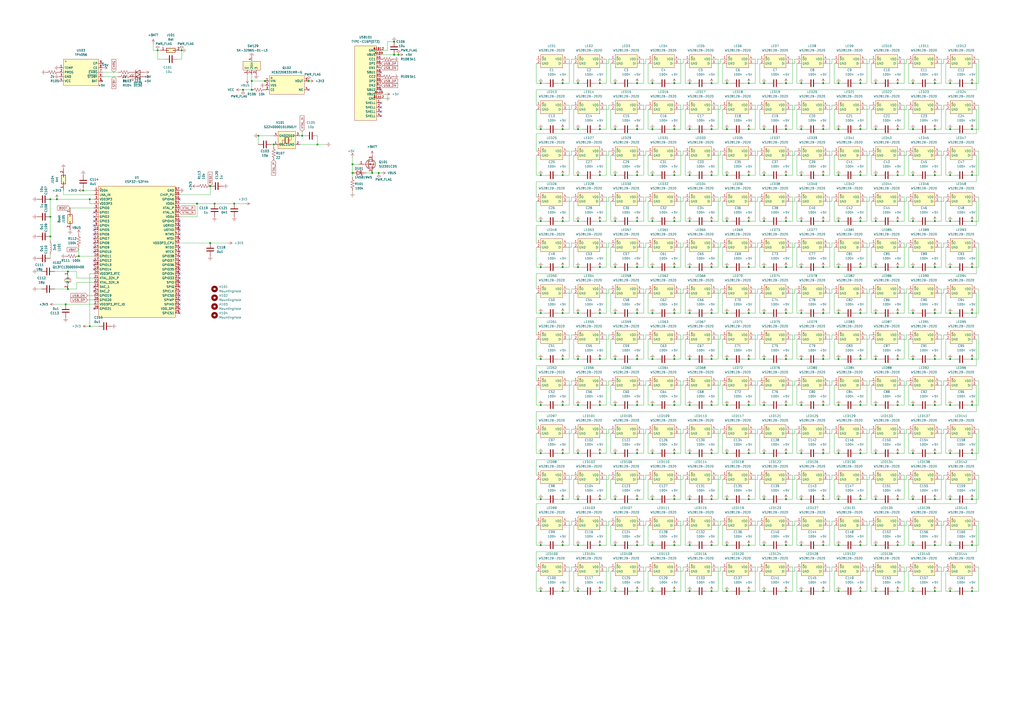
<source format=kicad_sch>
(kicad_sch (version 20250114) (generator "eeschema") (generator_version "9.0")
  (paper "A2")
  (junction (at 391.16 208.28))
  (junction (at 378.46 181.61))
  (junction (at 486.41 316.23))
  (junction (at 114.3 118.11))
  (junction (at 313.69 234.95))
  (junction (at 499.11 101.6))
  (junction (at 29.21 125.73))
  (junction (at 38.1 176.53))
  (junction (at 529.59 316.23))
  (junction (at 335.28 101.6))
  (junction (at 204.47 100.33))
  (junction (at 477.52 289.56))
  (junction (at 443.23 128.27))
  (junction (at 369.57 48.26))
  (junction (at 542.29 234.95))
  (junction (at 184.15 83.82))
  (junction (at 464.82 128.27))
  (junction (at 455.93 154.94))
  (junction (at 443.23 262.89))
  (junction (at 356.87 316.23))
  (junction (at 400.05 289.56))
  (junction (at 542.29 342.9))
  (junction (at 313.69 262.89))
  (junction (at 508 128.27))
  (junction (at 508 101.6))
  (junction (at 356.87 154.94))
  (junction (at 158.75 83.82))
  (junction (at 347.98 154.94))
  (junction (at 391.16 154.94))
  (junction (at 529.59 48.26))
  (junction (at 391.16 234.95))
  (junction (at 499.11 128.27))
  (junction (at 313.69 208.28))
  (junction (at 335.28 289.56))
  (junction (at 326.39 289.56))
  (junction (at 391.16 74.93))
  (junction (at 551.18 208.28))
  (junction (at 486.41 128.27))
  (junction (at 421.64 342.9))
  (junction (at 508 48.26))
  (junction (at 326.39 48.26))
  (junction (at 421.64 181.61))
  (junction (at 124.46 118.11))
  (junction (at 335.28 342.9))
  (junction (at 443.23 234.95))
  (junction (at 347.98 342.9))
  (junction (at 464.82 154.94))
  (junction (at 477.52 181.61))
  (junction (at 313.69 181.61))
  (junction (at 391.16 101.6))
  (junction (at 477.52 316.23))
  (junction (at 412.75 316.23))
  (junction (at 542.29 181.61))
  (junction (at 434.34 262.89))
  (junction (at 204.47 95.25))
  (junction (at 391.16 262.89))
  (junction (at 563.88 181.61))
  (junction (at 347.98 289.56))
  (junction (at 335.28 208.28))
  (junction (at 400.05 316.23))
  (junction (at 378.46 316.23))
  (junction (at 551.18 154.94))
  (junction (at 455.93 234.95))
  (junction (at 378.46 289.56))
  (junction (at 520.7 101.6))
  (junction (at 464.82 48.26))
  (junction (at 347.98 208.28))
  (junction (at 400.05 48.26))
  (junction (at 421.64 48.26))
  (junction (at 378.46 48.26))
  (junction (at 400.05 342.9))
  (junction (at 434.34 316.23))
  (junction (at 326.39 342.9))
  (junction (at 486.41 154.94))
  (junction (at 486.41 181.61))
  (junction (at 499.11 234.95))
  (junction (at 486.41 262.89))
  (junction (at 529.59 342.9))
  (junction (at 477.52 74.93))
  (junction (at 146.05 52.07))
  (junction (at 412.75 154.94))
  (junction (at 146.05 46.99))
  (junction (at 347.98 316.23))
  (junction (at 347.98 128.27))
  (junction (at 529.59 208.28))
  (junction (at 455.93 181.61))
  (junction (at 434.34 101.6))
  (junction (at 313.69 154.94))
  (junction (at 542.29 262.89))
  (junction (at 529.59 181.61))
  (junction (at 347.98 234.95))
  (junction (at 529.59 101.6))
  (junction (at 412.75 128.27))
  (junction (at 421.64 316.23))
  (junction (at 529.59 154.94))
  (junction (at 400.05 154.94))
  (junction (at 421.64 234.95))
  (junction (at 33.02 115.57))
  (junction (at 520.7 48.26))
  (junction (at 335.28 234.95))
  (junction (at 412.75 101.6))
  (junction (at 400.05 128.27))
  (junction (at 551.18 128.27))
  (junction (at 455.93 342.9))
  (junction (at 356.87 74.93))
  (junction (at 400.05 262.89))
  (junction (at 499.11 181.61))
  (junction (at 356.87 101.6))
  (junction (at 477.52 234.95))
  (junction (at 520.7 342.9))
  (junction (at 313.69 128.27))
  (junction (at 542.29 101.6))
  (junction (at 45.72 148.59))
  (junction (at 356.87 128.27))
  (junction (at 508 74.93))
  (junction (at 520.7 128.27))
  (junction (at 434.34 289.56))
  (junction (at 369.57 289.56))
  (junction (at 434.34 48.26))
  (junction (at 464.82 342.9))
  (junction (at 335.28 74.93))
  (junction (at 542.29 48.26))
  (junction (at 455.93 128.27))
  (junction (at 551.18 316.23))
  (junction (at 140.97 52.07))
  (junction (at 369.57 154.94))
  (junction (at 356.87 262.89))
  (junction (at 378.46 262.89))
  (junction (at 499.11 48.26))
  (junction (at 347.98 48.26))
  (junction (at 421.64 262.89))
  (junction (at 326.39 74.93))
  (junction (at 443.23 208.28))
  (junction (at 455.93 316.23))
  (junction (at 464.82 101.6))
  (junction (at 486.41 342.9))
  (junction (at 326.39 101.6))
  (junction (at 434.34 74.93))
  (junction (at 499.11 262.89))
  (junction (at 369.57 208.28))
  (junction (at 52.07 115.57))
  (junction (at 335.28 48.26))
  (junction (at 400.05 234.95))
  (junction (at 39.37 167.64))
  (junction (at 326.39 154.94))
  (junction (at 391.16 316.23))
  (junction (at 228.6 24.13))
  (junction (at 486.41 234.95))
  (junction (at 434.34 342.9))
  (junction (at 499.11 342.9))
  (junction (at 563.88 342.9))
  (junction (at 508 181.61))
  (junction (at 542.29 74.93))
  (junction (at 391.16 181.61))
  (junction (at 464.82 181.61))
  (junction (at 347.98 262.89))
  (junction (at 400.05 208.28))
  (junction (at 464.82 234.95))
  (junction (at 551.18 101.6))
  (junction (at 486.41 101.6))
  (junction (at 443.23 289.56))
  (junction (at 529.59 262.89))
  (junction (at 520.7 234.95))
  (junction (at 335.28 316.23))
  (junction (at 499.11 74.93))
  (junction (at 421.64 154.94))
  (junction (at 313.69 316.23))
  (junction (at 326.39 234.95))
  (junction (at 369.57 181.61))
  (junction (at 400.05 101.6))
  (junction (at 391.16 342.9))
  (junction (at 149.86 78.74))
  (junction (at 391.16 128.27))
  (junction (at 455.93 74.93))
  (junction (at 356.87 234.95))
  (junction (at 313.69 74.93))
  (junction (at 369.57 234.95))
  (junction (at 529.59 74.93))
  (junction (at 520.7 316.23))
  (junction (at 477.52 101.6))
  (junction (at 313.69 48.26))
  (junction (at 542.29 154.94))
  (junction (at 443.23 181.61))
  (junction (at 52.07 189.23))
  (junction (at 326.39 262.89))
  (junction (at 520.7 74.93))
  (junction (at 135.89 118.11))
  (junction (at 347.98 181.61))
  (junction (at 542.29 128.27))
  (junction (at 477.52 208.28))
  (junction (at 421.64 101.6))
  (junction (at 378.46 154.94))
  (junction (at 29.21 137.16))
  (junction (at 542.29 289.56))
  (junction (at 421.64 289.56))
  (junction (at 477.52 342.9))
  (junction (at 421.64 208.28))
  (junction (at 369.57 74.93))
  (junction (at 551.18 342.9))
  (junction (at 378.46 74.93))
  (junction (at 421.64 128.27))
  (junction (at 400.05 74.93))
  (junction (at 520.7 262.89))
  (junction (at 477.52 262.89))
  (junction (at 412.75 48.26))
  (junction (at 412.75 74.93))
  (junction (at 551.18 262.89))
  (junction (at 563.88 289.56))
  (junction (at 369.57 262.89))
  (junction (at 455.93 262.89))
  (junction (at 434.34 154.94))
  (junction (at 326.39 181.61))
  (junction (at 508 234.95))
  (junction (at 551.18 181.61))
  (junction (at 412.75 342.9))
  (junction (at 228.6 31.75))
  (junction (at 369.57 101.6))
  (junction (at 551.18 234.95))
  (junction (at 175.26 78.74))
  (junction (at 369.57 128.27))
  (junction (at 313.69 101.6))
  (junction (at 400.05 181.61))
  (junction (at 443.23 342.9))
  (junction (at 412.75 208.28))
  (junction (at 378.46 208.28))
  (junction (at 477.52 48.26))
  (junction (at 412.75 289.56))
  (junction (at 563.88 208.28))
  (junction (at 563.88 128.27))
  (junction (at 378.46 234.95))
  (junction (at 486.41 74.93))
  (junction (at 356.87 181.61))
  (junction (at 347.98 101.6))
  (junction (at 464.82 262.89))
  (junction (at 529.59 289.56))
  (junction (at 443.23 48.26))
  (junction (at 421.64 74.93))
  (junction (at 121.92 107.95))
  (junction (at 434.34 128.27))
  (junction (at 464.82 208.28))
  (junction (at 231.14 31.75))
  (junction (at 434.34 181.61))
  (junction (at 434.34 208.28))
  (junction (at 508 154.94))
  (junction (at 486.41 208.28))
  (junction (at 477.52 128.27))
  (junction (at 520.7 154.94))
  (junction (at 464.82 289.56))
  (junction (at 153.67 46.99))
  (junction (at 219.71 100.33))
  (junction (at 508 289.56))
  (junction (at 335.28 262.89))
  (junction (at 378.46 342.9))
  (junction (at 378.46 128.27))
  (junction (at 356.87 208.28))
  (junction (at 542.29 208.28))
  (junction (at 499.11 154.94))
  (junction (at 542.29 316.23))
  (junction (at 356.87 342.9))
  (junction (at 455.93 289.56))
  (junction (at 91.44 29.21))
  (junction (at 464.82 74.93))
  (junction (at 508 208.28))
  (junction (at 48.26 110.49))
  (junction (at 443.23 101.6))
  (junction (at 520.7 181.61))
  (junction (at 313.69 342.9))
  (junction (at 563.88 74.93))
  (junction (at 477.52 154.94))
  (junction (at 335.28 181.61))
  (junction (at 391.16 289.56))
  (junction (at 412.75 181.61))
  (junction (at 378.46 101.6))
  (junction (at 499.11 208.28))
  (junction (at 179.07 46.99))
  (junction (at 499.11 316.23))
  (junction (at 369.57 342.9))
  (junction (at 335.28 154.94))
  (junction (at 443.23 316.23))
  (junction (at 508 262.89))
  (junction (at 520.7 208.28))
  (junction (at 356.87 48.26))
  (junction (at 563.88 262.89))
  (junction (at 563.88 48.26))
  (junction (at 369.57 316.23))
  (junction (at 121.92 140.97))
  (junction (at 563.88 101.6))
  (junction (at 356.87 289.56))
  (junction (at 434.34 234.95))
  (junction (at 551.18 289.56))
  (junction (at 499.11 289.56))
  (junction (at 486.41 289.56))
  (junction (at 455.93 101.6))
  (junction (at 508 316.23))
  (junction (at 29.21 115.57))
  (junction (at 508 342.9))
  (junction (at 486.41 48.26))
  (junction (at 326.39 128.27))
  (junction (at 464.82 316.23))
  (junction (at 443.23 154.94))
  (junction (at 215.9 100.33))
  (junction (at 529.59 234.95))
  (junction (at 347.98 74.93))
  (junction (at 39.37 157.48))
  (junction (at 412.75 262.89))
  (junction (at 105.41 29.21))
  (junction (at 551.18 74.93))
  (junction (at 551.18 48.26))
  (junction (at 412.75 234.95))
  (junction (at 326.39 208.28))
  (junction (at 529.59 128.27))
  (junction (at 335.28 128.27))
  (junction (at 520.7 289.56))
  (junction (at 455.93 48.26))
  (junction (at 563.88 154.94))
  (junction (at 443.23 74.93))
  (junction (at 563.88 316.23))
  (junction (at 563.88 234.95))
  (junction (at 313.69 289.56))
  (junction (at 326.39 316.23))
  (junction (at 455.93 208.28))
  (junction (at 391.16 48.26))
  (no_connect (at 54.61 146.05))
  (no_connect (at 54.61 130.81))
  (no_connect (at 54.61 123.19))
  (no_connect (at 220.98 67.31))
  (no_connect (at 104.14 133.35))
  (no_connect (at 104.14 181.61))
  (no_connect (at 104.14 151.13))
  (no_connect (at 220.98 59.69))
  (no_connect (at 104.14 138.43))
  (no_connect (at 220.98 52.07))
  (no_connect (at 104.14 166.37))
  (no_connect (at 104.14 176.53))
  (no_connect (at 104.14 153.67))
  (no_connect (at 54.61 156.21))
  (no_connect (at 54.61 140.97))
  (no_connect (at 54.61 135.89))
  (no_connect (at 104.14 135.89))
  (no_connect (at 220.98 64.77))
  (no_connect (at 54.61 133.35))
  (no_connect (at 54.61 143.51))
  (no_connect (at 104.14 148.59))
  (no_connect (at 104.14 168.91))
  (no_connect (at 104.14 128.27))
  (no_connect (at 104.14 115.57))
  (no_connect (at 179.07 52.07))
  (no_connect (at 104.14 173.99))
  (no_connect (at 54.61 151.13))
  (no_connect (at 104.14 163.83))
  (no_connect (at 104.14 158.75))
  (no_connect (at 59.69 36.83))
  (no_connect (at 104.14 156.21))
  (no_connect (at 104.14 143.51))
  (no_connect (at 104.14 179.07))
  (no_connect (at 220.98 62.23))
  (no_connect (at 54.61 166.37))
  (no_connect (at 54.61 153.67))
  (no_connect (at 104.14 161.29))
  (no_connect (at 54.61 168.91))
  (no_connect (at 104.14 130.81))
  (no_connect (at 54.61 128.27))
  (no_connect (at 54.61 179.07))
  (no_connect (at 104.14 171.45))
  (no_connect (at 220.98 41.91))
  (no_connect (at 54.61 138.43))
  (no_connect (at 104.14 146.05))
  (no_connect (at 54.61 125.73))
  (wire (pts (xy 480.06 34.29) (xy 481.33 34.29)))
  (wire (pts (xy 114.3 125.73) (xy 114.3 118.11)))
  (wire (pts (xy 459.74 128.27) (xy 455.93 128.27)))
  (wire (pts (xy 548.64 251.46) (xy 548.64 262.89)))
  (wire (pts (xy 44.45 163.83) (xy 44.45 167.64)))
  (wire (pts (xy 524.51 248.92) (xy 524.51 262.89)))
  (wire (pts (xy 461.01 251.46) (xy 461.01 248.92)))
  (wire (pts (xy 548.64 101.6) (xy 551.18 101.6)))
  (wire (pts (xy 416.56 262.89) (xy 412.75 262.89)))
  (wire (pts (xy 369.57 101.6) (xy 367.03 101.6)))
  (wire (pts (xy 563.88 154.94) (xy 561.34 154.94)))
  (wire (pts (xy 567.69 48.26) (xy 563.88 48.26)))
  (wire (pts (xy 483.87 223.52) (xy 483.87 234.95)))
  (wire (pts (xy 350.52 114.3) (xy 351.79 114.3)))
  (wire (pts (xy 546.1 101.6) (xy 542.29 101.6)))
  (wire (pts (xy 523.24 140.97) (xy 524.51 140.97)))
  (wire (pts (xy 482.6 90.17) (xy 482.6 87.63)))
  (wire (pts (xy 547.37 116.84) (xy 547.37 114.3)))
  (wire (pts (xy 369.57 74.93) (xy 367.03 74.93)))
  (wire (pts (xy 459.74 194.31) (xy 459.74 208.28)))
  (wire (pts (xy 397.51 208.28) (xy 400.05 208.28)))
  (wire (pts (xy 351.79 316.23) (xy 347.98 316.23)))
  (wire (pts (xy 353.06 223.52) (xy 353.06 220.98)))
  (wire (pts (xy 443.23 342.9) (xy 445.77 342.9)))
  (wire (pts (xy 563.88 316.23) (xy 561.34 316.23)))
  (wire (pts (xy 529.59 128.27) (xy 532.13 128.27)))
  (wire (pts (xy 483.87 196.85) (xy 483.87 208.28)))
  (wire (pts (xy 436.88 143.51) (xy 439.42 143.51)))
  (wire (pts (xy 104.14 113.03) (xy 121.92 113.03)))
  (wire (pts (xy 544.83 302.26) (xy 546.1 302.26)))
  (wire (pts (xy 373.38 220.98) (xy 373.38 234.95)))
  (wire (pts (xy 505.46 289.56) (xy 508 289.56)))
  (wire (pts (xy 483.87 74.93) (xy 486.41 74.93)))
  (wire (pts (xy 394.97 275.59) (xy 394.97 289.56)))
  (wire (pts (xy 525.78 90.17) (xy 525.78 87.63)))
  (wire (pts (xy 462.28 63.5) (xy 462.28 74.93)))
  (wire (pts (xy 330.2 48.26) (xy 326.39 48.26)))
  (wire (pts (xy 505.46 304.8) (xy 505.46 316.23)))
  (wire (pts (xy 524.51 289.56) (xy 520.7 289.56)))
  (wire (pts (xy 505.46 342.9) (xy 508 342.9)))
  (wire (pts (xy 502.92 262.89) (xy 499.11 262.89)))
  (wire (pts (xy 394.97 60.96) (xy 394.97 74.93)))
  (wire (pts (xy 311.15 292.1) (xy 566.42 292.1)))
  (wire (pts (xy 434.34 101.6) (xy 431.8 101.6)))
  (wire (pts (xy 486.41 262.89) (xy 488.95 262.89)))
  (wire (pts (xy 393.7 143.51) (xy 396.24 143.51)))
  (wire (pts (xy 502.92 302.26) (xy 502.92 316.23)))
  (wire (pts (xy 546.1 208.28) (xy 542.29 208.28)))
  (wire (pts (xy 219.71 100.33) (xy 215.9 100.33)))
  (wire (pts (xy 373.38 60.96) (xy 373.38 74.93)))
  (wire (pts (xy 482.6 114.3) (xy 483.87 114.3)))
  (wire (pts (xy 523.24 90.17) (xy 525.78 90.17)))
  (wire (pts (xy 311.15 302.26) (xy 311.15 292.1)))
  (wire (pts (xy 394.97 154.94) (xy 391.16 154.94)))
  (wire (pts (xy 313.69 234.95) (xy 316.23 234.95)))
  (wire (pts (xy 440.69 289.56) (xy 443.23 289.56)))
  (wire (pts (xy 374.65 167.64) (xy 375.92 167.64)))
  (wire (pts (xy 440.69 48.26) (xy 443.23 48.26)))
  (wire (pts (xy 459.74 60.96) (xy 459.74 74.93)))
  (wire (pts (xy 375.92 251.46) (xy 375.92 262.89)))
  (wire (pts (xy 326.39 154.94) (xy 323.85 154.94)))
  (wire (pts (xy 505.46 316.23) (xy 508 316.23)))
  (wire (pts (xy 350.52 63.5) (xy 353.06 63.5)))
  (wire (pts (xy 501.65 304.8) (xy 504.19 304.8)))
  (wire (pts (xy 567.69 316.23) (xy 563.88 316.23)))
  (wire (pts (xy 353.06 60.96) (xy 354.33 60.96)))
  (wire (pts (xy 331.47 36.83) (xy 331.47 34.29)))
  (wire (pts (xy 332.74 181.61) (xy 335.28 181.61)))
  (wire (pts (xy 375.92 331.47) (xy 375.92 342.9)))
  (wire (pts (xy 548.64 48.26) (xy 551.18 48.26)))
  (wire (pts (xy 523.24 194.31) (xy 524.51 194.31)))
  (wire (pts (xy 525.78 36.83) (xy 525.78 34.29)))
  (wire (pts (xy 481.33 128.27) (xy 477.52 128.27)))
  (wire (pts (xy 421.64 342.9) (xy 424.18 342.9)))
  (wire (pts (xy 544.83 220.98) (xy 546.1 220.98)))
  (wire (pts (xy 440.69 316.23) (xy 443.23 316.23)))
  (wire (pts (xy 416.56 328.93) (xy 416.56 342.9)))
  (wire (pts (xy 21.59 157.48) (xy 24.13 157.48)))
  (wire (pts (xy 372.11 275.59) (xy 373.38 275.59)))
  (wire (pts (xy 416.56 289.56) (xy 412.75 289.56)))
  (wire (pts (xy 480.06 143.51) (xy 482.6 143.51)))
  (wire (pts (xy 52.07 115.57) (xy 54.61 115.57)))
  (wire (pts (xy 505.46 36.83) (xy 505.46 48.26)))
  (wire (pts (xy 326.39 289.56) (xy 323.85 289.56)))
  (wire (pts (xy 21.59 167.64) (xy 24.13 167.64)))
  (wire (pts (xy 397.51 262.89) (xy 400.05 262.89)))
  (wire (pts (xy 419.1 36.83) (xy 419.1 48.26)))
  (wire (pts (xy 373.38 181.61) (xy 369.57 181.61)))
  (wire (pts (xy 369.57 48.26) (xy 367.03 48.26)))
  (wire (pts (xy 350.52 140.97) (xy 351.79 140.97)))
  (wire (pts (xy 369.57 181.61) (xy 367.03 181.61)))
  (wire (pts (xy 328.93 194.31) (xy 330.2 194.31)))
  (wire (pts (xy 566.42 248.92) (xy 567.69 248.92)))
  (wire (pts (xy 436.88 87.63) (xy 438.15 87.63)))
  (wire (pts (xy 436.88 116.84) (xy 439.42 116.84)))
  (wire (pts (xy 373.38 328.93) (xy 373.38 342.9)))
  (wire (pts (xy 354.33 262.89) (xy 356.87 262.89)))
  (wire (pts (xy 440.69 181.61) (xy 443.23 181.61)))
  (wire (pts (xy 419.1 128.27) (xy 421.64 128.27)))
  (wire (pts (xy 373.38 167.64) (xy 373.38 181.61)))
  (wire (pts (xy 481.33 302.26) (xy 481.33 316.23)))
  (wire (pts (xy 351.79 302.26) (xy 351.79 316.23)))
  (wire (pts (xy 50.8 171.45) (xy 54.61 171.45)))
  (wire (pts (xy 458.47 170.18) (xy 461.01 170.18)))
  (wire (pts (xy 542.29 208.28) (xy 539.75 208.28)))
  (wire (pts (xy 524.51 302.26) (xy 524.51 316.23)))
  (wire (pts (xy 313.69 208.28) (xy 316.23 208.28)))
  (wire (pts (xy 501.65 90.17) (xy 504.19 90.17)))
  (wire (pts (xy 351.79 167.64) (xy 351.79 181.61)))
  (wire (pts (xy 393.7 275.59) (xy 394.97 275.59)))
  (wire (pts (xy 459.74 74.93) (xy 455.93 74.93)))
  (wire (pts (xy 486.41 234.95) (xy 488.95 234.95)))
  (wire (pts (xy 393.7 304.8) (xy 396.24 304.8)))
  (wire (pts (xy 458.47 87.63) (xy 459.74 87.63)))
  (wire (pts (xy 563.88 342.9) (xy 561.34 342.9)))
  (wire (pts (xy 455.93 234.95) (xy 453.39 234.95)))
  (wire (pts (xy 525.78 328.93) (xy 527.05 328.93)))
  (wire (pts (xy 523.24 302.26) (xy 524.51 302.26)))
  (wire (pts (xy 416.56 302.26) (xy 416.56 316.23)))
  (wire (pts (xy 486.41 154.94) (xy 488.95 154.94)))
  (wire (pts (xy 481.33 87.63) (xy 481.33 101.6)))
  (wire (pts (xy 330.2 87.63) (xy 330.2 101.6)))
  (wire (pts (xy 400.05 342.9) (xy 402.59 342.9)))
  (wire (pts (xy 328.93 87.63) (xy 330.2 87.63)))
  (wire (pts (xy 397.51 36.83) (xy 397.51 48.26)))
  (wire (pts (xy 462.28 342.9) (xy 464.82 342.9)))
  (wire (pts (xy 347.98 128.27) (xy 345.44 128.27)))
  (wire (pts (xy 391.16 342.9) (xy 388.62 342.9)))
  (wire (pts (xy 416.56 220.98) (xy 416.56 234.95)))
  (wire (pts (xy 354.33 234.95) (xy 356.87 234.95)))
  (wire (pts (xy 439.42 194.31) (xy 440.69 194.31)))
  (wire (pts (xy 486.41 208.28) (xy 488.95 208.28)))
  (wire (pts (xy 443.23 74.93) (xy 445.77 74.93)))
  (wire (pts (xy 459.74 220.98) (xy 459.74 234.95)))
  (wire (pts (xy 350.52 60.96) (xy 351.79 60.96)))
  (wire (pts (xy 328.93 220.98) (xy 330.2 220.98)))
  (wire (pts (xy 439.42 143.51) (xy 439.42 140.97)))
  (wire (pts (xy 347.98 262.89) (xy 345.44 262.89)))
  (wire (pts (xy 45.72 148.59) (xy 54.61 148.59)))
  (wire (pts (xy 417.83 167.64) (xy 419.1 167.64)))
  (wire (pts (xy 455.93 181.61) (xy 453.39 181.61)))
  (wire (pts (xy 566.42 220.98) (xy 567.69 220.98)))
  (wire (pts (xy 438.15 74.93) (xy 434.34 74.93)))
  (wire (pts (xy 461.01 331.47) (xy 461.01 328.93)))
  (wire (pts (xy 438.15 302.26) (xy 438.15 316.23)))
  (wire (pts (xy 332.74 251.46) (xy 332.74 262.89)))
  (wire (pts (xy 394.97 342.9) (xy 391.16 342.9)))
  (wire (pts (xy 544.83 87.63) (xy 546.1 87.63)))
  (wire (pts (xy 458.47 60.96) (xy 459.74 60.96)))
  (wire (pts (xy 523.24 167.64) (xy 524.51 167.64)))
  (wire (pts (xy 523.24 116.84) (xy 525.78 116.84)))
  (wire (pts (xy 439.42 223.52) (xy 439.42 220.98)))
  (wire (pts (xy 372.11 90.17) (xy 374.65 90.17)))
  (wire (pts (xy 417.83 36.83) (xy 417.83 34.29)))
  (wire (pts (xy 483.87 342.9) (xy 486.41 342.9)))
  (wire (pts (xy 439.42 140.97) (xy 440.69 140.97)))
  (wire (pts (xy 461.01 220.98) (xy 462.28 220.98)))
  (wire (pts (xy 504.19 90.17) (xy 504.19 87.63)))
  (wire (pts (xy 331.47 167.64) (xy 332.74 167.64)))
  (wire (pts (xy 502.92 74.93) (xy 499.11 74.93)))
  (wire (pts (xy 458.47 143.51) (xy 461.01 143.51)))
  (wire (pts (xy 527.05 116.84) (xy 527.05 128.27)))
  (wire (pts (xy 374.65 116.84) (xy 374.65 114.3)))
  (wire (pts (xy 527.05 90.17) (xy 527.05 101.6)))
  (wire (pts (xy 52.07 118.11) (xy 52.07 115.57)))
  (wire (pts (xy 439.42 170.18) (xy 439.42 167.64)))
  (wire (pts (xy 353.06 34.29) (xy 354.33 34.29)))
  (wire (pts (xy 374.65 275.59) (xy 375.92 275.59)))
  (wire (pts (xy 483.87 170.18) (xy 483.87 181.61)))
  (wire (pts (xy 396.24 36.83) (xy 396.24 34.29)))
  (wire (pts (xy 483.87 48.26) (xy 486.41 48.26)))
  (wire (pts (xy 416.56 194.31) (xy 416.56 208.28)))
  (wire (pts (xy 486.41 74.93) (xy 488.95 74.93)))
  (wire (pts (xy 417.83 223.52) (xy 417.83 220.98)))
  (wire (pts (xy 567.69 60.96) (xy 567.69 74.93)))
  (wire (pts (xy 520.7 234.95) (xy 518.16 234.95)))
  (wire (pts (xy 347.98 234.95) (xy 345.44 234.95)))
  (wire (pts (xy 548.64 289.56) (xy 551.18 289.56)))
  (wire (pts (xy 394.97 289.56) (xy 391.16 289.56)))
  (wire (pts (xy 482.6 220.98) (xy 483.87 220.98)))
  (wire (pts (xy 546.1 60.96) (xy 546.1 74.93)))
  (wire (pts (xy 369.57 208.28) (xy 367.03 208.28)))
  (wire (pts (xy 464.82 234.95) (xy 467.36 234.95)))
  (wire (pts (xy 374.65 34.29) (xy 375.92 34.29)))
  (wire (pts (xy 332.74 262.89) (xy 335.28 262.89)))
  (wire (pts (xy 481.33 140.97) (xy 481.33 154.94)))
  (wire (pts (xy 373.38 262.89) (xy 369.57 262.89)))
  (wire (pts (xy 501.65 278.13) (xy 504.19 278.13)))
  (wire (pts (xy 354.33 74.93) (xy 356.87 74.93)))
  (wire (pts (xy 542.29 74.93) (xy 539.75 74.93)))
  (wire (pts (xy 567.69 181.61) (xy 563.88 181.61)))
  (wire (pts (xy 482.6 63.5) (xy 482.6 60.96)))
  (wire (pts (xy 458.47 140.97) (xy 459.74 140.97)))
  (wire (pts (xy 482.6 116.84) (xy 482.6 114.3)))
  (wire (pts (xy 501.65 143.51) (xy 504.19 143.51)))
  (wire (pts (xy 331.47 223.52) (xy 331.47 220.98)))
  (wire (pts (xy 374.65 220.98) (xy 375.92 220.98)))
  (wire (pts (xy 394.97 220.98) (xy 394.97 234.95)))
  (wire (pts (xy 524.51 60.96) (xy 524.51 74.93)))
  (wire (pts (xy 393.7 220.98) (xy 394.97 220.98)))
  (wire (pts (xy 455.93 74.93) (xy 453.39 74.93)))
  (wire (pts (xy 481.33 234.95) (xy 477.52 234.95)))
  (wire (pts (xy 54.61 110.49) (xy 48.26 110.49)))
  (wire (pts (xy 477.52 181.61) (xy 474.98 181.61)))
  (wire (pts (xy 351.79 248.92) (xy 351.79 262.89)))
  (wire (pts (xy 311.15 90.17) (xy 311.15 101.6)))
  (wire (pts (xy 375.92 90.17) (xy 375.92 101.6)))
  (wire (pts (xy 223.52 57.15) (xy 220.98 57.15)))
  (wire (pts (xy 331.47 63.5) (xy 331.47 60.96)))
  (wire (pts (xy 505.46 143.51) (xy 505.46 154.94)))
  (wire (pts (xy 482.6 140.97) (xy 483.87 140.97)))
  (wire (pts (xy 328.93 278.13) (xy 331.47 278.13)))
  (wire (pts (xy 439.42 275.59) (xy 440.69 275.59)))
  (wire (pts (xy 567.69 275.59) (xy 567.69 289.56)))
  (wire (pts (xy 527.05 208.28) (xy 529.59 208.28)))
  (wire (pts (xy 400.05 154.94) (xy 402.59 154.94)))
  (wire (pts (xy 502.92 342.9) (xy 499.11 342.9)))
  (wire (pts (xy 372.11 87.63) (xy 373.38 87.63)))
  (wire (pts (xy 353.06 90.17) (xy 353.06 87.63)))
  (wire (pts (xy 551.18 208.28) (xy 553.72 208.28)))
  (wire (pts (xy 372.11 302.26) (xy 373.38 302.26)))
  (wire (pts (xy 501.65 140.97) (xy 502.92 140.97)))
  (wire (pts (xy 397.51 143.51) (xy 397.51 154.94)))
  (wire (pts (xy 486.41 181.61) (xy 488.95 181.61)))
  (wire (pts (xy 396.24 304.8) (xy 396.24 302.26)))
  (wire (pts (xy 461.01 196.85) (xy 461.01 194.31)))
  (wire (pts (xy 396.24 220.98) (xy 397.51 220.98)))
  (wire (pts (xy 351.79 234.95) (xy 347.98 234.95)))
  (wire (pts (xy 374.65 196.85) (xy 374.65 194.31)))
  (wire (pts (xy 542.29 48.26) (xy 539.75 48.26)))
  (wire (pts (xy 459.74 154.94) (xy 455.93 154.94)))
  (wire (pts (xy 524.51 87.63) (xy 524.51 101.6)))
  (wire (pts (xy 505.46 74.93) (xy 508 74.93)))
  (wire (pts (xy 374.65 60.96) (xy 375.92 60.96)))
  (wire (pts (xy 204.47 91.44) (xy 204.47 95.25)))
  (wire (pts (xy 354.33 143.51) (xy 354.33 154.94)))
  (wire (pts (xy 416.56 208.28) (xy 412.75 208.28)))
  (wire (pts (xy 419.1 223.52) (xy 419.1 234.95)))
  (wire (pts (xy 374.65 143.51) (xy 374.65 140.97)))
  (wire (pts (xy 45.72 143.51) (xy 45.72 148.59)))
  (wire (pts (xy 458.47 302.26) (xy 459.74 302.26)))
  (wire (pts (xy 350.52 194.31) (xy 351.79 194.31)))
  (wire (pts (xy 439.42 302.26) (xy 440.69 302.26)))
  (wire (pts (xy 311.15 234.95) (xy 313.69 234.95)))
  (wire (pts (xy 480.06 114.3) (xy 481.33 114.3)))
  (wire (pts (xy 548.64 143.51) (xy 548.64 154.94)))
  (wire (pts (xy 508 101.6) (xy 510.54 101.6)))
  (wire (pts (xy 416.56 316.23) (xy 412.75 316.23)))
  (wire (pts (xy 508 316.23) (xy 510.54 316.23)))
  (wire (pts (xy 39.37 167.64) (xy 31.75 167.64)))
  (wire (pts (xy 394.97 208.28) (xy 391.16 208.28)))
  (wire (pts (xy 544.83 194.31) (xy 546.1 194.31)))
  (wire (pts (xy 455.93 48.26) (xy 453.39 48.26)))
  (wire (pts (xy 354.33 154.94) (xy 356.87 154.94)))
  (wire (pts (xy 330.2 302.26) (xy 330.2 316.23)))
  (wire (pts (xy 547.37 167.64) (xy 548.64 167.64)))
  (wire (pts (xy 461.01 170.18) (xy 461.01 167.64)))
  (wire (pts (xy 459.74 275.59) (xy 459.74 289.56)))
  (wire (pts (xy 567.69 154.94) (xy 563.88 154.94)))
  (wire (pts (xy 547.37 60.96) (xy 548.64 60.96)))
  (wire (pts (xy 566.42 212.09) (xy 566.42 196.85)))
  (wire (pts (xy 440.69 63.5) (xy 440.69 74.93)))
  (wire (pts (xy 523.24 275.59) (xy 524.51 275.59)))
  (wire (pts (xy 439.42 331.47) (xy 439.42 328.93)))
  (wire (pts (xy 563.88 101.6) (xy 561.34 101.6)))
  (wire (pts (xy 563.88 48.26) (xy 561.34 48.26)))
  (wire (pts (xy 375.92 208.28) (xy 378.46 208.28)))
  (wire (pts (xy 374.65 278.13) (xy 374.65 275.59)))
  (wire (pts (xy 417.83 87.63) (xy 419.1 87.63)))
  (wire (pts (xy 566.42 60.96) (xy 567.69 60.96)))
  (wire (pts (xy 523.24 87.63) (xy 524.51 87.63)))
  (wire (pts (xy 313.69 74.93) (xy 316.23 74.93)))
  (wire (pts (xy 400.05 234.95) (xy 402.59 234.95)))
  (wire (pts (xy 501.65 116.84) (xy 504.19 116.84)))
  (wire (pts (xy 525.78 143.51) (xy 525.78 140.97)))
  (wire (pts (xy 332.74 154.94) (xy 335.28 154.94)))
  (wire (pts (xy 434.34 181.61) (xy 431.8 181.61)))
  (wire (pts (xy 504.19 248.92) (xy 505.46 248.92)))
  (wire (pts (xy 416.56 248.92) (xy 416.56 262.89)))
  (wire (pts (xy 458.47 248.92) (xy 459.74 248.92)))
  (wire (pts (xy 551.18 74.93) (xy 553.72 74.93)))
  (wire (pts (xy 311.15 116.84) (xy 311.15 128.27)))
  (wire (pts (xy 393.7 116.84) (xy 396.24 116.84)))
  (wire (pts (xy 328.93 328.93) (xy 330.2 328.93)))
  (wire (pts (xy 481.33 275.59) (xy 481.33 289.56)))
  (wire (pts (xy 313.69 48.26) (xy 316.23 48.26)))
  (wire (pts (xy 566.42 320.04) (xy 566.42 304.8)))
  (wire (pts (xy 374.65 114.3) (xy 375.92 114.3)))
  (wire (pts (xy 415.29 278.13) (xy 417.83 278.13)))
  (wire (pts (xy 501.65 251.46) (xy 504.19 251.46)))
  (wire (pts (xy 415.29 328.93) (xy 416.56 328.93)))
  (wire (pts (xy 434.34 234.95) (xy 431.8 234.95)))
  (wire (pts (xy 356.87 128.27) (xy 359.41 128.27)))
  (wire (pts (xy 375.92 48.26) (xy 378.46 48.26)))
  (wire (pts (xy 547.37 90.17) (xy 547.37 87.63)))
  (wire (pts (xy 480.06 331.47) (xy 482.6 331.47)))
  (wire (pts (xy 353.06 114.3) (xy 354.33 114.3)))
  (wire (pts (xy 415.29 36.83) (xy 417.83 36.83)))
  (wire (pts (xy 464.82 208.28) (xy 467.36 208.28)))
  (wire (pts (xy 527.05 278.13) (xy 527.05 289.56)))
  (wire (pts (xy 524.51 275.59) (xy 524.51 289.56)))
  (wire (pts (xy 440.69 196.85) (xy 440.69 208.28)))
  (wire (pts (xy 542.29 154.94) (xy 539.75 154.94)))
  (wire (pts (xy 566.42 77.47) (xy 566.42 63.5)))
  (wire (pts (xy 351.79 220.98) (xy 351.79 234.95)))
  (wire (pts (xy 529.59 342.9) (xy 532.13 342.9)))
  (wire (pts (xy 520.7 48.26) (xy 518.16 48.26)))
  (wire (pts (xy 326.39 316.23) (xy 323.85 316.23)))
  (wire (pts (xy 524.51 140.97) (xy 524.51 154.94)))
  (wire (pts (xy 462.28 101.6) (xy 464.82 101.6)))
  (wire (pts (xy 375.92 101.6) (xy 378.46 101.6)))
  (wire (pts (xy 397.51 304.8) (xy 397.51 316.23)))
  (wire (pts (xy 419.1 316.23) (xy 421.64 316.23)))
  (wire (pts (xy 400.05 48.26) (xy 402.59 48.26)))
  (wire (pts (xy 458.47 275.59) (xy 459.74 275.59)))
  (wire (pts (xy 330.2 220.98) (xy 330.2 234.95)))
  (wire (pts (xy 331.47 34.29) (xy 332.74 34.29)))
  (wire (pts (xy 502.92 128.27) (xy 499.11 128.27)))
  (wire (pts (xy 567.69 34.29) (xy 567.69 48.26)))
  (wire (pts (xy 551.18 342.9) (xy 553.72 342.9)))
  (wire (pts (xy 378.46 234.95) (xy 381 234.95)))
  (wire (pts (xy 354.33 342.9) (xy 356.87 342.9)))
  (wire (pts (xy 396.24 63.5) (xy 396.24 60.96)))
  (wire (pts (xy 354.33 289.56) (xy 356.87 289.56)))
  (wire (pts (xy 328.93 248.92) (xy 330.2 248.92)))
  (wire (pts (xy 499.11 101.6) (xy 496.57 101.6)))
  (wire (pts (xy 527.05 181.61) (xy 529.59 181.61)))
  (wire (pts (xy 353.06 304.8) (xy 353.06 302.26)))
  (wire (pts (xy 438.15 181.61) (xy 434.34 181.61)))
  (wire (pts (xy 502.92 101.6) (xy 499.11 101.6)))
  (wire (pts (xy 567.69 208.28) (xy 563.88 208.28)))
  (wire (pts (xy 417.83 60.96) (xy 419.1 60.96)))
  (wire (pts (xy 400.05 262.89) (xy 402.59 262.89)))
  (wire (pts (xy 335.28 101.6) (xy 337.82 101.6)))
  (wire (pts (xy 335.28 262.89) (xy 337.82 262.89)))
  (wire (pts (xy 391.16 316.23) (xy 388.62 316.23)))
  (wire (pts (xy 501.65 302.26) (xy 502.92 302.26)))
  (wire (pts (xy 546.1 275.59) (xy 546.1 289.56)))
  (wire (pts (xy 419.1 63.5) (xy 419.1 74.93)))
  (wire (pts (xy 501.65 87.63) (xy 502.92 87.63)))
  (wire (pts (xy 438.15 167.64) (xy 438.15 181.61)))
  (wire (pts (xy 311.15 278.13) (xy 311.15 289.56)))
  (wire (pts (xy 351.79 74.93) (xy 347.98 74.93)))
  (wire (pts (xy 417.83 196.85) (xy 417.83 194.31)))
  (wire (pts (xy 505.46 154.94) (xy 508 154.94)))
  (wire (pts (xy 458.47 328.93) (xy 459.74 328.93)))
  (wire (pts (xy 353.06 220.98) (xy 354.33 220.98)))
  (wire (pts (xy 439.42 220.98) (xy 440.69 220.98)))
  (wire (pts (xy 544.83 116.84) (xy 547.37 116.84)))
  (wire (pts (xy 508 262.89) (xy 510.54 262.89)))
  (wire (pts (xy 397.51 289.56) (xy 400.05 289.56)))
  (wire (pts (xy 311.15 36.83) (xy 311.15 48.26)))
  (wire (pts (xy 525.78 278.13) (xy 525.78 275.59)))
  (wire (pts (xy 461.01 248.92) (xy 462.28 248.92)))
  (wire (pts (xy 416.56 74.93) (xy 412.75 74.93)))
  (wire (pts (xy 436.88 114.3) (xy 438.15 114.3)))
  (wire (pts (xy 104.14 125.73) (xy 114.3 125.73)))
  (wire (pts (xy 421.64 74.93) (xy 424.18 74.93)))
  (wire (pts (xy 440.69 170.18) (xy 440.69 181.61)))
  (wire (pts (xy 548.64 278.13) (xy 548.64 289.56)))
  (wire (pts (xy 499.11 154.94) (xy 496.57 154.94)))
  (wire (pts (xy 311.15 140.97) (xy 311.15 130.81)))
  (wire (pts (xy 350.52 278.13) (xy 353.06 278.13)))
  (wire (pts (xy 332.74 128.27) (xy 335.28 128.27)))
  (wire (pts (xy 438.15 316.23) (xy 434.34 316.23)))
  (wire (pts (xy 477.52 262.89) (xy 474.98 262.89)))
  (wire (pts (xy 412.75 181.61) (xy 410.21 181.61)))
  (wire (pts (xy 482.6 36.83) (xy 482.6 34.29)))
  (wire (pts (xy 353.06 36.83) (xy 353.06 34.29)))
  (wire (pts (xy 354.33 128.27) (xy 356.87 128.27)))
  (wire (pts (xy 544.83 36.83) (xy 547.37 36.83)))
  (wire (pts (xy 374.65 331.47) (xy 374.65 328.93)))
  (wire (pts (xy 566.42 275.59) (xy 567.69 275.59)))
  (wire (pts (xy 499.11 181.61) (xy 496.57 181.61)))
  (wire (pts (xy 464.82 154.94) (xy 467.36 154.94)))
  (wire (pts (xy 464.82 316.23) (xy 467.36 316.23)))
  (wire (pts (xy 140.97 52.07) (xy 146.05 52.07)))
  (wire (pts (xy 311.15 77.47) (xy 566.42 77.47)))
  (wire (pts (xy 419.1 143.51) (xy 419.1 154.94)))
  (wire (pts (xy 68.58 44.45) (xy 59.69 44.45)))
  (wire (pts (xy 524.51 342.9) (xy 520.7 342.9)))
  (wire (pts (xy 44.45 157.48) (xy 39.37 157.48)))
  (wire (pts (xy 544.83 167.64) (xy 546.1 167.64)))
  (wire (pts (xy 439.42 167.64) (xy 440.69 167.64)))
  (wire (pts (xy 462.28 331.47) (xy 462.28 342.9)))
  (wire (pts (xy 44.45 167.64) (xy 39.37 167.64)))
  (wire (pts (xy 566.42 194.31) (xy 567.69 194.31)))
  (wire (pts (xy 480.06 63.5) (xy 482.6 63.5)))
  (wire (pts (xy 419.1 154.94) (xy 421.64 154.94)))
  (wire (pts (xy 566.42 238.76) (xy 566.42 223.52)))
  (wire (pts (xy 546.1 316.23) (xy 542.29 316.23)))
  (wire (pts (xy 375.92 316.23) (xy 378.46 316.23)))
  (wire (pts (xy 501.65 167.64) (xy 502.92 167.64)))
  (wire (pts (xy 464.82 74.93) (xy 467.36 74.93)))
  (wire (pts (xy 520.7 208.28) (xy 518.16 208.28)))
  (wire (pts (xy 313.69 128.27) (xy 316.23 128.27)))
  (wire (pts (xy 527.05 262.89) (xy 529.59 262.89)))
  (wire (pts (xy 527.05 342.9) (xy 529.59 342.9)))
  (wire (pts (xy 520.7 101.6) (xy 518.16 101.6)))
  (wire (pts (xy 440.69 116.84) (xy 440.69 128.27)))
  (wire (pts (xy 311.15 251.46) (xy 311.15 262.89)))
  (wire (pts (xy 525.78 248.92) (xy 527.05 248.92)))
  (wire (pts (xy 372.11 220.98) (xy 373.38 220.98)))
  (wire (pts (xy 394.97 87.63) (xy 394.97 101.6)))
  (wire (pts (xy 436.88 223.52) (xy 439.42 223.52)))
  (wire (pts (xy 332.74 208.28) (xy 335.28 208.28)))
  (wire (pts (xy 525.78 304.8) (xy 525.78 302.26)))
  (wire (pts (xy 501.65 328.93) (xy 502.92 328.93)))
  (wire (pts (xy 397.51 90.17) (xy 397.51 101.6)))
  (wire (pts (xy 417.83 34.29) (xy 419.1 34.29)))
  (wire (pts (xy 396.24 140.97) (xy 397.51 140.97)))
  (wire (pts (xy 326.39 181.61) (xy 323.85 181.61)))
  (wire (pts (xy 477.52 154.94) (xy 474.98 154.94)))
  (wire (pts (xy 459.74 302.26) (xy 459.74 316.23)))
  (wire (pts (xy 330.2 181.61) (xy 326.39 181.61)))
  (wire (pts (xy 546.1 220.98) (xy 546.1 234.95)))
  (wire (pts (xy 505.46 170.18) (xy 505.46 181.61)))
  (wire (pts (xy 397.51 116.84) (xy 397.51 128.27)))
  (wire (pts (xy 439.42 278.13) (xy 439.42 275.59)))
  (wire (pts (xy 439.42 63.5) (xy 439.42 60.96)))
  (wire (pts (xy 397.51 316.23) (xy 400.05 316.23)))
  (wire (pts (xy 331.47 60.96) (xy 332.74 60.96)))
  (wire (pts (xy 438.15 328.93) (xy 438.15 342.9)))
  (wire (pts (xy 412.75 262.89) (xy 410.21 262.89)))
  (wire (pts (xy 480.06 167.64) (xy 481.33 167.64)))
  (wire (pts (xy 546.1 34.29) (xy 546.1 48.26)))
  (wire (pts (xy 508 154.94) (xy 510.54 154.94)))
  (wire (pts (xy 544.83 196.85) (xy 547.37 196.85)))
  (wire (pts (xy 372.11 167.64) (xy 373.38 167.64)))
  (wire (pts (xy 438.15 220.98) (xy 438.15 234.95)))
  (wire (pts (xy 547.37 331.47) (xy 547.37 328.93)))
  (wire (pts (xy 378.46 342.9) (xy 381 342.9)))
  (wire (pts (xy 311.15 289.56) (xy 313.69 289.56)))
  (wire (pts (xy 332.74 234.95) (xy 335.28 234.95)))
  (wire (pts (xy 461.01 87.63) (xy 462.28 87.63)))
  (wire (pts (xy 520.7 128.27) (xy 518.16 128.27)))
  (wire (pts (xy 350.52 223.52) (xy 353.06 223.52)))
  (wire (pts (xy 547.37 194.31) (xy 548.64 194.31)))
  (wire (pts (xy 567.69 342.9) (xy 563.88 342.9)))
  (wire (pts (xy 353.06 302.26) (xy 354.33 302.26)))
  (wire (pts (xy 520.7 74.93) (xy 518.16 74.93)))
  (wire (pts (xy 436.88 251.46) (xy 439.42 251.46)))
  (wire (pts (xy 505.46 116.84) (xy 505.46 128.27)))
  (wire (pts (xy 464.82 101.6) (xy 467.36 101.6)))
  (wire (pts (xy 372.11 251.46) (xy 374.65 251.46)))
  (wire (pts (xy 354.33 36.83) (xy 354.33 48.26)))
  (wire (pts (xy 477.52 234.95) (xy 474.98 234.95)))
  (wire (pts (xy 504.19 170.18) (xy 504.19 167.64)))
  (wire (pts (xy 313.69 316.23) (xy 316.23 316.23)))
  (wire (pts (xy 146.05 46.99) (xy 153.67 46.99)))
  (wire (pts (xy 419.1 289.56) (xy 421.64 289.56)))
  (wire (pts (xy 373.38 342.9) (xy 369.57 342.9)))
  (wire (pts (xy 480.06 194.31) (xy 481.33 194.31)))
  (wire (pts (xy 328.93 63.5) (xy 331.47 63.5)))
  (wire (pts (xy 347.98 48.26) (xy 345.44 48.26)))
  (wire (pts (xy 482.6 196.85) (xy 482.6 194.31)))
  (wire (pts (xy 29.21 115.57) (xy 33.02 115.57)))
  (wire (pts (xy 419.1 331.47) (xy 419.1 342.9)))
  (wire (pts (xy 332.74 36.83) (xy 332.74 48.26)))
  (wire (pts (xy 419.1 342.9) (xy 421.64 342.9)))
  (wire (pts (xy 480.06 328.93) (xy 481.33 328.93)))
  (wire (pts (xy 548.64 74.93) (xy 551.18 74.93)))
  (wire (pts (xy 482.6 167.64) (xy 483.87 167.64)))
  (wire (pts (xy 332.74 90.17) (xy 332.74 101.6)))
  (wire (pts (xy 331.47 116.84) (xy 331.47 114.3)))
  (wire (pts (xy 417.83 140.97) (xy 419.1 140.97)))
  (wire (pts (xy 443.23 48.26) (xy 445.77 48.26)))
  (wire (pts (xy 391.16 262.89) (xy 388.62 262.89)))
  (wire (pts (xy 566.42 34.29) (xy 567.69 34.29)))
  (wire (pts (xy 508 208.28) (xy 510.54 208.28)))
  (wire (pts (xy 505.46 234.95) (xy 508 234.95)))
  (wire (pts (xy 459.74 167.64) (xy 459.74 181.61)))
  (wire (pts (xy 48.26 110.49) (xy 48.26 109.22)))
  (wire (pts (xy 175.26 78.74) (xy 173.99 78.74)))
  (wire (pts (xy 184.15 83.82) (xy 189.23 83.82)))
  (wire (pts (xy 508 74.93) (xy 510.54 74.93)))
  (wire (pts (xy 547.37 304.8) (xy 547.37 302.26)))
  (wire (pts (xy 455.93 342.9) (xy 453.39 342.9)))
  (wire (pts (xy 439.42 87.63) (xy 440.69 87.63)))
  (wire (pts (xy 396.24 90.17) (xy 396.24 87.63)))
  (wire (pts (xy 212.09 100.33) (xy 215.9 100.33)))
  (wire (pts (xy 546.1 328.93) (xy 546.1 342.9)))
  (wire (pts (xy 330.2 128.27) (xy 326.39 128.27)))
  (wire (pts (xy 505.46 331.47) (xy 505.46 342.9)))
  (wire (pts (xy 480.06 60.96) (xy 481.33 60.96)))
  (wire (pts (xy 356.87 208.28) (xy 359.41 208.28)))
  (wire (pts (xy 502.92 328.93) (xy 502.92 342.9)))
  (wire (pts (xy 415.29 140.97) (xy 416.56 140.97)))
  (wire (pts (xy 542.29 262.89) (xy 539.75 262.89)))
  (wire (pts (xy 439.42 328.93) (xy 440.69 328.93)))
  (wire (pts (xy 483.87 36.83) (xy 483.87 48.26)))
  (wire (pts (xy 504.19 251.46) (xy 504.19 248.92)))
  (wire (pts (xy 331.47 328.93) (xy 332.74 328.93)))
  (wire (pts (xy 502.92 34.29) (xy 502.92 48.26)))
  (wire (pts (xy 505.46 101.6) (xy 508 101.6)))
  (wire (pts (xy 350.52 304.8) (xy 353.06 304.8)))
  (wire (pts (xy 504.19 278.13) (xy 504.19 275.59)))
  (wire (pts (xy 544.83 248.92) (xy 546.1 248.92)))
  (wire (pts (xy 393.7 223.52) (xy 396.24 223.52)))
  (wire (pts (xy 311.15 52.07) (xy 566.42 52.07)))
  (wire (pts (xy 326.39 101.6) (xy 323.85 101.6)))
  (wire (pts (xy 394.97 114.3) (xy 394.97 128.27)))
  (wire (pts (xy 184.15 78.74) (xy 184.15 83.82)))
  (wire (pts (xy 501.65 331.47) (xy 504.19 331.47)))
  (wire (pts (xy 204.47 95.25) (xy 208.28 95.25)))
  (wire (pts (xy 372.11 223.52) (xy 374.65 223.52)))
  (wire (pts (xy 39.37 157.48) (xy 31.75 157.48)))
  (wire (pts (xy 461.01 90.17) (xy 461.01 87.63)))
  (wire (pts (xy 330.2 101.6) (xy 326.39 101.6)))
  (wire (pts (xy 482.6 331.47) (xy 482.6 328.93)))
  (wire (pts (xy 525.78 223.52) (xy 525.78 220.98)))
  (wire (pts (xy 546.1 74.93) (xy 542.29 74.93)))
  (wire (pts (xy 311.15 238.76) (xy 566.42 238.76)))
  (wire (pts (xy 483.87 63.5) (xy 483.87 74.93)))
  (wire (pts (xy 548.64 223.52) (xy 548.64 234.95)))
  (wire (pts (xy 499.11 48.26) (xy 496.57 48.26)))
  (wire (pts (xy 459.74 316.23) (xy 455.93 316.23)))
  (wire (pts (xy 52.07 189.23) (xy 57.15 189.23)))
  (wire (pts (xy 551.18 181.61) (xy 553.72 181.61)))
  (wire (pts (xy 486.41 128.27) (xy 488.95 128.27)))
  (wire (pts (xy 417.83 220.98) (xy 419.1 220.98)))
  (wire (pts (xy 419.1 116.84) (xy 419.1 128.27)))
  (wire (pts (xy 416.56 140.97) (xy 416.56 154.94)))
  (wire (pts (xy 436.88 304.8) (xy 439.42 304.8)))
  (wire (pts (xy 351.79 342.9) (xy 347.98 342.9)))
  (wire (pts (xy 480.06 170.18) (xy 482.6 170.18)))
  (wire (pts (xy 92.71 29.21) (xy 91.44 29.21)))
  (wire (pts (xy 438.15 101.6) (xy 434.34 101.6)))
  (wire (pts (xy 542.29 234.95) (xy 539.75 234.95)))
  (wire (pts (xy 527.05 48.26) (xy 529.59 48.26)))
  (wire (pts (xy 311.15 101.6) (xy 313.69 101.6)))
  (wire (pts (xy 546.1 194.31) (xy 546.1 208.28)))
  (wire (pts (xy 434.34 316.23) (xy 431.8 316.23)))
  (wire (pts (xy 461.01 116.84) (xy 461.01 114.3)))
  (wire (pts (xy 419.1 101.6) (xy 421.64 101.6)))
  (wire (pts (xy 499.11 342.9) (xy 496.57 342.9)))
  (wire (pts (xy 143.51 45.72) (xy 143.51 43.18)))
  (wire (pts (xy 54.61 158.75) (xy 52.07 158.75)))
  (wire (pts (xy 567.69 74.93) (xy 563.88 74.93)))
  (wire (pts (xy 375.92 36.83) (xy 375.92 48.26)))
  (wire (pts (xy 440.69 128.27) (xy 443.23 128.27)))
  (wire (pts (xy 458.47 251.46) (xy 461.01 251.46)))
  (wire (pts (xy 505.46 48.26) (xy 508 48.26)))
  (wire (pts (xy 397.51 342.9) (xy 400.05 342.9)))
  (wire (pts (xy 458.47 167.64) (xy 459.74 167.64)))
  (wire (pts (xy 527.05 234.95) (xy 529.59 234.95)))
  (wire (pts (xy 482.6 170.18) (xy 482.6 167.64)))
  (wire (pts (xy 547.37 248.92) (xy 548.64 248.92)))
  (wire (pts (xy 461.01 140.97) (xy 462.28 140.97)))
  (wire (pts (xy 353.06 63.5) (xy 353.06 60.96)))
  (wire (pts (xy 501.65 36.83) (xy 504.19 36.83)))
  (wire (pts (xy 505.46 181.61) (xy 508 181.61)))
  (wire (pts (xy 332.74 196.85) (xy 332.74 208.28)))
  (wire (pts (xy 547.37 302.26) (xy 548.64 302.26)))
  (wire (pts (xy 374.65 36.83) (xy 374.65 34.29)))
  (wire (pts (xy 482.6 223.52) (xy 482.6 220.98)))
  (wire (pts (xy 481.33 154.94) (xy 477.52 154.94)))
  (wire (pts (xy 393.7 328.93) (xy 394.97 328.93)))
  (wire (pts (xy 415.29 251.46) (xy 417.83 251.46)))
  (wire (pts (xy 374.65 251.46) (xy 374.65 248.92)))
  (wire (pts (xy 502.92 114.3) (xy 502.92 128.27)))
  (wire (pts (xy 438.15 248.92) (xy 438.15 262.89)))
  (wire (pts (xy 505.46 223.52) (xy 505.46 234.95)))
  (wire (pts (xy 330.2 248.92) (xy 330.2 262.89)))
  (wire (pts (xy 114.3 118.11) (xy 124.46 118.11)))
  (wire (pts (xy 482.6 328.93) (xy 483.87 328.93)))
  (wire (pts (xy 417.83 304.8) (xy 417.83 302.26)))
  (wire (pts (xy 394.97 101.6) (xy 391.16 101.6)))
  (wire (pts (xy 396.24 196.85) (xy 396.24 194.31)))
  (wire (pts (xy 417.83 170.18) (xy 417.83 167.64)))
  (wire (pts (xy 438.15 60.96) (xy 438.15 74.93)))
  (wire (pts (xy 499.11 316.23) (xy 496.57 316.23)))
  (wire (pts (xy 501.65 223.52) (xy 504.19 223.52)))
  (wire (pts (xy 462.28 170.18) (xy 462.28 181.61)))
  (wire (pts (xy 439.42 196.85) (xy 439.42 194.31)))
  (wire (pts (xy 524.51 194.31) (xy 524.51 208.28)))
  (wire (pts (xy 458.47 114.3) (xy 459.74 114.3)))
  (wire (pts (xy 544.83 90.17) (xy 547.37 90.17)))
  (wire (pts (xy 563.88 289.56) (xy 561.34 289.56)))
  (wire (pts (xy 566.42 167.64) (xy 567.69 167.64)))
  (wire (pts (xy 369.57 316.23) (xy 367.03 316.23)))
  (wire (pts (xy 461.01 114.3) (xy 462.28 114.3)))
  (wire (pts (xy 544.83 114.3) (xy 546.1 114.3)))
  (wire (pts (xy 520.7 262.89) (xy 518.16 262.89)))
  (wire (pts (xy 231.14 31.75) (xy 228.6 31.75)))
  (wire (pts (xy 332.74 116.84) (xy 332.74 128.27)))
  (wire (pts (xy 464.82 48.26) (xy 467.36 48.26)))
  (wire (pts (xy 419.1 48.26) (xy 421.64 48.26)))
  (wire (pts (xy 520.7 316.23) (xy 518.16 316.23)))
  (wire (pts (xy 351.79 328.93) (xy 351.79 342.9)))
  (wire (pts (xy 542.29 181.61) (xy 539.75 181.61)))
  (wire (pts (xy 455.93 208.28) (xy 453.39 208.28)))
  (wire (pts (xy 369.57 289.56) (xy 367.03 289.56)))
  (wire (pts (xy 480.06 278.13) (xy 482.6 278.13)))
  (wire (pts (xy 483.87 262.89) (xy 486.41 262.89)))
  (wire (pts (xy 461.01 60.96) (xy 462.28 60.96)))
  (wire (pts (xy 458.47 220.98) (xy 459.74 220.98)))
  (wire (pts (xy 524.51 101.6) (xy 520.7 101.6)))
  (wire (pts (xy 394.97 140.97) (xy 394.97 154.94)))
  (wire (pts (xy 415.29 167.64) (xy 416.56 167.64)))
  (wire (pts (xy 544.83 223.52) (xy 547.37 223.52)))
  (wire (pts (xy 502.92 234.95) (xy 499.11 234.95)))
  (wire (pts (xy 204.47 111.76) (xy 204.47 110.49)))
  (wire (pts (xy 415.29 143.51) (xy 417.83 143.51)))
  (wire (pts (xy 326.39 342.9) (xy 323.85 342.9)))
  (wire (pts (xy 353.06 143.51) (xy 353.06 140.97)))
  (wire (pts (xy 378.46 262.89) (xy 381 262.89)))
  (wire (pts (xy 351.79 48.26) (xy 347.98 48.26)))
  (wire (pts (xy 501.65 275.59) (xy 502.92 275.59)))
  (wire (pts (xy 504.19 194.31) (xy 505.46 194.31)))
  (wire (pts (xy 393.7 248.92) (xy 394.97 248.92)))
  (wire (pts (xy 443.23 128.27) (xy 445.77 128.27)))
  (wire (pts (xy 328.93 251.46) (xy 331.47 251.46)))
  (wire (pts (xy 353.06 196.85) (xy 353.06 194.31)))
  (wire (pts (xy 439.42 114.3) (xy 440.69 114.3)))
  (wire (pts (xy 436.88 220.98) (xy 438.15 220.98)))
  (wire (pts (xy 331.47 90.17) (xy 331.47 87.63)))
  (wire (pts (xy 459.74 208.28) (xy 455.93 208.28)))
  (wire (pts (xy 393.7 63.5) (xy 396.24 63.5)))
  (wire (pts (xy 524.51 128.27) (xy 520.7 128.27)))
  (wire (pts (xy 412.75 48.26) (xy 410.21 48.26)))
  (wire (pts (xy 311.15 262.89) (xy 313.69 262.89)))
  (wire (pts (xy 311.15 248.92) (xy 311.15 238.76)))
  (wire (pts (xy 480.06 251.46) (xy 482.6 251.46)))
  (wire (pts (xy 499.11 262.89) (xy 496.57 262.89)))
  (wire (pts (xy 547.37 87.63) (xy 548.64 87.63)))
  (wire (pts (xy 461.01 223.52) (xy 461.01 220.98)))
  (wire (pts (xy 91.44 29.21) (xy 88.9 29.21)))
  (wire (pts (xy 462.28 196.85) (xy 462.28 208.28)))
  (wire (pts (xy 328.93 36.83) (xy 331.47 36.83)))
  (wire (pts (xy 525.78 194.31) (xy 527.05 194.31)))
  (wire (pts (xy 332.74 316.23) (xy 335.28 316.23)))
  (wire (pts (xy 50.8 189.23) (xy 52.07 189.23)))
  (wire (pts (xy 440.69 143.51) (xy 440.69 154.94)))
  (wire (pts (xy 461.01 143.51) (xy 461.01 140.97)))
  (wire (pts (xy 524.51 34.29) (xy 524.51 48.26)))
  (wire (pts (xy 378.46 74.93) (xy 381 74.93)))
  (wire (pts (xy 54.61 120.65) (xy 40.64 120.65)))
  (wire (pts (xy 351.79 101.6) (xy 347.98 101.6)))
  (wire (pts (xy 391.16 234.95) (xy 388.62 234.95)))
  (wire (pts (xy 311.15 143.51) (xy 311.15 154.94)))
  (wire (pts (xy 29.21 125.73) (xy 29.21 137.16)))
  (wire (pts (xy 417.83 275.59) (xy 419.1 275.59)))
  (wire (pts (xy 486.41 342.9) (xy 488.95 342.9)))
  (wire (pts (xy 372.11 248.92) (xy 373.38 248.92)))
  (wire (pts (xy 326.39 48.26) (xy 323.85 48.26)))
  (wire (pts (xy 417.83 116.84) (xy 417.83 114.3)))
  (wire (pts (xy 311.15 220.98) (xy 311.15 212.09)))
  (wire (pts (xy 436.88 170.18) (xy 439.42 170.18)))
  (wire (pts (xy 396.24 302.26) (xy 397.51 302.26)))
  (wire (pts (xy 393.7 170.18) (xy 396.24 170.18)))
  (wire (pts (xy 524.51 48.26) (xy 520.7 48.26)))
  (wire (pts (xy 142.24 118.11) (xy 135.89 118.11)))
  (wire (pts (xy 551.18 48.26) (xy 553.72 48.26)))
  (wire (pts (xy 415.29 220.98) (xy 416.56 220.98)))
  (wire (pts (xy 520.7 154.94) (xy 518.16 154.94)))
  (wire (pts (xy 523.24 34.29) (xy 524.51 34.29)))
  (wire (pts (xy 228.6 31.75) (xy 220.98 31.75)))
  (wire (pts (xy 505.46 128.27) (xy 508 128.27)))
  (wire (pts (xy 331.47 196.85) (xy 331.47 194.31)))
  (wire (pts (xy 311.15 320.04) (xy 566.42 320.04)))
  (wire (pts (xy 461.01 304.8) (xy 461.01 302.26)))
  (wire (pts (xy 483.87 181.61) (xy 486.41 181.61)))
  (wire (pts (xy 351.79 275.59) (xy 351.79 289.56)))
  (wire (pts (xy 52.07 158.75) (xy 52.07 189.23)))
  (wire (pts (xy 378.46 316.23) (xy 381 316.23)))
  (wire (pts (xy 124.46 118.11) (xy 135.89 118.11)))
  (wire (pts (xy 438.15 289.56) (xy 434.34 289.56)))
  (wire (pts (xy 438.15 34.29) (xy 438.15 48.26)))
  (wire (pts (xy 351.79 262.89) (xy 347.98 262.89)))
  (wire (pts (xy 313.69 262.89) (xy 316.23 262.89)))
  (wire (pts (xy 311.15 266.7) (xy 566.42 266.7)))
  (wire (pts (xy 88.9 25.4) (xy 88.9 29.21)))
  (wire (pts (xy 443.23 262.89) (xy 445.77 262.89)))
  (wire (pts (xy 374.65 170.18) (xy 374.65 167.64)))
  (wire (pts (xy 520.7 181.61) (xy 518.16 181.61)))
  (wire (pts (xy 350.52 275.59) (xy 351.79 275.59)))
  (wire (pts (xy 354.33 278.13) (xy 354.33 289.56)))
  (wire (pts (xy 335.28 234.95) (xy 337.82 234.95)))
  (wire (pts (xy 102.87 34.29) (xy 105.41 34.29)))
  (wire (pts (xy 544.83 275.59) (xy 546.1 275.59)))
  (wire (pts (xy 436.88 140.97) (xy 438.15 140.97)))
  (wire (pts (xy 440.69 262.89) (xy 443.23 262.89)))
  (wire (pts (xy 393.7 331.47) (xy 396.24 331.47)))
  (wire (pts (xy 438.15 87.63) (xy 438.15 101.6)))
  (wire (pts (xy 458.47 36.83) (xy 461.01 36.83)))
  (wire (pts (xy 397.51 251.46) (xy 397.51 262.89)))
  (wire (pts (xy 393.7 194.31) (xy 394.97 194.31)))
  (wire (pts (xy 462.28 36.83) (xy 462.28 48.26)))
  (wire (pts (xy 546.1 140.97) (xy 546.1 154.94)))
  (wire (pts (xy 462.28 74.93) (xy 464.82 74.93)))
  (wire (pts (xy 412.75 128.27) (xy 410.21 128.27)))
  (wire (pts (xy 477.52 289.56) (xy 474.98 289.56)))
  (wire (pts (xy 481.33 208.28) (xy 477.52 208.28)))
  (wire (pts (xy 481.33 289.56) (xy 477.52 289.56)))
  (wire (pts (xy 483.87 278.13) (xy 483.87 289.56)))
  (wire (pts (xy 524.51 114.3) (xy 524.51 128.27)))
  (wire (pts (xy 459.74 328.93) (xy 459.74 342.9)))
  (wire (pts (xy 508 48.26) (xy 510.54 48.26)))
  (wire (pts (xy 400.05 128.27) (xy 402.59 128.27)))
  (wire (pts (xy 525.78 170.18) (xy 525.78 167.64)))
  (wire (pts (xy 459.74 262.89) (xy 455.93 262.89)))
  (wire (pts (xy 369.57 342.9) (xy 367.03 342.9)))
  (wire (pts (xy 544.83 140.97) (xy 546.1 140.97)))
  (wire (pts (xy 354.33 48.26) (xy 356.87 48.26)))
  (wire (pts (xy 434.34 74.93) (xy 431.8 74.93)))
  (wire (pts (xy 394.97 248.92) (xy 394.97 262.89)))
  (wire (pts (xy 397.51 154.94) (xy 400.05 154.94)))
  (wire (pts (xy 400.05 101.6) (xy 402.59 101.6)))
  (wire (pts (xy 372.11 63.5) (xy 374.65 63.5)))
  (wire (pts (xy 567.69 194.31) (xy 567.69 208.28)))
  (wire (pts (xy 311.15 304.8) (xy 311.15 316.23)))
  (wire (pts (xy 396.24 170.18) (xy 396.24 167.64)))
  (wire (pts (xy 417.83 63.5) (xy 417.83 60.96)))
  (wire (pts (xy 421.64 289.56) (xy 424.18 289.56)))
  (wire (pts (xy 104.14 118.11) (xy 114.3 118.11)))
  (wire (pts (xy 375.92 304.8) (xy 375.92 316.23)))
  (wire (pts (xy 328.93 116.84) (xy 331.47 116.84)))
  (wire (pts (xy 416.56 167.64) (xy 416.56 181.61)))
  (wire (pts (xy 373.38 101.6) (xy 369.57 101.6)))
  (wire (pts (xy 525.78 196.85) (xy 525.78 194.31)))
  (wire (pts (xy 421.64 181.61) (xy 424.18 181.61)))
  (wire (pts (xy 331.47 304.8) (xy 331.47 302.26)))
  (wire (pts (xy 105.41 34.29) (xy 105.41 29.21)))
  (wire (pts (xy 332.74 101.6) (xy 335.28 101.6)))
  (wire (pts (xy 354.33 251.46) (xy 354.33 262.89)))
  (wire (pts (xy 375.92 128.27) (xy 378.46 128.27)))
  (wire (pts (xy 523.24 248.92) (xy 524.51 248.92)))
  (wire (pts (xy 529.59 48.26) (xy 532.13 48.26)))
  (wire (pts (xy 397.51 74.93) (xy 400.05 74.93)))
  (wire (pts (xy 547.37 34.29) (xy 548.64 34.29)))
  (wire (pts (xy 439.42 90.17) (xy 439.42 87.63)))
  (wire (pts (xy 523.24 196.85) (xy 525.78 196.85)))
  (wire (pts (xy 412.75 208.28) (xy 410.21 208.28)))
  (wire (pts (xy 482.6 251.46) (xy 482.6 248.92)))
  (wire (pts (xy 477.52 208.28) (xy 474.98 208.28)))
  (wire (pts (xy 482.6 275.59) (xy 483.87 275.59)))
  (wire (pts (xy 54.61 161.29) (xy 44.45 161.29)))
  (wire (pts (xy 356.87 234.95) (xy 359.41 234.95)))
  (wire (pts (xy 396.24 116.84) (xy 396.24 114.3)))
  (wire (pts (xy 350.52 143.51) (xy 353.06 143.51)))
  (wire (pts (xy 477.52 128.27) (xy 474.98 128.27)))
  (wire (pts (xy 394.97 262.89) (xy 391.16 262.89)))
  (wire (pts (xy 505.46 63.5) (xy 505.46 74.93)))
  (wire (pts (xy 354.33 101.6) (xy 356.87 101.6)))
  (wire (pts (xy 481.33 60.96) (xy 481.33 74.93)))
  (wire (pts (xy 501.65 220.98) (xy 502.92 220.98)))
  (wire (pts (xy 504.19 275.59) (xy 505.46 275.59)))
  (wire (pts (xy 523.24 170.18) (xy 525.78 170.18)))
  (wire (pts (xy 461.01 36.83) (xy 461.01 34.29)))
  (wire (pts (xy 566.42 52.07) (xy 566.42 36.83)))
  (wire (pts (xy 419.1 196.85) (xy 419.1 208.28)))
  (wire (pts (xy 434.34 342.9) (xy 431.8 342.9)))
  (wire (pts (xy 462.28 289.56) (xy 464.82 289.56)))
  (wire (pts (xy 546.1 128.27) (xy 542.29 128.27)))
  (wire (pts (xy 502.92 154.94) (xy 499.11 154.94)))
  (wire (pts (xy 529.59 154.94) (xy 532.13 154.94)))
  (wire (pts (xy 372.11 196.85) (xy 374.65 196.85)))
  (wire (pts (xy 331.47 331.47) (xy 331.47 328.93)))
  (wire (pts (xy 542.29 128.27) (xy 539.75 128.27)))
  (wire (pts (xy 396.24 331.47) (xy 396.24 328.93)))
  (wire (pts (xy 481.33 342.9) (xy 477.52 342.9)))
  (wire (pts (xy 520.7 342.9) (xy 518.16 342.9)))
  (wire (pts (xy 504.19 34.29) (xy 505.46 34.29)))
  (wire (pts (xy 354.33 331.47) (xy 354.33 342.9)))
  (wire (pts (xy 486.41 48.26) (xy 488.95 48.26)))
  (wire (pts (xy 415.29 223.52) (xy 417.83 223.52)))
  (wire (pts (xy 546.1 87.63) (xy 546.1 101.6)))
  (wire (pts (xy 523.24 36.83) (xy 525.78 36.83)))
  (wire (pts (xy 374.65 304.8) (xy 374.65 302.26)))
  (wire (pts (xy 527.05 154.94) (xy 529.59 154.94)))
  (wire (pts (xy 544.83 251.46) (xy 547.37 251.46)))
  (wire (pts (xy 481.33 181.61) (xy 477.52 181.61)))
  (wire (pts (xy 223.52 54.61) (xy 220.98 54.61)))
  (wire (pts (xy 372.11 34.29) (xy 373.38 34.29)))
  (wire (pts (xy 369.57 154.94) (xy 367.03 154.94)))
  (wire (pts (xy 372.11 116.84) (xy 374.65 116.84)))
  (wire (pts (xy 438.15 342.9) (xy 434.34 342.9)))
  (wire (pts (xy 335.28 208.28) (xy 337.82 208.28)))
  (wire (pts (xy 330.2 154.94) (xy 326.39 154.94)))
  (wire (pts (xy 416.56 128.27) (xy 412.75 128.27)))
  (wire (pts (xy 544.83 143.51) (xy 547.37 143.51)))
  (wire (pts (xy 417.83 90.17) (xy 417.83 87.63)))
  (wire (pts (xy 44.45 161.29) (xy 44.45 157.48)))
  (wire (pts (xy 351.79 34.29) (xy 351.79 48.26)))
  (wire (pts (xy 421.64 208.28) (xy 424.18 208.28)))
  (wire (pts (xy 328.93 90.17) (xy 331.47 90.17)))
  (wire (pts (xy 483.87 316.23) (xy 486.41 316.23)))
  (wire (pts (xy 311.15 223.52) (xy 311.15 234.95)))
  (wire (pts (xy 548.64 342.9) (xy 551.18 342.9)))
  (wire (pts (xy 529.59 234.95) (xy 532.13 234.95)))
  (wire (pts (xy 523.24 60.96) (xy 524.51 60.96)))
  (wire (pts (xy 501.65 248.92) (xy 502.92 248.92)))
  (wire (pts (xy 347.98 289.56) (xy 345.44 289.56)))
  (wire (pts (xy 527.05 251.46) (xy 527.05 262.89)))
  (wire (pts (xy 335.28 316.23) (xy 337.82 316.23)))
  (wire (pts (xy 436.88 248.92) (xy 438.15 248.92)))
  (wire (pts (xy 566.42 130.81) (xy 566.42 116.84)))
  (wire (pts (xy 477.52 342.9) (xy 474.98 342.9)))
  (wire (pts (xy 551.18 262.89) (xy 553.72 262.89)))
  (wire (pts (xy 393.7 196.85) (xy 396.24 196.85)))
  (wire (pts (xy 331.47 194.31) (xy 332.74 194.31)))
  (wire (pts (xy 417.83 114.3) (xy 419.1 114.3)))
  (wire (pts (xy 394.97 34.29) (xy 394.97 48.26)))
  (wire (pts (xy 375.92 289.56) (xy 378.46 289.56)))
  (wire (pts (xy 504.19 143.51) (xy 504.19 140.97)))
  (wire (pts (xy 373.38 74.93) (xy 369.57 74.93)))
  (wire (pts (xy 397.51 63.5) (xy 397.51 74.93)))
  (wire (pts (xy 350.52 116.84) (xy 353.06 116.84)))
  (wire (pts (xy 421.64 128.27) (xy 424.18 128.27)))
  (wire (pts (xy 50.8 173.99) (xy 54.61 173.99)))
  (wire (pts (xy 566.42 140.97) (xy 567.69 140.97)))
  (wire (pts (xy 458.47 278.13) (xy 461.01 278.13)))
  (wire (pts (xy 459.74 48.26) (xy 455.93 48.26)))
  (wire (pts (xy 480.06 304.8) (xy 482.6 304.8)))
  (wire (pts (xy 331.47 114.3) (xy 332.74 114.3)))
  (wire (pts (xy 350.52 251.46) (xy 353.06 251.46)))
  (wire (pts (xy 396.24 328.93) (xy 397.51 328.93)))
  (wire (pts (xy 504.19 60.96) (xy 505.46 60.96)))
  (wire (pts (xy 335.28 289.56) (xy 337.82 289.56)))
  (wire (pts (xy 548.64 208.28) (xy 551.18 208.28)))
  (wire (pts (xy 529.59 101.6) (xy 532.13 101.6)))
  (wire (pts (xy 567.69 140.97) (xy 567.69 154.94)))
  (wire (pts (xy 508 342.9) (xy 510.54 342.9)))
  (wire (pts (xy 378.46 154.94) (xy 381 154.94)))
  (wire (pts (xy 459.74 289.56) (xy 455.93 289.56)))
  (wire (pts (xy 481.33 167.64) (xy 481.33 181.61)))
  (wire (pts (xy 439.42 34.29) (xy 440.69 34.29)))
  (wire (pts (xy 461.01 34.29) (xy 462.28 34.29)))
  (wire (pts (xy 416.56 60.96) (xy 416.56 74.93)))
  (wire (pts (xy 482.6 34.29) (xy 483.87 34.29)))
  (wire (pts (xy 547.37 278.13) (xy 547.37 275.59)))
  (wire (pts (xy 525.78 87.63) (xy 527.05 87.63)))
  (wire (pts (xy 328.93 143.51) (xy 331.47 143.51)))
  (wire (pts (xy 524.51 262.89) (xy 520.7 262.89)))
  (wire (pts (xy 415.29 304.8) (xy 417.83 304.8)))
  (wire (pts (xy 397.51 223.52) (xy 397.51 234.95)))
  (wire (pts (xy 412.75 101.6) (xy 410.21 101.6)))
  (wire (pts (xy 311.15 196.85) (xy 311.15 208.28)))
  (wire (pts (xy 373.38 275.59) (xy 373.38 289.56)))
  (wire (pts (xy 397.51 48.26) (xy 400.05 48.26)))
  (wire (pts (xy 311.15 170.18) (xy 311.15 181.61)))
  (wire (pts (xy 567.69 289.56) (xy 563.88 289.56)))
  (wire (pts (xy 462.28 316.23) (xy 464.82 316.23)))
  (wire (pts (xy 374.65 140.97) (xy 375.92 140.97)))
  (wire (pts (xy 551.18 234.95) (xy 553.72 234.95)))
  (wire (pts (xy 529.59 181.61) (xy 532.13 181.61)))
  (wire (pts (xy 567.69 114.3) (xy 567.69 128.27)))
  (wire (pts (xy 378.46 128.27) (xy 381 128.27)))
  (wire (pts (xy 481.33 328.93) (xy 481.33 342.9)))
  (wire (pts (xy 482.6 278.13) (xy 482.6 275.59)))
  (wire (pts (xy 504.19 304.8) (xy 504.19 302.26)))
  (wire (pts (xy 459.74 248.92) (xy 459.74 262.89)))
  (wire (pts (xy 415.29 196.85) (xy 417.83 196.85)))
  (wire (pts (xy 397.51 181.61) (xy 400.05 181.61)))
  (wire (pts (xy 396.24 251.46) (xy 396.24 248.92)))
  (wire (pts (xy 544.83 278.13) (xy 547.37 278.13)))
  (wire (pts (xy 462.28 304.8) (xy 462.28 316.23)))
  (wire (pts (xy 551.18 128.27) (xy 553.72 128.27)))
  (wire (pts (xy 434.34 154.94) (xy 431.8 154.94)))
  (wire (pts (xy 546.1 48.26) (xy 542.29 48.26)))
  (wire (pts (xy 527.05 143.51) (xy 527.05 154.94)))
  (wire (pts (xy 566.42 158.75) (xy 566.42 143.51)))
  (wire (pts (xy 529.59 262.89) (xy 532.13 262.89)))
  (wire (pts (xy 311.15 331.47) (xy 311.15 342.9)))
  (wire (pts (xy 482.6 87.63) (xy 483.87 87.63)))
  (wire (pts (xy 504.19 114.3) (xy 505.46 114.3)))
  (wire (pts (xy 523.24 331.47) (xy 525.78 331.47)))
  (wire (pts (xy 525.78 331.47) (xy 525.78 328.93)))
  (wire (pts (xy 438.15 48.26) (xy 434.34 48.26)))
  (wire (pts (xy 547.37 251.46) (xy 547.37 248.92)))
  (wire (pts (xy 378.46 289.56) (xy 381 289.56)))
  (wire (pts (xy 461.01 63.5) (xy 461.01 60.96)))
  (wire (pts (xy 455.93 289.56) (xy 453.39 289.56)))
  (wire (pts (xy 455.93 316.23) (xy 453.39 316.23)))
  (wire (pts (xy 397.51 234.95) (xy 400.05 234.95)))
  (wire (pts (xy 350.52 36.83) (xy 353.06 36.83)))
  (wire (pts (xy 477.52 101.6) (xy 474.98 101.6)))
  (wire (pts (xy 508 181.61) (xy 510.54 181.61)))
  (wire (pts (xy 331.47 278.13) (xy 331.47 275.59)))
  (wire (pts (xy 328.93 34.29) (xy 330.2 34.29)))
  (wire (pts (xy 331.47 248.92) (xy 332.74 248.92)))
  (wire (pts (xy 157.48 83.82) (xy 158.75 83.82)))
  (wire (pts (xy 436.88 60.96) (xy 438.15 60.96)))
  (wire (pts (xy 502.92 87.63) (xy 502.92 101.6)))
  (wire (pts (xy 204.47 100.33) (xy 204.47 95.25)))
  (wire (pts (xy 436.88 194.31) (xy 438.15 194.31)))
  (wire (pts (xy 372.11 331.47) (xy 374.65 331.47)))
  (wire (pts (xy 354.33 116.84) (xy 354.33 128.27)))
  (wire (pts (xy 439.42 248.92) (xy 440.69 248.92)))
  (wire (pts (xy 499.11 234.95) (xy 496.57 234.95)))
  (wire (pts (xy 502.92 248.92) (xy 502.92 262.89)))
  (wire (pts (xy 551.18 154.94) (xy 553.72 154.94)))
  (wire (pts (xy 502.92 275.59) (xy 502.92 289.56)))
  (wire (pts (xy 501.65 170.18) (xy 504.19 170.18)))
  (wire (pts (xy 566.42 328.93) (xy 567.69 328.93)))
  (wire (pts (xy 29.21 147.32) (xy 29.21 149.86)))
  (wire (pts (xy 502.92 181.61) (xy 499.11 181.61)))
  (wire (pts (xy 480.06 196.85) (xy 482.6 196.85)))
  (wire (pts (xy 480.06 248.92) (xy 481.33 248.92)))
  (wire (pts (xy 523.24 328.93) (xy 524.51 328.93)))
  (wire (pts (xy 458.47 194.31) (xy 459.74 194.31)))
  (wire (pts (xy 396.24 194.31) (xy 397.51 194.31)))
  (wire (pts (xy 436.88 90.17) (xy 439.42 90.17)))
  (wire (pts (xy 436.88 167.64) (xy 438.15 167.64)))
  (wire (pts (xy 523.24 278.13) (xy 525.78 278.13)))
  (wire (pts (xy 311.15 48.26) (xy 313.69 48.26)))
  (wire (pts (xy 548.64 234.95) (xy 551.18 234.95)))
  (wire (pts (xy 375.92 278.13) (xy 375.92 289.56)))
  (wire (pts (xy 548.64 196.85) (xy 548.64 208.28)))
  (wire (pts (xy 375.92 170.18) (xy 375.92 181.61)))
  (wire (pts (xy 332.74 304.8) (xy 332.74 316.23)))
  (wire (pts (xy 480.06 116.84) (xy 482.6 116.84)))
  (wire (pts (xy 393.7 278.13) (xy 396.24 278.13)))
  (wire (pts (xy 313.69 289.56) (xy 316.23 289.56)))
  (wire (pts (xy 311.15 208.28) (xy 313.69 208.28)))
  (wire (pts (xy 417.83 278.13) (xy 417.83 275.59)))
  (wire (pts (xy 480.06 275.59) (xy 481.33 275.59)))
  (wire (pts (xy 480.06 223.52) (xy 482.6 223.52)))
  (wire (pts (xy 33.02 115.57) (xy 52.07 115.57)))
  (wire (pts (xy 504.19 167.64) (xy 505.46 167.64)))
  (wire (pts (xy 313.69 181.61) (xy 316.23 181.61)))
  (wire (pts (xy 331.47 170.18) (xy 331.47 167.64)))
  (wire (pts (xy 396.24 167.64) (xy 397.51 167.64)))
  (wire (pts (xy 417.83 194.31) (xy 419.1 194.31)))
  (wire (pts (xy 462.28 116.84) (xy 462.28 128.27)))
  (wire (pts (xy 523.24 223.52) (xy 525.78 223.52)))
  (wire (pts (xy 373.38 208.28) (xy 369.57 208.28)))
  (wire (pts (xy 548.64 170.18) (xy 548.64 181.61)))
  (wire (pts (xy 347.98 74.93) (xy 345.44 74.93)))
  (wire (pts (xy 391.16 208.28) (xy 388.62 208.28)))
  (wire (pts (xy 391.16 154.94) (xy 388.62 154.94)))
  (wire (pts (xy 311.15 63.5) (xy 311.15 74.93)))
  (wire (pts (xy 462.28 278.13) (xy 462.28 289.56)))
  (wire (pts (xy 415.29 116.84) (xy 417.83 116.84)))
  (wire (pts (xy 523.24 220.98) (xy 524.51 220.98)))
  (wire (pts (xy 482.6 143.51) (xy 482.6 140.97)))
  (wire (pts (xy 477.52 48.26) (xy 474.98 48.26)))
  (wire (pts (xy 524.51 328.93) (xy 524.51 342.9)))
  (wire (pts (xy 459.74 87.63) (xy 459.74 101.6)))
  (wire (pts (xy 443.23 208.28) (xy 445.77 208.28)))
  (wire (pts (xy 311.15 167.64) (xy 311.15 158.75)))
  (wire (pts (xy 439.42 116.84) (xy 439.42 114.3)))
  (wire (pts (xy 462.28 90.17) (xy 462.28 101.6)))
  (wire (pts (xy 440.69 342.9) (xy 443.23 342.9)))
  (wire (pts (xy 483.87 331.47) (xy 483.87 342.9)))
  (wire (pts (xy 459.74 101.6) (xy 455.93 101.6)))
  (wire (pts (xy 458.47 63.5) (xy 461.01 63.5)))
  (wire (pts (xy 330.2 34.29) (xy 330.2 48.26)))
  (wire (pts (xy 566.42 87.63) (xy 567.69 87.63)))
  (wire (pts (xy 419.1 304.8) (xy 419.1 316.23)))
  (wire (pts (xy 396.24 275.59) (xy 397.51 275.59)))
  (wire (pts (xy 483.87 101.6) (xy 486.41 101.6)))
  (wire (pts (xy 504.19 36.83) (xy 504.19 34.29)))
  (wire (pts (xy 351.79 181.61) (xy 347.98 181.61)))
  (wire (pts (xy 332.74 63.5) (xy 332.74 74.93)))
  (wire (pts (xy 328.93 140.97) (xy 330.2 140.97)))
  (wire (pts (xy 313.69 342.9) (xy 316.23 342.9)))
  (wire (pts (xy 438.15 154.94) (xy 434.34 154.94)))
  (wire (pts (xy 483.87 304.8) (xy 483.87 316.23)))
  (wire (pts (xy 415.29 302.26) (xy 416.56 302.26)))
  (wire (pts (xy 356.87 181.61) (xy 359.41 181.61)))
  (wire (pts (xy 311.15 105.41) (xy 566.42 105.41)))
  (wire (pts (xy 542.29 101.6) (xy 539.75 101.6)))
  (wire (pts (xy 311.15 212.09) (xy 566.42 212.09)))
  (wire (pts (xy 455.93 154.94) (xy 453.39 154.94)))
  (wire (pts (xy 326.39 234.95) (xy 323.85 234.95)))
  (wire (pts (xy 396.24 248.92) (xy 397.51 248.92)))
  (wire (pts (xy 375.92 262.89) (xy 378.46 262.89)))
  (wire (pts (xy 373.38 128.27) (xy 369.57 128.27)))
  (wire (pts (xy 499.11 289.56) (xy 496.57 289.56)))
  (wire (pts (xy 443.23 316.23) (xy 445.77 316.23)))
  (wire (pts (xy 524.51 220.98) (xy 524.51 234.95)))
  (wire (pts (xy 351.79 289.56) (xy 347.98 289.56)))
  (wire (pts (xy 567.69 167.64) (xy 567.69 181.61)))
  (wire (pts (xy 354.33 304.8) (xy 354.33 316.23)))
  (wire (pts (xy 350.52 170.18) (xy 353.06 170.18)))
  (wire (pts (xy 311.15 194.31) (xy 311.15 184.15)))
  (wire (pts (xy 335.28 48.26) (xy 337.82 48.26)))
  (wire (pts (xy 547.37 114.3) (xy 548.64 114.3)))
  (wire (pts (xy 397.51 331.47) (xy 397.51 342.9)))
  (wire (pts (xy 332.74 289.56) (xy 335.28 289.56)))
  (wire (pts (xy 330.2 234.95) (xy 326.39 234.95)))
  (wire (pts (xy 417.83 251.46) (xy 417.83 248.92)))
  (wire (pts (xy 354.33 223.52) (xy 354.33 234.95)))
  (wire (pts (xy 400.05 181.61) (xy 402.59 181.61)))
  (wire (pts (xy 525.78 302.26) (xy 527.05 302.26)))
  (wire (pts (xy 397.51 278.13) (xy 397.51 289.56)))
  (wire (pts (xy 91.44 34.29) (xy 91.44 29.21)))
  (wire (pts (xy 311.15 74.93) (xy 313.69 74.93)))
  (wire (pts (xy 417.83 248.92) (xy 419.1 248.92)))
  (wire (pts (xy 220.98 100.33) (xy 219.71 100.33)))
  (wire (pts (xy 436.88 196.85) (xy 439.42 196.85)))
  (wire (pts (xy 372.11 60.96) (xy 373.38 60.96)))
  (wire (pts (xy 440.69 234.95) (xy 443.23 234.95)))
  (wire (pts (xy 547.37 170.18) (xy 547.37 167.64)))
  (wire (pts (xy 351.79 87.63) (xy 351.79 101.6)))
  (wire (pts (xy 524.51 316.23) (xy 520.7 316.23)))
  (wire (pts (xy 396.24 114.3) (xy 397.51 114.3)))
  (wire (pts (xy 328.93 275.59) (xy 330.2 275.59)))
  (wire (pts (xy 505.46 278.13) (xy 505.46 289.56)))
  (wire (pts (xy 375.92 116.84) (xy 375.92 128.27)))
  (wire (pts (xy 546.1 248.92) (xy 546.1 262.89)))
  (wire (pts (xy 373.38 248.92) (xy 373.38 262.89)))
  (wire (pts (xy 546.1 154.94) (xy 542.29 154.94)))
  (wire (pts (xy 332.74 223.52) (xy 332.74 234.95)))
  (wire (pts (xy 372.11 328.93) (xy 373.38 328.93)))
  (wire (pts (xy 328.93 60.96) (xy 330.2 60.96)))
  (wire (pts (xy 502.92 289.56) (xy 499.11 289.56)))
  (wire (pts (xy 326.39 208.28) (xy 323.85 208.28)))
  (wire (pts (xy 504.19 116.84) (xy 504.19 114.3)))
  (wire (pts (xy 354.33 63.5) (xy 354.33 74.93)))
  (wire (pts (xy 544.83 304.8) (xy 547.37 304.8)))
  (wire (pts (xy 415.29 248.92) (xy 416.56 248.92)))
  (wire (pts (xy 548.64 116.84) (xy 548.64 128.27)))
  (wire (pts (xy 455.93 101.6) (xy 453.39 101.6)))
  (wire (pts (xy 483.87 208.28) (xy 486.41 208.28)))
  (wire (pts (xy 311.15 128.27) (xy 313.69 128.27)))
  (wire (pts (xy 375.92 63.5) (xy 375.92 74.93)))
  (wire (pts (xy 458.47 116.84) (xy 461.01 116.84)))
  (wire (pts (xy 547.37 63.5) (xy 547.37 60.96)))
  (wire (pts (xy 438.15 234.95) (xy 434.34 234.95)))
  (wire (pts (xy 369.57 128.27) (xy 367.03 128.27)))
  (wire (pts (xy 547.37 196.85) (xy 547.37 194.31)))
  (wire (pts (xy 443.23 154.94) (xy 445.77 154.94)))
  (wire (pts (xy 373.38 234.95) (xy 369.57 234.95)))
  (wire (pts (xy 350.52 87.63) (xy 351.79 87.63)))
  (wire (pts (xy 328.93 170.18) (xy 331.47 170.18)))
  (wire (pts (xy 459.74 234.95) (xy 455.93 234.95)))
  (wire (pts (xy 419.1 251.46) (xy 419.1 262.89)))
  (wire (pts (xy 436.88 34.29) (xy 438.15 34.29)))
  (wire (pts (xy 547.37 275.59) (xy 548.64 275.59)))
  (wire (pts (xy 504.19 140.97) (xy 505.46 140.97)))
  (wire (pts (xy 421.64 48.26) (xy 424.18 48.26)))
  (wire (pts (xy 353.06 275.59) (xy 354.33 275.59)))
  (wire (pts (xy 504.19 196.85) (xy 504.19 194.31)))
  (wire (pts (xy 415.29 90.17) (xy 417.83 90.17)))
  (wire (pts (xy 504.19 302.26) (xy 505.46 302.26)))
  (wire (pts (xy 374.65 223.52) (xy 374.65 220.98)))
  (wire (pts (xy 374.65 328.93) (xy 375.92 328.93)))
  (wire (pts (xy 326.39 262.89) (xy 323.85 262.89)))
  (wire (pts (xy 566.42 292.1) (xy 566.42 278.13)))
  (wire (pts (xy 332.74 48.26) (xy 335.28 48.26)))
  (wire (pts (xy 332.74 342.9) (xy 335.28 342.9)))
  (wire (pts (xy 139.7 52.07) (xy 140.97 52.07)))
  (wire (pts (xy 372.11 194.31) (xy 373.38 194.31)))
  (wire (pts (xy 527.05 128.27) (xy 529.59 128.27)))
  (wire (pts (xy 356.87 101.6) (xy 359.41 101.6)))
  (wire (pts (xy 373.38 289.56) (xy 369.57 289.56)))
  (wire (pts (xy 331.47 251.46) (xy 331.47 248.92)))
  (wire (pts (xy 350.52 331.47) (xy 353.06 331.47)))
  (wire (pts (xy 443.23 234.95) (xy 445.77 234.95)))
  (wire (pts (xy 417.83 331.47) (xy 417.83 328.93)))
  (wire (pts (xy 462.28 48.26) (xy 464.82 48.26)))
  (wire (pts (xy 369.57 262.89) (xy 367.03 262.89)))
  (wire (pts (xy 440.69 331.47) (xy 440.69 342.9)))
  (wire (pts (xy 354.33 196.85) (xy 354.33 208.28)))
  (wire (pts (xy 354.33 208.28) (xy 356.87 208.28)))
  (wire (pts (xy 483.87 90.17) (xy 483.87 101.6)))
  (wire (pts (xy 350.52 196.85) (xy 353.06 196.85)))
  (wire (pts (xy 396.24 223.52) (xy 396.24 220.98)))
  (wire (pts (xy 372.11 304.8) (xy 374.65 304.8)))
  (wire (pts (xy 542.29 289.56) (xy 539.75 289.56)))
  (wire (pts (xy 347.98 154.94) (xy 345.44 154.94)))
  (wire (pts (xy 502.92 60.96) (xy 502.92 74.93)))
  (wire (pts (xy 354.33 181.61) (xy 356.87 181.61)))
  (wire (pts (xy 374.65 248.92) (xy 375.92 248.92)))
  (wire (pts (xy 443.23 181.61) (xy 445.77 181.61)))
  (wire (pts (xy 396.24 34.29) (xy 397.51 34.29)))
  (wire (pts (xy 563.88 234.95) (xy 561.34 234.95)))
  (wire (pts (xy 440.69 154.94) (xy 443.23 154.94)))
  (wire (pts (xy 393.7 87.63) (xy 394.97 87.63)))
  (wire (pts (xy 486.41 316.23) (xy 488.95 316.23)))
  (wire (pts (xy 415.29 87.63) (xy 416.56 87.63)))
  (wire (pts (xy 356.87 289.56) (xy 359.41 289.56)))
  (wire (pts (xy 331.47 143.51) (xy 331.47 140.97)))
  (wire (pts (xy 311.15 184.15) (xy 566.42 184.15)))
  (wire (pts (xy 331.47 87.63) (xy 332.74 87.63)))
  (wire (pts (xy 350.52 248.92) (xy 351.79 248.92)))
  (wire (pts (xy 486.41 101.6) (xy 488.95 101.6)))
  (wire (pts (xy 330.2 167.64) (xy 330.2 181.61)))
  (wire (pts (xy 350.52 220.98) (xy 351.79 220.98)))
  (wire (pts (xy 311.15 154.94) (xy 313.69 154.94)))
  (wire (pts (xy 158.75 83.82) (xy 158.75 85.09)))
  (wire (pts (xy 524.51 74.93) (xy 520.7 74.93)))
  (wire (pts (xy 440.69 223.52) (xy 440.69 234.95)))
  (wire (pts (xy 458.47 331.47) (xy 461.01 331.47)))
  (wire (pts (xy 544.83 328.93) (xy 546.1 328.93)))
  (wire (pts (xy 416.56 114.3) (xy 416.56 128.27)))
  (wire (pts (xy 372.11 36.83) (xy 374.65 36.83)))
  (wire (pts (xy 419.1 74.93) (xy 421.64 74.93)))
  (wire (pts (xy 374.65 90.17) (xy 374.65 87.63)))
  (wire (pts (xy 551.18 316.23) (xy 553.72 316.23)))
  (wire (pts (xy 416.56 234.95) (xy 412.75 234.95)))
  (wire (pts (xy 462.28 181.61) (xy 464.82 181.61)))
  (wire (pts (xy 505.46 196.85) (xy 505.46 208.28)))
  (wire (pts (xy 36.83 110.49) (xy 36.83 113.03)))
  (wire (pts (xy 527.05 331.47) (xy 527.05 342.9)))
  (wire (pts (xy 481.33 262.89) (xy 477.52 262.89)))
  (wire (pts (xy 567.69 128.27) (xy 563.88 128.27)))
  (wire (pts (xy 459.74 114.3) (xy 459.74 128.27)))
  (wire (pts (xy 486.41 289.56) (xy 488.95 289.56)))
  (wire (pts (xy 480.06 302.26) (xy 481.33 302.26)))
  (wire (pts (xy 335.28 128.27) (xy 337.82 128.27)))
  (wire (pts (xy 547.37 143.51) (xy 547.37 140.97)))
  (wire (pts (xy 146.05 43.18) (xy 146.05 46.99)))
  (wire (pts (xy 350.52 90.17) (xy 353.06 90.17)))
  (wire (pts (xy 354.33 90.17) (xy 354.33 101.6)))
  (wire (pts (xy 311.15 130.81) (xy 566.42 130.81)))
  (wire (pts (xy 548.64 90.17) (xy 548.64 101.6)))
  (wire (pts (xy 332.74 74.93) (xy 335.28 74.93)))
  (wire (pts (xy 416.56 87.63) (xy 416.56 101.6)))
  (wire (pts (xy 547.37 220.98) (xy 548.64 220.98)))
  (wire (pts (xy 394.97 194.31) (xy 394.97 208.28)))
  (wire (pts (xy 400.05 316.23) (xy 402.59 316.23)))
  (wire (pts (xy 440.69 251.46) (xy 440.69 262.89)))
  (wire (pts (xy 434.34 289.56) (xy 431.8 289.56)))
  (wire (pts (xy 330.2 140.97) (xy 330.2 154.94)))
  (wire (pts (xy 373.38 302.26) (xy 373.38 316.23)))
  (wire (pts (xy 527.05 74.93) (xy 529.59 74.93)))
  (wire (pts (xy 525.78 114.3) (xy 527.05 114.3)))
  (wire (pts (xy 505.46 90.17) (xy 505.46 101.6)))
  (wire (pts (xy 391.16 128.27) (xy 388.62 128.27)))
  (wire (pts (xy 529.59 316.23) (xy 532.13 316.23)))
  (wire (pts (xy 397.51 196.85) (xy 397.51 208.28)))
  (wire (pts (xy 393.7 167.64) (xy 394.97 167.64)))
  (wire (pts (xy 331.47 275.59) (xy 332.74 275.59)))
  (wire (pts (xy 374.65 194.31) (xy 375.92 194.31)))
  (wire (pts (xy 548.64 331.47) (xy 548.64 342.9)))
  (wire (pts (xy 335.28 181.61) (xy 337.82 181.61)))
  (wire (pts (xy 328.93 196.85) (xy 331.47 196.85)))
  (wire (pts (xy 353.06 170.18) (xy 353.06 167.64)))
  (wire (pts (xy 373.38 34.29) (xy 373.38 48.26)))
  (wire (pts (xy 311.15 60.96) (xy 311.15 52.07)))
  (wire (pts (xy 462.28 208.28) (xy 464.82 208.28)))
  (wire (pts (xy 146.05 52.07) (xy 146.05 46.99)))
  (wire (pts (xy 311.15 342.9) (xy 313.69 342.9)))
  (wire (pts (xy 351.79 194.31) (xy 351.79 208.28)))
  (wire (pts (xy 328.93 167.64) (xy 330.2 167.64)))
  (wire (pts (xy 396.24 87.63) (xy 397.51 87.63)))
  (wire (pts (xy 551.18 101.6) (xy 553.72 101.6)))
  (wire (pts (xy 335.28 154.94) (xy 337.82 154.94)))
  (wire (pts (xy 567.69 234.95) (xy 563.88 234.95)))
  (wire (pts (xy 461.01 302.26) (xy 462.28 302.26)))
  (wire (pts (xy 525.78 275.59) (xy 527.05 275.59)))
  (wire (pts (xy 353.06 116.84) (xy 353.06 114.3)))
  (wire (pts (xy 501.65 194.31) (xy 502.92 194.31)))
  (wire (pts (xy 331.47 302.26) (xy 332.74 302.26)))
  (wire (pts (xy 393.7 302.26) (xy 394.97 302.26)))
  (wire (pts (xy 330.2 289.56) (xy 326.39 289.56)))
  (wire (pts (xy 354.33 316.23) (xy 356.87 316.23)))
  (wire (pts (xy 351.79 154.94) (xy 347.98 154.94)))
  (wire (pts (xy 480.06 220.98) (xy 481.33 220.98)))
  (wire (pts (xy 417.83 143.51) (xy 417.83 140.97)))
  (wire (pts (xy 527.05 36.83) (xy 527.05 48.26)))
  (wire (pts (xy 394.97 316.23) (xy 391.16 316.23)))
  (wire (pts (xy 480.06 90.17) (xy 482.6 90.17)))
  (wire (pts (xy 567.69 328.93) (xy 567.69 342.9)))
  (wire (pts (xy 546.1 289.56) (xy 542.29 289.56)))
  (wire (pts (xy 527.05 170.18) (xy 527.05 181.61)))
  (wire (pts (xy 440.69 208.28) (xy 443.23 208.28)))
  (wire (pts (xy 416.56 181.61) (xy 412.75 181.61)))
  (wire (pts (xy 415.29 194.31) (xy 416.56 194.31)))
  (wire (pts (xy 54.61 118.11) (xy 52.07 118.11)))
  (wire (pts (xy 347.98 316.23) (xy 345.44 316.23)))
  (wire (pts (xy 546.1 114.3) (xy 546.1 128.27)))
  (wire (pts (xy 374.65 63.5) (xy 374.65 60.96)))
  (wire (pts (xy 440.69 304.8) (xy 440.69 316.23)))
  (wire (pts (xy 436.88 275.59) (xy 438.15 275.59)))
  (wire (pts (xy 394.97 328.93) (xy 394.97 342.9)))
  (wire (pts (xy 438.15 128.27) (xy 434.34 128.27)))
  (wire (pts (xy 483.87 128.27) (xy 486.41 128.27)))
  (wire (pts (xy 29.21 137.16) (xy 29.21 139.7)))
  (wire (pts (xy 121.92 140.97) (xy 132.08 140.97)))
  (wire (pts (xy 523.24 114.3) (xy 524.51 114.3)))
  (wire (pts (xy 481.33 74.93) (xy 477.52 74.93)))
  (wire (pts (xy 443.23 289.56) (xy 445.77 289.56)))
  (wire (pts (xy 439.42 304.8) (xy 439.42 302.26)))
  (wire (pts (xy 419.1 181.61) (xy 421.64 181.61)))
  (wire (pts (xy 504.19 328.93) (xy 505.46 328.93)))
  (wire (pts (xy 330.2 114.3) (xy 330.2 128.27)))
  (wire (pts (xy 412.75 234.95) (xy 410.21 234.95)))
  (wire (pts (xy 416.56 48.26) (xy 412.75 48.26)))
  (wire (pts (xy 542.29 316.23) (xy 539.75 316.23)))
  (wire (pts (xy 373.38 140.97) (xy 373.38 154.94)))
  (wire (pts (xy 328.93 223.52) (xy 331.47 223.52)))
  (wire (pts (xy 502.92 208.28) (xy 499.11 208.28)))
  (wire (pts (xy 396.24 60.96) (xy 397.51 60.96)))
  (wire (pts (xy 524.51 181.61) (xy 520.7 181.61)))
  (wire (pts (xy 547.37 36.83) (xy 547.37 34.29)))
  (wire (pts (xy 483.87 116.84) (xy 483.87 128.27)))
  (wire (pts (xy 417.83 328.93) (xy 419.1 328.93)))
  (wire (pts (xy 95.25 34.29) (xy 91.44 34.29)))
  (wire (pts (xy 375.92 143.51) (xy 375.92 154.94)))
  (wire (pts (xy 332.74 331.47) (xy 332.74 342.9)))
  (wire (pts (xy 502.92 194.31) (xy 502.92 208.28)))
  (wire (pts (xy 440.69 90.17) (xy 440.69 101.6)))
  (wire (pts (xy 121.92 113.03) (xy 121.92 107.95)))
  (wire (pts (xy 461.01 194.31) (xy 462.28 194.31)))
  (wire (pts (xy 527.05 304.8) (xy 527.05 316.23)))
  (wire (pts (xy 566.42 184.15) (xy 566.42 170.18)))
  (wire (pts (xy 477.52 74.93) (xy 474.98 74.93)))
  (wire (pts (xy 501.65 60.96) (xy 502.92 60.96)))
  (wire (pts (xy 415.29 60.96) (xy 416.56 60.96)))
  (wire (pts (xy 524.51 167.64) (xy 524.51 181.61)))
  (wire (pts (xy 481.33 194.31) (xy 481.33 208.28)))
  (wire (pts (xy 548.64 262.89) (xy 551.18 262.89)))
  (wire (pts (xy 504.19 331.47) (xy 504.19 328.93)))
  (wire (pts (xy 393.7 90.17) (xy 396.24 90.17)))
  (wire (pts (xy 483.87 251.46) (xy 483.87 262.89)))
  (wire (pts (xy 412.75 342.9) (xy 410.21 342.9)))
  (wire (pts (xy 378.46 101.6) (xy 381 101.6)))
  (wire (pts (xy 332.74 170.18) (xy 332.74 181.61)))
  (wire (pts (xy 567.69 87.63) (xy 567.69 101.6)))
  (wire (pts (xy 544.83 34.29) (xy 546.1 34.29)))
  (wire (pts (xy 481.33 114.3) (xy 481.33 128.27)))
  (wire (pts (xy 505.46 208.28) (xy 508 208.28)))
  (wire (pts (xy 434.34 48.26) (xy 431.8 48.26)))
  (wire (pts (xy 31.75 176.53) (xy 38.1 176.53)))
  (wire (pts (xy 464.82 181.61) (xy 467.36 181.61)))
  (wire (pts (xy 548.64 63.5) (xy 548.64 74.93)))
  (wire (pts (xy 394.97 128.27) (xy 391.16 128.27)))
  (wire (pts (xy 548.64 181.61) (xy 551.18 181.61)))
  (wire (pts (xy 547.37 328.93) (xy 548.64 328.93)))
  (wire (pts (xy 220.98 29.21) (xy 224.79 29.21)))
  (wire (pts (xy 400.05 289.56) (xy 402.59 289.56)))
  (wire (pts (xy 394.97 74.93) (xy 391.16 74.93)))
  (wire (pts (xy 477.52 316.23) (xy 474.98 316.23)))
  (wire (pts (xy 419.1 90.17) (xy 419.1 101.6)))
  (wire (pts (xy 567.69 248.92) (xy 567.69 262.89)))
  (wire (pts (xy 551.18 289.56) (xy 553.72 289.56)))
  (wire (pts (xy 353.06 328.93) (xy 354.33 328.93)))
  (wire (pts (xy 328.93 304.8) (xy 331.47 304.8)))
  (wire (pts (xy 397.51 101.6) (xy 400.05 101.6)))
  (wire (pts (xy 458.47 304.8) (xy 461.01 304.8)))
  (wire (pts (xy 544.83 170.18) (xy 547.37 170.18)))
  (wire (pts (xy 439.42 36.83) (xy 439.42 34.29)))
  (wire (pts (xy 546.1 167.64) (xy 546.1 181.61)))
  (wire (pts (xy 38.1 176.53) (xy 54.61 176.53)))
  (wire (pts (xy 547.37 140.97) (xy 548.64 140.97)))
  (wire (pts (xy 415.29 170.18) (xy 417.83 170.18)))
  (wire (pts (xy 480.06 36.83) (xy 482.6 36.83)))
  (wire (pts (xy 434.34 128.27) (xy 431.8 128.27)))
  (wire (pts (xy 567.69 220.98) (xy 567.69 234.95)))
  (wire (pts (xy 546.1 262.89) (xy 542.29 262.89)))
  (wire (pts (xy 482.6 60.96) (xy 483.87 60.96)))
  (wire (pts (xy 330.2 60.96) (xy 330.2 74.93)))
  (wire (pts (xy 548.64 128.27) (xy 551.18 128.27)))
  (wire (pts (xy 350.52 167.64) (xy 351.79 167.64)))
  (wire (pts (xy 311.15 158.75) (xy 566.42 158.75)))
  (wire (pts (xy 347.98 101.6) (xy 345.44 101.6)))
  (wire (pts (xy 374.65 302.26) (xy 375.92 302.26)))
  (wire (pts (xy 525.78 251.46) (xy 525.78 248.92)))
  (wire (pts (xy 372.11 278.13) (xy 374.65 278.13)))
  (wire (pts (xy 394.97 302.26) (xy 394.97 316.23)))
  (wire (pts (xy 224.79 29.21) (xy 224.79 24.13)))
  (wire (pts (xy 548.64 316.23) (xy 551.18 316.23)))
  (wire (pts (xy 546.1 181.61) (xy 542.29 181.61)))
  (wire (pts (xy 480.06 87.63) (xy 481.33 87.63)))
  (wire (pts (xy 567.69 302.26) (xy 567.69 316.23)))
  (wire (pts (xy 482.6 248.92) (xy 483.87 248.92)))
  (wire (pts (xy 356.87 316.23) (xy 359.41 316.23)))
  (wire (pts (xy 529.59 74.93) (xy 532.13 74.93)))
  (wire (pts (xy 462.28 154.94) (xy 464.82 154.94)))
  (wire (pts (xy 397.51 128.27) (xy 400.05 128.27)))
  (wire (pts (xy 412.75 316.23) (xy 410.21 316.23)))
  (wire (pts (xy 508 289.56) (xy 510.54 289.56)))
  (wire (pts (xy 375.92 223.52) (xy 375.92 234.95)))
  (wire (pts (xy 375.92 181.61) (xy 378.46 181.61)))
  (wire (pts (xy 419.1 234.95) (xy 421.64 234.95)))
  (wire (pts (xy 330.2 74.93) (xy 326.39 74.93)))
  (wire (pts (xy 482.6 194.31) (xy 483.87 194.31)))
  (wire (pts (xy 482.6 304.8) (xy 482.6 302.26)))
  (wire (pts (xy 351.79 60.96) (xy 351.79 74.93)))
  (wire (pts (xy 373.38 48.26) (xy 369.57 48.26)))
  (wire (pts (xy 438.15 114.3) (xy 438.15 128.27)))
  (wire (pts (xy 176.53 78.74) (xy 175.26 78.74)))
  (wire (pts (xy 353.06 331.47) (xy 353.06 328.93)))
  (wire (pts (xy 331.47 140.97) (xy 332.74 140.97)))
  (wire (pts (xy 351.79 140.97) (xy 351.79 154.94)))
  (wire (pts (xy 434.34 208.28) (xy 431.8 208.28)))
  (wire (pts (xy 415.29 34.29) (xy 416.56 34.29)))
  (wire (pts (xy 391.16 48.26) (xy 388.62 48.26)))
  (wire (pts (xy 458.47 90.17) (xy 461.01 90.17)))
  (wire (pts (xy 525.78 140.97) (xy 527.05 140.97)))
  (wire (pts (xy 523.24 143.51) (xy 525.78 143.51)))
  (wire (pts (xy 544.83 60.96) (xy 546.1 60.96)))
  (wire (pts (xy 483.87 154.94) (xy 486.41 154.94)))
  (wire (pts (xy 104.14 140.97) (xy 121.92 140.97)))
  (wire (pts (xy 501.65 34.29) (xy 502.92 34.29)))
  (wire (pts (xy 330.2 262.89) (xy 326.39 262.89)))
  (wire (pts (xy 563.88 262.89) (xy 561.34 262.89)))
  (wire (pts (xy 351.79 128.27) (xy 347.98 128.27)))
  (wire (pts (xy 421.64 234.95) (xy 424.18 234.95)))
  (wire (pts (xy 417.83 302.26) (xy 419.1 302.26)))
  (wire (pts (xy 563.88 181.61) (xy 561.34 181.61)))
  (wire (pts (xy 525.78 116.84) (xy 525.78 114.3)))
  (wire (pts (xy 438.15 140.97) (xy 438.15 154.94)))
  (wire (pts (xy 508 128.27) (xy 510.54 128.27)))
  (wire (pts (xy 527.05 101.6) (xy 529.59 101.6)))
  (wire (pts (xy 369.57 234.95) (xy 367.03 234.95)))
  (wire (pts (xy 330.2 208.28) (xy 326.39 208.28)))
  (wire (pts (xy 547.37 223.52) (xy 547.37 220.98)))
  (wire (pts (xy 481.33 101.6) (xy 477.52 101.6)))
  (wire (pts (xy 563.88 74.93) (xy 561.34 74.93)))
  (wire (pts (xy 548.64 154.94) (xy 551.18 154.94)))
  (wire (pts (xy 421.64 262.89) (xy 424.18 262.89)))
  (wire (pts (xy 462.28 223.52) (xy 462.28 234.95)))
  (wire (pts (xy 378.46 181.61) (xy 381 181.61)))
  (wire (pts (xy 520.7 289.56) (xy 518.16 289.56)))
  (wire (pts (xy 412.75 289.56) (xy 410.21 289.56)))
  (wire (pts (xy 524.51 234.95) (xy 520.7 234.95)))
  (wire (pts (xy 482.6 302.26) (xy 483.87 302.26)))
  (wire (pts (xy 347.98 208.28) (xy 345.44 208.28)))
  (wire (pts (xy 525.78 63.5) (xy 525.78 60.96)))
  (wire (pts (xy 563.88 208.28) (xy 561.34 208.28)))
  (wire (pts (xy 529.59 289.56) (xy 532.13 289.56)))
  (wire (pts (xy 204.47 102.87) (xy 204.47 100.33)))
  (wire (pts (xy 54.61 163.83) (xy 44.45 163.83)))
  (wire (pts (xy 436.88 328.93) (xy 438.15 328.93)))
  (wire (pts (xy 394.97 48.26) (xy 391.16 48.26)))
  (wire (pts (xy 436.88 302.26) (xy 438.15 302.26)))
  (wire (pts (xy 335.28 74.93) (xy 337.82 74.93)))
  (wire (pts (xy 504.19 63.5) (xy 504.19 60.96)))
  (wire (pts (xy 353.06 251.46) (xy 353.06 248.92)))
  (wire (pts (xy 480.06 140.97) (xy 481.33 140.97)))
  (wire (pts (xy 29.21 115.57) (xy 29.21 125.73)))
  (wire (pts (xy 419.1 170.18) (xy 419.1 181.61)))
  (wire (pts (xy 502.92 167.64) (xy 502.92 181.61)))
  (wire (pts (xy 372.11 143.51) (xy 374.65 143.51)))
  (wire (pts (xy 483.87 143.51) (xy 483.87 154.94)))
  (wire (pts (xy 440.69 74.93) (xy 443.23 74.93)))
  (wire (pts (xy 373.38 194.31) (xy 373.38 208.28)))
  (wire (pts (xy 483.87 289.56) (xy 486.41 289.56)))
  (wire (pts (xy 462.28 143.51) (xy 462.28 154.94)))
  (wire (pts (xy 375.92 196.85) (xy 375.92 208.28)))
  (wire (pts (xy 391.16 181.61) (xy 388.62 181.61)))
  (wire (pts (xy 415.29 275.59) (xy 416.56 275.59)))
  (wire (pts (xy 501.65 63.5) (xy 504.19 63.5)))
  (wire (pts (xy 400.05 74.93) (xy 402.59 74.93)))
  (wire (pts (xy 353.06 87.63) (xy 354.33 87.63)))
  (wire (pts (xy 546.1 234.95) (xy 542.29 234.95)))
  (wire (pts (xy 419.1 208.28) (xy 421.64 208.28)))
  (wire (pts (xy 508 234.95) (xy 510.54 234.95)))
  (wire (pts (xy 326.39 128.27) (xy 323.85 128.27)))
  (wire (pts (xy 350.52 34.29) (xy 351.79 34.29)))
  (wire (pts (xy 525.78 34.29) (xy 527.05 34.29)))
  (wire (pts (xy 464.82 128.27) (xy 467.36 128.27)))
  (wire (pts (xy 436.88 63.5) (xy 439.42 63.5)))
  (wire (pts (xy 438.15 194.31) (xy 438.15 208.28)))
  (wire (pts (xy 415.29 331.47) (xy 417.83 331.47)))
  (wire (pts (xy 438.15 275.59) (xy 438.15 289.56)))
  (wire (pts (xy 394.97 181.61) (xy 391.16 181.61)))
  (wire (pts (xy 351.79 208.28) (xy 347.98 208.28)))
  (wire (pts (xy 462.28 128.27) (xy 464.82 128.27)))
  (wire (pts (xy 375.92 74.93) (xy 378.46 74.93)))
  (wire (pts (xy 356.87 262.89) (xy 359.41 262.89)))
  (wire (pts (xy 438.15 208.28) (xy 434.34 208.28)))
  (wire (pts (xy 462.28 234.95) (xy 464.82 234.95)))
  (wire (pts (xy 544.83 331.47) (xy 547.37 331.47)))
  (wire (pts (xy 351.79 114.3) (xy 351.79 128.27)))
  (wire (pts (xy 546.1 302.26) (xy 546.1 316.23)))
  (wire (pts (xy 311.15 87.63) (xy 311.15 77.47)))
  (wire (pts (xy 375.92 154.94) (xy 378.46 154.94)))
  (wire (pts (xy 461.01 275.59) (xy 462.28 275.59)))
  (wire (pts (xy 440.69 101.6) (xy 443.23 101.6)))
  (wire (pts (xy 356.87 154.94) (xy 359.41 154.94)))
  (wire (pts (xy 350.52 328.93) (xy 351.79 328.93)))
  (wire (pts (xy 149.86 78.74) (xy 149.86 83.82)))
  (wire (pts (xy 331.47 220.98) (xy 332.74 220.98)))
  (wire (pts (xy 459.74 140.97) (xy 459.74 154.94)))
  (wire (pts (xy 459.74 181.61) (xy 455.93 181.61)))
  (wire (pts (xy 393.7 60.96) (xy 394.97 60.96)))
  (wire (pts (xy 563.88 128.27) (xy 561.34 128.27)))
  (wire (pts (xy 483.87 234.95) (xy 486.41 234.95)))
  (wire (pts (xy 501.65 196.85) (xy 504.19 196.85)))
  (wire (pts (xy 499.11 128.27) (xy 496.57 128.27)))
  (wire (pts (xy 461.01 278.13) (xy 461.01 275.59)))
  (wire (pts (xy 440.69 278.13) (xy 440.69 289.56)))
  (wire (pts (xy 372.11 170.18) (xy 374.65 170.18)))
  (wire (pts (xy 356.87 48.26) (xy 359.41 48.26)))
  (wire (pts (xy 347.98 342.9) (xy 345.44 342.9)))
  (wire (pts (xy 527.05 289.56) (xy 529.59 289.56)))
  (wire (pts (xy 393.7 34.29) (xy 394.97 34.29)))
  (wire (pts (xy 419.1 262.89) (xy 421.64 262.89)))
  (wire (pts (xy 461.01 328.93) (xy 462.28 328.93)))
  (wire (pts (xy 443.23 101.6) (xy 445.77 101.6)))
  (wire (pts (xy 566.42 114.3) (xy 567.69 114.3)))
  (wire (pts (xy 481.33 48.26) (xy 477.52 48.26)))
  (wire (pts (xy 481.33 220.98) (xy 481.33 234.95)))
  (wire (pts (xy 464.82 289.56) (xy 467.36 289.56)))
  (wire (pts (xy 523.24 63.5) (xy 525.78 63.5)))
  (wire (pts (xy 330.2 316.23) (xy 326.39 316.23)))
  (wire (pts (xy 393.7 251.46) (xy 396.24 251.46)))
  (wire (pts (xy 458.47 34.29) (xy 459.74 34.29)))
  (wire (pts (xy 356.87 74.93) (xy 359.41 74.93)))
  (wire (pts (xy 373.38 87.63) (xy 373.38 101.6)))
  (wire (pts (xy 393.7 140.97) (xy 394.97 140.97)))
  (wire (pts (xy 330.2 194.31) (xy 330.2 208.28)))
  (wire (pts (xy 396.24 143.51) (xy 396.24 140.97)))
  (wire (pts (xy 412.75 74.93) (xy 410.21 74.93)))
  (wire (pts (xy 524.51 208.28) (xy 520.7 208.28)))
  (wire (pts (xy 353.06 167.64) (xy 354.33 167.64)))
  (wire (pts (xy 397.51 170.18) (xy 397.51 181.61)))
  (wire (pts (xy 335.28 342.9) (xy 337.82 342.9)))
  (wire (pts (xy 546.1 342.9) (xy 542.29 342.9)))
  (wire (pts (xy 566.42 302.26) (xy 567.69 302.26)))
  (wire (pts (xy 375.92 342.9) (xy 378.46 342.9)))
  (wire (pts (xy 330.2 328.93) (xy 330.2 342.9)))
  (wire (pts (xy 458.47 196.85) (xy 461.01 196.85)))
  (wire (pts (xy 524.51 154.94) (xy 520.7 154.94)))
  (wire (pts (xy 153.67 46.99) (xy 154.94 46.99)))
  (wire (pts (xy 311.15 275.59) (xy 311.15 266.7)))
  (wire (pts (xy 527.05 63.5) (xy 527.05 74.93)))
  (wire (pts (xy 372.11 114.3) (xy 373.38 114.3)))
  (wire (pts (xy 419.1 278.13) (xy 419.1 289.56)))
  (wire (pts (xy 375.92 234.95) (xy 378.46 234.95)))
  (wire (pts (xy 525.78 60.96) (xy 527.05 60.96)))
  (wire (pts (xy 332.74 278.13) (xy 332.74 289.56)))
  (wire (pts (xy 523.24 251.46) (xy 525.78 251.46)))
  (wire (pts (xy 436.88 278.13) (xy 439.42 278.13)))
  (wire (pts (xy 440.69 36.83) (xy 440.69 48.26)))
  (wire (pts (xy 36.83 113.03) (xy 54.61 113.03)))
  (wire (pts (xy 499.11 74.93) (xy 496.57 74.93)))
  (wire (pts (xy 455.93 262.89) (xy 453.39 262.89)))
  (wire (pts (xy 354.33 170.18) (xy 354.33 181.61)))
  (wire (pts (xy 373.38 154.94) (xy 369.57 154.94)))
  (wire (pts (xy 527.05 316.23) (xy 529.59 316.23)))
  (wire (pts (xy 416.56 342.9) (xy 412.75 342.9)))
  (wire (pts (xy 311.15 328.93) (xy 311.15 320.04)))
  (wire (pts (xy 421.64 101.6) (xy 424.18 101.6)))
  (wire (pts (xy 416.56 101.6) (xy 412.75 101.6)))
  (wire (pts (xy 502.92 48.26) (xy 499.11 48.26)))
  (wire (pts (xy 502.92 316.23) (xy 499.11 316.23)))
  (wire (pts (xy 372.11 140.97) (xy 373.38 140.97)))
  (wire (pts (xy 548.64 304.8) (xy 548.64 316.23)))
  (wire (pts (xy 68.58 41.91) (xy 59.69 41.91)))
  (wire (pts (xy 393.7 36.83) (xy 396.24 36.83)))
  (wire (pts (xy 415.29 63.5) (xy 417.83 63.5)))
  (wire (pts (xy 527.05 196.85) (xy 527.05 208.28)))
  (wire (pts (xy 459.74 342.9) (xy 455.93 342.9)))
  (wire (pts (xy 378.46 48.26) (xy 381 48.26)))
  (wire (pts (xy 311.15 114.3) (xy 311.15 105.41)))
  (wire (pts (xy 505.46 251.46) (xy 505.46 262.89)))
  (wire (pts (xy 434.34 262.89) (xy 431.8 262.89)))
  (wire (pts (xy 505.46 262.89) (xy 508 262.89)))
  (wire (pts (xy 502.92 140.97) (xy 502.92 154.94)))
  (wire (pts (xy 393.7 114.3) (xy 394.97 114.3)))
  (wire (pts (xy 502.92 220.98) (xy 502.92 234.95)))
  (wire (pts (xy 566.42 266.7) (xy 566.42 251.46)))
  (wire (pts (xy 313.69 154.94) (xy 316.23 154.94)))
  (wire (pts (xy 347.98 181.61) (xy 345.44 181.61)))
  (wire (pts (xy 416.56 275.59) (xy 416.56 289.56)))
  (wire (pts (xy 412.75 154.94) (xy 410.21 154.94)))
  (wire (pts (xy 529.59 208.28) (xy 532.13 208.28)))
  (wire (pts (xy 501.65 114.3) (xy 502.92 114.3)))
  (wire (pts (xy 504.19 220.98) (xy 505.46 220.98)))
  (wire (pts (xy 567.69 262.89) (xy 563.88 262.89)))
  (wire (pts (xy 391.16 101.6) (xy 388.62 101.6)))
  (wire (pts (xy 523.24 304.8) (xy 525.78 304.8)))
  (wire (pts (xy 391.16 74.93) (xy 388.62 74.93)))
  (wire (pts (xy 373.38 316.23) (xy 369.57 316.23)))
  (wire (pts (xy 462.28 262.89) (xy 464.82 262.89)))
  (wire (pts (xy 462.28 251.46) (xy 462.28 262.89)))
  (wire (pts (xy 525.78 220.98) (xy 527.05 220.98)))
  (wire (pts (xy 394.97 167.64) (xy 394.97 181.61)))
  (wire (pts (xy 330.2 275.59) (xy 330.2 289.56)))
  (wire (pts (xy 436.88 36.83) (xy 439.42 36.83)))
  (wire (pts (xy 542.29 342.9) (xy 539.75 342.9)))
  (wire (pts (xy 459.74 34.29) (xy 459.74 48.26)))
  (wire (pts (xy 461.01 167.64) (xy 462.28 167.64)))
  (wire (pts (xy 481.33 34.29) (xy 481.33 48.26)))
  (wire (pts (xy 464.82 342.9) (xy 467.36 342.9)))
  (wire (pts (xy 350.52 302.26) (xy 351.79 302.26)))
  (wire (pts (xy 400.05 208.28) (xy 402.59 208.28)))
  (wire (pts (xy 415.29 114.3) (xy 416.56 114.3)))
  (wire (pts (xy 326.39 74.93) (xy 323.85 74.93)))
  (wire (pts (xy 436.88 331.47) (xy 439.42 331.47)))
  (wire (pts (xy 527.05 223.52) (xy 527.05 234.95)))
  (wire (pts (xy 330.2 342.9) (xy 326.39 342.9)))
  (wire (pts (xy 311.15 316.23) (xy 313.69 316.23)))
  (wire (pts (xy 313.69 101.6) (xy 316.23 101.6)))
  (wire (pts (xy 458.47 223.52) (xy 461.01 223.52)))
  (wire (pts (xy 353.06 248.92) (xy 354.33 248.92)))
  (wire (pts (xy 544.83 63.5) (xy 547.37 63.5)))
  (wire (pts (xy 439.42 60.96) (xy 440.69 60.96)))
  (wire (pts (xy 184.15 83.82) (xy 173.99 83.82)))
  (wire (pts (xy 311.15 181.61) (xy 313.69 181.61)))
  (wire (pts (xy 175.26 76.2) (xy 175.26 78.74)))
  (wire (pts (xy 149.86 78.74) (xy 158.75 78.74)))
  (wire (pts (xy 391.16 289.56) (xy 388.62 289.56)))
  (wire (pts (xy 356.87 342.9) (xy 359.41 342.9)))
  (wire (pts (xy 504.19 223.52) (xy 504.19 220.98)))
  (wire (pts (xy 464.82 262.89) (xy 467.36 262.89)))
  (wire (pts (xy 396.24 278.13) (xy 396.24 275.59)))
  (wire (pts (xy 416.56 34.29) (xy 416.56 48.26)))
  (wire (pts (xy 328.93 114.3) (xy 330.2 114.3)))
  (wire (pts (xy 567.69 101.6) (xy 563.88 101.6)))
  (wire (pts (xy 353.06 278.13) (xy 353.06 275.59)))
  (wire (pts (xy 353.06 194.31) (xy 354.33 194.31)))
  (wire (pts (xy 421.64 316.23) (xy 424.18 316.23)))
  (wire (pts (xy 499.11 208.28) (xy 496.57 208.28)))
  (wire (pts (xy 481.33 248.92) (xy 481.33 262.89)))
  (wire (pts (xy 438.15 262.89) (xy 434.34 262.89)))
  (wire (pts (xy 328.93 302.26) (xy 330.2 302.26)))
  (wire (pts (xy 353.06 140.97) (xy 354.33 140.97)))
  (wire (pts (xy 394.97 234.95) (xy 391.16 234.95)))
  (wire (pts (xy 332.74 143.51) (xy 332.74 154.94)))
  (wire (pts (xy 548.64 36.83) (xy 548.64 48.26)))
  (wire (pts (xy 439.42 251.46) (xy 439.42 248.92)))
  (wire (pts (xy 525.78 167.64) (xy 527.05 167.64)))
  (wire (pts (xy 455.93 128.27) (xy 453.39 128.27)))
  (wire (pts (xy 374.65 87.63) (xy 375.92 87.63)))
  (wire (pts (xy 481.33 316.23) (xy 477.52 316.23)))
  (wire (pts (xy 224.79 24.13) (xy 228.6 24.13)))
  (wire (pts (xy 421.64 154.94) (xy 424.18 154.94)))
  (wire (pts (xy 328.93 331.47) (xy 331.47 331.47)))
  (wire (pts (xy 373.38 114.3) (xy 373.38 128.27)))
  (wire (pts (xy 416.56 154.94) (xy 412.75 154.94)))
  (wire (pts (xy 566.42 105.41) (xy 566.42 90.17)))
  (wire (pts (xy 378.46 208.28) (xy 381 208.28)))
  (wire (pts (xy 504.19 87.63) (xy 505.46 87.63)))
  (global_label "USB_DN" (shape input) (at 220.98 39.37 0) (property "Intersheetrefs" "${INTERSHEET_REFS}" (effects (hide yes))))
  (global_label "USB_DP" (shape input) (at 50.8 173.99 180) (property "Intersheetrefs" "${INTERSHEET_REFS}" (effects (hide yes))))
  (global_label "VBAT" (shape input) (at 45.72 144.78 180) (property "Intersheetrefs" "${INTERSHEET_REFS}" (effects (hide yes))))
  (global_label "CHRG" (shape input) (at 66.04 41.91 90) (property "Intersheetrefs" "${INTERSHEET_REFS}" (effects (hide yes))))
  (global_label "USB_DP" (shape input) (at 220.98 36.83 0) (property "Intersheetrefs" "${INTERSHEET_REFS}" (effects (hide yes))))
  (global_label "XTAL_P" (shape input) (at 158.75 92.71 270) (property "Intersheetrefs" "${INTERSHEET_REFS}" (effects (hide yes))))
  (global_label "USB_DN" (shape input) (at 50.8 171.45 180) (property "Intersheetrefs" "${INTERSHEET_REFS}" (effects (hide yes))))
  (global_label "XTAL_N" (shape input) (at 175.26 76.2 90) (property "Intersheetrefs" "${INTERSHEET_REFS}" (effects (hide yes))))
  (global_label "RESET" (shape input) (at 121.92 107.95 90) (property "Intersheetrefs" "${INTERSHEET_REFS}" (effects (hide yes))))
  (global_label "BOOT" (shape input) (at 40.64 120.65 180) (property "Intersheetrefs" "${INTERSHEET_REFS}" (effects (hide yes))))
  (global_label "STBY" (shape input) (at 66.04 44.45 270) (property "Intersheetrefs" "${INTERSHEET_REFS}" (effects (hide yes))))
  (global_label "USB_DP" (shape input) (at 220.98 46.99 0) (property "Intersheetrefs" "${INTERSHEET_REFS}" (effects (hide yes))))
  (global_label "XTAL_N" (shape input) (at 104.14 123.19 0) (property "Intersheetrefs" "${INTERSHEET_REFS}" (effects (hide yes))))
  (global_label "USB_DN" (shape input) (at 220.98 49.53 0) (property "Intersheetrefs" "${INTERSHEET_REFS}" (effects (hide yes))))
  (global_label "XTAL_P" (shape input) (at 104.14 120.65 0) (property "Intersheetrefs" "${INTERSHEET_REFS}" (effects (hide yes))))
  (symbol (lib_id "power:Earth") (at 400.05 48.26 180) (unit 1)
    (property "Reference" "#PWR09" (effects (hide yes)))
    (property "Value" "Earth" (effects (hide yes)))
  )
  (symbol (lib_id "power:+5V") (at 369.57 74.93 0) (unit 1)
    (property "Reference" "#PWR030" (effects (hide yes)))
    (property "Value" "+5V" (at 369.57 69.85 0))
  )
  (symbol (lib_id "Device:C") (at 320.04 208.28 90) (unit 1)
    (property "Reference" "C51" (at 320.04 200.66 90))
    (property "Value" "100n" (at 320.04 203.2 90))
    (property "Footprint" "Capacitor_SMD:C_0402_1005Metric" (effects (hide yes)))
    (property "Description" "Unpolarized capacitor" (effects (hide yes)))
  )
  (symbol (lib_id "power:Earth") (at 529.59 262.89 180) (unit 1)
    (property "Reference" "#PWR0325" (effects (hide yes)))
    (property "Value" "Earth" (effects (hide yes)))
  )
  (symbol (lib_id "power:+5V") (at 347.98 262.89 0) (unit 1)
    (property "Reference" "#PWR0257" (effects (hide yes)))
    (property "Value" "+5V" (at 347.98 257.81 0))
  )
  (symbol (lib_id "power:+5V") (at 499.11 234.95 0) (unit 1)
    (property "Reference" "#PWR0220" (effects (hide yes)))
    (property "Value" "+5V" (at 499.11 229.87 0))
  )
  (symbol (lib_id "power:Earth") (at 335.28 48.26 180) (unit 1)
    (property "Reference" "#PWR03" (effects (hide yes)))
    (property "Value" "Earth" (effects (hide yes)))
  )
  (symbol (lib_id "Device:C") (at 320.04 101.6 90) (unit 1)
    (property "Reference" "C25" (at 320.04 93.98 90))
    (property "Value" "100n" (at 320.04 96.52 90))
    (property "Footprint" "Capacitor_SMD:C_0402_1005Metric" (effects (hide yes)))
    (property "Description" "Unpolarized capacitor" (effects (hide yes)))
  )
  (symbol (lib_id "Device:C") (at 384.81 154.94 90) (unit 1)
    (property "Reference" "C61" (at 384.81 147.32 90))
    (property "Value" "100n" (at 384.81 149.86 90))
    (property "Footprint" "Capacitor_SMD:C_0402_1005Metric" (effects (hide yes)))
    (property "Description" "Unpolarized capacitor" (effects (hide yes)))
  )
  (symbol (lib_id "TransmiLib:WS2812B-2020") (at 427.99 142.24 0) (unit 1)
    (property "Reference" "LED69" (at 427.99 133.35 0))
    (property "Value" "WS2812B-2020" (at 427.99 135.89 0))
    (property "Footprint" "TransmiLib:LED-SMD_4P-L2.0-W2.0-TL_WS2812B-2020" (effects (hide yes)))
    (property "Datasheet" "https://lcsc.com/product-detail/Light-Emitting-Diodes-LED_Worldsemi-WS2812B-2020_C965555.html" (effects (hide yes)))
    (property "LCSC Part" "C965555" (effects (hide yes)))
  )
  (symbol (lib_id "Device:C") (at 535.94 101.6 90) (unit 1)
    (property "Reference" "C45" (at 535.94 93.98 90))
    (property "Value" "100n" (at 535.94 96.52 90))
    (property "Footprint" "Capacitor_SMD:C_0402_1005Metric" (effects (hide yes)))
    (property "Description" "Unpolarized capacitor" (effects (hide yes)))
  )
  (symbol (lib_id "Device:C") (at 48.26 105.41 0) (unit 1)
    (property "Reference" "C114" (at 52.07 104.1399 0) (effects (justify left)))
    (property "Value" "0u1" (at 52.07 106.6799 0) (effects (justify left)))
    (property "Footprint" "Capacitor_SMD:C_0402_1005Metric" (effects (hide yes)))
  )
  (symbol (lib_id "Device:C") (at 535.94 48.26 90) (unit 1)
    (property "Reference" "C11" (at 535.94 40.64 90))
    (property "Value" "100n" (at 535.94 43.18 90))
    (property "Footprint" "Capacitor_SMD:C_0402_1005Metric" (effects (hide yes)))
    (property "Description" "Unpolarized capacitor" (effects (hide yes)))
  )
  (symbol (lib_id "TransmiLib:WS2812B-2020") (at 341.63 35.56 0) (unit 1)
    (property "Reference" "LED2" (at 341.63 26.67 0))
    (property "Value" "WS2812B-2020" (at 341.63 29.21 0))
    (property "Footprint" "TransmiLib:LED-SMD_4P-L2.0-W2.0-TL_WS2812B-2020" (effects (hide yes)))
    (property "Datasheet" "https://lcsc.com/product-detail/Light-Emitting-Diodes-LED_Worldsemi-WS2812B-2020_C965555.html" (effects (hide yes)))
    (property "LCSC Part" "C965555" (effects (hide yes)))
  )
  (symbol (lib_id "power:+5V") (at 477.52 342.9 0) (unit 1)
    (property "Reference" "#PWR0308" (effects (hide yes)))
    (property "Value" "+5V" (at 477.52 337.82 0))
  )
  (symbol (lib_id "power:Earth") (at 104.14 110.49 90) (unit 1)
    (property "Reference" "#PWR0179" (effects (hide yes)))
    (property "Value" "Earth" (effects (hide yes)))
  )
  (symbol (lib_id "power:+5V") (at 542.29 181.61 0) (unit 1)
    (property "Reference" "#PWR0234" (effects (hide yes)))
    (property "Value" "+5V" (at 542.29 176.53 0))
  )
  (symbol (lib_id "Device:C") (at 449.58 181.61 90) (unit 1)
    (property "Reference" "C74" (at 449.58 173.99 90))
    (property "Value" "100n" (at 449.58 176.53 90))
    (property "Footprint" "Capacitor_SMD:C_0402_1005Metric" (effects (hide yes)))
    (property "Description" "Unpolarized capacitor" (effects (hide yes)))
  )
  (symbol (lib_id "power:+5V") (at 520.7 342.9 0) (unit 1)
    (property "Reference" "#PWR0324" (effects (hide yes)))
    (property "Value" "+5V" (at 520.7 337.82 0))
  )
  (symbol (lib_id "TransmiLib:WS2812B-2020") (at 427.99 195.58 0) (unit 1)
    (property "Reference" "LED71" (at 427.99 186.69 0))
    (property "Value" "WS2812B-2020" (at 427.99 189.23 0))
    (property "Footprint" "TransmiLib:LED-SMD_4P-L2.0-W2.0-TL_WS2812B-2020" (effects (hide yes)))
    (property "Datasheet" "https://lcsc.com/product-detail/Light-Emitting-Diodes-LED_Worldsemi-WS2812B-2020_C965555.html" (effects (hide yes)))
    (property "LCSC Part" "C965555" (effects (hide yes)))
  )
  (symbol (lib_id "power:+5V") (at 412.75 181.61 0) (unit 1)
    (property "Reference" "#PWR0178" (effects (hide yes)))
    (property "Value" "+5V" (at 412.75 176.53 0))
  )
  (symbol (lib_id "power:+5V") (at 391.16 128.27 0) (unit 1)
    (property "Reference" "#PWR064" (effects (hide yes)))
    (property "Value" "+5V" (at 391.16 123.19 0))
  )
  (symbol (lib_id "TransmiLib:WS2812B-2020") (at 557.53 250.19 0) (unit 1)
    (property "Reference" "LED141" (at 557.53 241.3 0))
    (property "Value" "WS2812B-2020" (at 557.53 243.84 0))
    (property "Footprint" "TransmiLib:LED-SMD_4P-L2.0-W2.0-TL_WS2812B-2020" (effects (hide yes)))
    (property "Datasheet" "https://lcsc.com/product-detail/Light-Emitting-Diodes-LED_Worldsemi-WS2812B-2020_C965555.html" (effects (hide yes)))
    (property "LCSC Part" "C965555" (effects (hide yes)))
  )
  (symbol (lib_id "power:Earth") (at 486.41 48.26 180) (unit 1)
    (property "Reference" "#PWR017" (effects (hide yes)))
    (property "Value" "Earth" (effects (hide yes)))
  )
  (symbol (lib_id "TransmiLib:WS2812B-2020") (at 320.04 62.23 0) (unit 1)
    (property "Reference" "LED13" (at 320.04 53.34 0))
    (property "Value" "WS2812B-2020" (at 320.04 55.88 0))
    (property "Footprint" "TransmiLib:LED-SMD_4P-L2.0-W2.0-TL_WS2812B-2020" (effects (hide yes)))
    (property "Datasheet" "https://lcsc.com/product-detail/Light-Emitting-Diodes-LED_Worldsemi-WS2812B-2020_C965555.html" (effects (hide yes)))
    (property "LCSC Part" "C965555" (effects (hide yes)))
  )
  (symbol (lib_id "TransmiLib:WS2812B-2020") (at 492.76 330.2 0) (unit 1)
    (property "Reference" "LED132" (at 492.76 321.31 0))
    (property "Value" "WS2812B-2020" (at 492.76 323.85 0))
    (property "Footprint" "TransmiLib:LED-SMD_4P-L2.0-W2.0-TL_WS2812B-2020" (effects (hide yes)))
    (property "Datasheet" "https://lcsc.com/product-detail/Light-Emitting-Diodes-LED_Worldsemi-WS2812B-2020_C965555.html" (effects (hide yes)))
    (property "LCSC Part" "C965555" (effects (hide yes)))
  )
  (symbol (lib_id "power:+5V") (at 326.39 208.28 0) (unit 1)
    (property "Reference" "#PWR0107" (effects (hide yes)))
    (property "Value" "+5V" (at 326.39 203.2 0))
  )
  (symbol (lib_id "power:+5V") (at 434.34 128.27 0) (unit 1)
    (property "Reference" "#PWR072" (effects (hide yes)))
    (property "Value" "+5V" (at 434.34 123.19 0))
  )
  (symbol (lib_id "Device:C") (at 471.17 74.93 90) (unit 1)
    (property "Reference" "C20" (at 471.17 67.31 90))
    (property "Value" "100n" (at 471.17 69.85 90))
    (property "Footprint" "Capacitor_SMD:C_0402_1005Metric" (effects (hide yes)))
    (property "Description" "Unpolarized capacitor" (effects (hide yes)))
  )
  (symbol (lib_id "Device:C") (at 363.22 208.28 90) (unit 1)
    (property "Reference" "C59" (at 363.22 200.66 90))
    (property "Value" "100n" (at 363.22 203.2 90))
    (property "Footprint" "Capacitor_SMD:C_0402_1005Metric" (effects (hide yes)))
    (property "Description" "Unpolarized capacitor" (effects (hide yes)))
  )
  (symbol (lib_id "power:+5V") (at 477.52 262.89 0) (unit 1)
    (property "Reference" "#PWR0305" (effects (hide yes)))
    (property "Value" "+5V" (at 477.52 257.81 0))
  )
  (symbol (lib_id "Device:R_US") (at 45.72 139.7 0) (unit 1)
    (property "Reference" "R112" (at 39.37 138.43 0) (effects (justify left)))
    (property "Value" "100k" (at 39.37 140.97 0) (effects (justify left)))
    (property "Footprint" "Resistor_SMD:R_0603_1608Metric" (effects (hide yes)))
  )
  (symbol (lib_id "Device:C") (at 384.81 208.28 90) (unit 1)
    (property "Reference" "C63" (at 384.81 200.66 90))
    (property "Value" "100n" (at 384.81 203.2 90))
    (property "Footprint" "Capacitor_SMD:C_0402_1005Metric" (effects (hide yes)))
    (property "Description" "Unpolarized capacitor" (effects (hide yes)))
  )
  (symbol (lib_id "power:+3V3") (at 48.26 110.49 90) (unit 1)
    (property "Reference" "#PWR0172" (effects (hide yes)))
    (property "Value" "+3V3" (at 39.37 110.49 90) (effects (justify right)))
  )
  (symbol (lib_id "Device:C") (at 514.35 316.23 90) (unit 1)
    (property "Reference" "C152" (at 514.35 308.61 90))
    (property "Value" "100n" (at 514.35 311.15 90))
    (property "Footprint" "Capacitor_SMD:C_0402_1005Metric" (effects (hide yes)))
    (property "Description" "Unpolarized capacitor" (effects (hide yes)))
  )
  (symbol (lib_id "Device:C") (at 492.76 48.26 90) (unit 1)
    (property "Reference" "C9" (at 492.76 40.64 90))
    (property "Value" "100n" (at 492.76 43.18 90))
    (property "Footprint" "Capacitor_SMD:C_0402_1005Metric" (effects (hide yes)))
    (property "Description" "Unpolarized capacitor" (effects (hide yes)))
  )
  (symbol (lib_id "power:Earth") (at 335.28 289.56 180) (unit 1)
    (property "Reference" "#PWR0254" (effects (hide yes)))
    (property "Value" "Earth" (effects (hide yes)))
  )
  (symbol (lib_id "power:+5V") (at 477.52 101.6 0) (unit 1)
    (property "Reference" "#PWR079" (effects (hide yes)))
    (property "Value" "+5V" (at 477.52 96.52 0))
  )
  (symbol (lib_id "power:+5V") (at 369.57 316.23 0) (unit 1)
    (property "Reference" "#PWR0267" (effects (hide yes)))
    (property "Value" "+5V" (at 369.57 311.15 0))
  )
  (symbol (lib_id "Device:LED") (at 80.01 44.45 0) (unit 1)
    (property "Reference" "D130" (at 80.01 49.53 0))
    (property "Value" "LED" (at 80.01 46.99 0))
    (property "Footprint" "LED_SMD:LED_0805_2012Metric" (effects (hide yes)))
  )
  (symbol (lib_id "Device:C") (at 449.58 208.28 90) (unit 1)
    (property "Reference" "C75" (at 449.58 200.66 90))
    (property "Value" "100n" (at 449.58 203.2 90))
    (property "Footprint" "Capacitor_SMD:C_0402_1005Metric" (effects (hide yes)))
    (property "Description" "Unpolarized capacitor" (effects (hide yes)))
  )
  (symbol (lib_id "power:Earth") (at 529.59 128.27 180) (unit 1)
    (property "Reference" "#PWR090" (effects (hide yes)))
    (property "Value" "Earth" (effects (hide yes)))
  )
  (symbol (lib_id "power:+5V") (at 520.7 128.27 0) (unit 1)
    (property "Reference" "#PWR088" (effects (hide yes)))
    (property "Value" "+5V" (at 520.7 123.19 0))
  )
  (symbol (lib_id "power:+5V") (at 477.52 289.56 0) (unit 1)
    (property "Reference" "#PWR0306" (effects (hide yes)))
    (property "Value" "+5V" (at 477.52 284.48 0))
  )
  (symbol (lib_id "power:Earth") (at 421.64 316.23 180) (unit 1)
    (property "Reference" "#PWR0287" (effects (hide yes)))
    (property "Value" "Earth" (effects (hide yes)))
  )
  (symbol (lib_id "power:PWR_FLAG") (at 105.41 29.21 0) (unit 1)
    (property "Reference" "#FLG0103" (effects (hide yes)))
    (property "Value" "PWR_FLAG" (at 102.87 25.4 0) (effects (justify left)))
  )
  (symbol (lib_id "power:Earth") (at 21.59 149.86 270) (unit 1)
    (property "Reference" "#PWR0158" (effects (hide yes)))
    (property "Value" "Earth" (effects (hide yes)))
  )
  (symbol (lib_id "TransmiLib:WS2812B-2020") (at 384.81 115.57 0) (unit 1)
    (property "Reference" "LED32" (at 384.81 106.68 0))
    (property "Value" "WS2812B-2020" (at 384.81 109.22 0))
    (property "Footprint" "TransmiLib:LED-SMD_4P-L2.0-W2.0-TL_WS2812B-2020" (effects (hide yes)))
    (property "Datasheet" "https://lcsc.com/product-detail/Light-Emitting-Diodes-LED_Worldsemi-WS2812B-2020_C965555.html" (effects (hide yes)))
    (property "LCSC Part" "C965555" (effects (hide yes)))
  )
  (symbol (lib_id "power:+5V") (at 477.52 208.28 0) (unit 1)
    (property "Reference" "#PWR0211" (effects (hide yes)))
    (property "Value" "+5V" (at 477.52 203.2 0))
  )
  (symbol (lib_id "Device:C") (at 341.63 74.93 90) (unit 1)
    (property "Reference" "C14" (at 341.63 67.31 90))
    (property "Value" "100n" (at 341.63 69.85 90))
    (property "Footprint" "Capacitor_SMD:C_0402_1005Metric" (effects (hide yes)))
    (property "Description" "Unpolarized capacitor" (effects (hide yes)))
  )
  (symbol (lib_id "TransmiLib:WS2812B-2020") (at 363.22 195.58 0) (unit 1)
    (property "Reference" "LED59" (at 363.22 186.69 0))
    (property "Value" "WS2812B-2020" (at 363.22 189.23 0))
    (property "Footprint" "TransmiLib:LED-SMD_4P-L2.0-W2.0-TL_WS2812B-2020" (effects (hide yes)))
    (property "Datasheet" "https://lcsc.com/product-detail/Light-Emitting-Diodes-LED_Worldsemi-WS2812B-2020_C965555.html" (effects (hide yes)))
    (property "LCSC Part" "C965555" (effects (hide yes)))
  )
  (symbol (lib_id "Device:C") (at 406.4 128.27 90) (unit 1)
    (property "Reference" "C34" (at 406.4 120.65 90))
    (property "Value" "100n" (at 406.4 123.19 90))
    (property "Footprint" "Capacitor_SMD:C_0402_1005Metric" (effects (hide yes)))
    (property "Description" "Unpolarized capacitor" (effects (hide yes)))
  )
  (symbol (lib_id "power:Earth") (at 421.64 342.9 180) (unit 1)
    (property "Reference" "#PWR0288" (effects (hide yes)))
    (property "Value" "Earth" (effects (hide yes)))
  )
  (symbol (lib_id "TransmiLib:WS2812B-2020") (at 406.4 115.57 0) (unit 1)
    (property "Reference" "LED34" (at 406.4 106.68 0))
    (property "Value" "WS2812B-2020" (at 406.4 109.22 0))
    (property "Footprint" "TransmiLib:LED-SMD_4P-L2.0-W2.0-TL_WS2812B-2020" (effects (hide yes)))
    (property "Datasheet" "https://lcsc.com/product-detail/Light-Emitting-Diodes-LED_Worldsemi-WS2812B-2020_C965555.html" (effects (hide yes)))
    (property "LCSC Part" "C965555" (effects (hide yes)))
  )
  (symbol (lib_id "power:Earth") (at 529.59 154.94 180) (unit 1)
    (property "Reference" "#PWR0229" (effects (hide yes)))
    (property "Value" "Earth" (effects (hide yes)))
  )
  (symbol (lib_id "power:Earth") (at 464.82 154.94 180) (unit 1)
    (property "Reference" "#PWR0205" (effects (hide yes)))
    (property "Value" "Earth" (effects (hide yes)))
  )
  (symbol (lib_id "power:Earth") (at 149.86 78.74 270) (mirror x) (unit 1)
    (property "Reference" "#PWR0137" (effects (hide yes)))
    (property "Value" "Earth" (effects (hide yes)))
  )
  (symbol (lib_id "Device:C") (at 535.94 74.93 90) (unit 1)
    (property "Reference" "C23" (at 535.94 67.31 90))
    (property "Value" "100n" (at 535.94 69.85 90))
    (property "Footprint" "Capacitor_SMD:C_0402_1005Metric" (effects (hide yes)))
    (property "Description" "Unpolarized capacitor" (effects (hide yes)))
  )
  (symbol (lib_id "Device:C") (at 557.53 262.89 90) (unit 1)
    (property "Reference" "C158" (at 557.53 255.27 90))
    (property "Value" "100n" (at 557.53 257.81 90))
    (property "Footprint" "Capacitor_SMD:C_0402_1005Metric" (effects (hide yes)))
    (property "Description" "Unpolarized capacitor" (effects (hide yes)))
  )
  (symbol (lib_id "power:Earth") (at 551.18 342.9 180) (unit 1)
    (property "Reference" "#PWR0336" (effects (hide yes)))
    (property "Value" "Earth" (effects (hide yes)))
  )
  (symbol (lib_id "power:Earth") (at 356.87 128.27 180) (unit 1)
    (property "Reference" "#PWR058" (effects (hide yes)))
    (property "Value" "Earth" (effects (hide yes)))
  )
  (symbol (lib_id "power:Earth") (at 400.05 342.9 180) (unit 1)
    (property "Reference" "#PWR0280" (effects (hide yes)))
    (property "Value" "Earth" (effects (hide yes)))
  )
  (symbol (lib_id "Device:C") (at 384.81 234.95 90) (unit 1)
    (property "Reference" "C64" (at 384.81 227.33 90))
    (property "Value" "100n" (at 384.81 229.87 90))
    (property "Footprint" "Capacitor_SMD:C_0402_1005Metric" (effects (hide yes)))
    (property "Description" "Unpolarized capacitor" (effects (hide yes)))
  )
  (symbol (lib_id "power:Earth") (at 464.82 48.26 180) (unit 1)
    (property "Reference" "#PWR015" (effects (hide yes)))
    (property "Value" "Earth" (effects (hide yes)))
  )
  (symbol (lib_id "TransmiLib:WS2812B-2020") (at 535.94 330.2 0) (unit 1)
    (property "Reference" "LED140" (at 535.94 321.31 0))
    (property "Value" "WS2812B-2020" (at 535.94 323.85 0))
    (property "Footprint" "TransmiLib:LED-SMD_4P-L2.0-W2.0-TL_WS2812B-2020" (effects (hide yes)))
    (property "Datasheet" "https://lcsc.com/product-detail/Light-Emitting-Diodes-LED_Worldsemi-WS2812B-2020_C965555.html" (effects (hide yes)))
    (property "LCSC Part" "C965555" (effects (hide yes)))
  )
  (symbol (lib_id "power:+5V") (at 369.57 128.27 0) (unit 1)
    (property "Reference" "#PWR060" (effects (hide yes)))
    (property "Value" "+5V" (at 369.57 123.19 0))
  )
  (symbol (lib_id "TransmiLib:WS2812B-2020") (at 427.99 330.2 0) (unit 1)
    (property "Reference" "LED120" (at 427.99 321.31 0))
    (property "Value" "WS2812B-2020" (at 427.99 323.85 0))
    (property "Footprint" "TransmiLib:LED-SMD_4P-L2.0-W2.0-TL_WS2812B-2020" (effects (hide yes)))
    (property "Datasheet" "https://lcsc.com/product-detail/Light-Emitting-Diodes-LED_Worldsemi-WS2812B-2020_C965555.html" (effects (hide yes)))
    (property "LCSC Part" "C965555" (effects (hide yes)))
  )
  (symbol (lib_id "power:+5V") (at 542.29 208.28 0) (unit 1)
    (property "Reference" "#PWR0235" (effects (hide yes)))
    (property "Value" "+5V" (at 542.29 203.2 0))
  )
  (symbol (lib_id "power:+5V") (at 231.14 31.75 270) (unit 1)
    (property "Reference" "#PWR0151" (effects (hide yes)))
    (property "Value" "+5V" (at 234.95 31.7499 90) (effects (justify left)))
  )
  (symbol (lib_id "Device:L") (at 29.21 143.51 0) (unit 1)
    (property "Reference" "L101" (at 34.29 143.51 90))
    (property "Value" "3n9" (at 31.75 143.51 90))
    (property "Footprint" "Inductor_SMD:L_0402_1005Metric" (effects (hide yes)))
  )
  (symbol (lib_id "power:Earth") (at 356.87 342.9 180) (unit 1)
    (property "Reference" "#PWR0264" (effects (hide yes)))
    (property "Value" "Earth" (effects (hide yes)))
  )
  (symbol (lib_id "power:Earth") (at 508 262.89 180) (unit 1)
    (property "Reference" "#PWR0317" (effects (hide yes)))
    (property "Value" "Earth" (effects (hide yes)))
  )
  (symbol (lib_id "power:+5V") (at 563.88 74.93 0) (unit 1)
    (property "Reference" "#PWR048" (effects (hide yes)))
    (property "Value" "+5V" (at 563.88 69.85 0))
  )
  (symbol (lib_id "Device:C") (at 124.46 121.92 0) (mirror y) (unit 1)
    (property "Reference" "C119" (at 120.65 120.6499 0) (effects (justify left)))
    (property "Value" "1u" (at 120.65 123.1899 0) (effects (justify left)))
    (property "Footprint" "Capacitor_SMD:C_0402_1005Metric" (effects (hide yes)))
  )
  (symbol (lib_id "power:Earth") (at 529.59 48.26 180) (unit 1)
    (property "Reference" "#PWR021" (effects (hide yes)))
    (property "Value" "Earth" (effects (hide yes)))
  )
  (symbol (lib_id "power:+5V") (at 542.29 342.9 0) (unit 1)
    (property "Reference" "#PWR0332" (effects (hide yes)))
    (property "Value" "+5V" (at 542.29 337.82 0))
  )
  (symbol (lib_id "TransmiLib:WS2812B-2020") (at 449.58 88.9 0) (unit 1)
    (property "Reference" "LED37" (at 449.58 80.01 0))
    (property "Value" "WS2812B-2020" (at 449.58 82.55 0))
    (property "Footprint" "TransmiLib:LED-SMD_4P-L2.0-W2.0-TL_WS2812B-2020" (effects (hide yes)))
    (property "Datasheet" "https://lcsc.com/product-detail/Light-Emitting-Diodes-LED_Worldsemi-WS2812B-2020_C965555.html" (effects (hide yes)))
    (property "LCSC Part" "C965555" (effects (hide yes)))
  )
  (symbol (lib_id "power:+5V") (at 412.75 101.6 0) (unit 1)
    (property "Reference" "#PWR067" (effects (hide yes)))
    (property "Value" "+5V" (at 412.75 96.52 0))
  )
  (symbol (lib_id "power:Earth") (at 443.23 289.56 180) (unit 1)
    (property "Reference" "#PWR0294" (effects (hide yes)))
    (property "Value" "Earth" (effects (hide yes)))
  )
  (symbol (lib_id "TransmiLib:WS2812B-2020") (at 557.53 142.24 0) (unit 1)
    (property "Reference" "LED93" (at 557.53 133.35 0))
    (property "Value" "WS2812B-2020" (at 557.53 135.89 0))
    (property "Footprint" "TransmiLib:LED-SMD_4P-L2.0-W2.0-TL_WS2812B-2020" (effects (hide yes)))
    (property "Datasheet" "https://lcsc.com/product-detail/Light-Emitting-Diodes-LED_Worldsemi-WS2812B-2020_C965555.html" (effects (hide yes)))
    (property "LCSC Part" "C965555" (effects (hide yes)))
  )
  (symbol (lib_id "power:+5V") (at 347.98 48.26 0) (unit 1)
    (property "Reference" "#PWR04" (effects (hide yes)))
    (property "Value" "+5V" (at 347.98 43.18 0))
  )
  (symbol (lib_id "power:Earth") (at 421.64 101.6 180) (unit 1)
    (property "Reference" "#PWR069" (effects (hide yes)))
    (property "Value" "Earth" (effects (hide yes)))
  )
  (symbol (lib_id "power:PWR_FLAG") (at 179.07 46.99 0) (unit 1)
    (property "Reference" "#FLG0105" (effects (hide yes)))
    (property "Value" "PWR_FLAG" (at 176.53 43.18 0) (effects (justify left)))
  )
  (symbol (lib_id "power:Earth") (at 464.82 128.27 180) (unit 1)
    (property "Reference" "#PWR078" (effects (hide yes)))
    (property "Value" "Earth" (effects (hide yes)))
  )
  (symbol (lib_id "Device:R_US") (at 41.91 148.59 270) (unit 1)
    (property "Reference" "R111" (at 35.56 151.13 90) (effects (justify left)))
    (property "Value" "100k" (at 41.91 151.13 90) (effects (justify left)))
    (property "Footprint" "Resistor_SMD:R_0603_1608Metric" (effects (hide yes)))
  )
  (symbol (lib_id "power:+5V") (at 369.57 101.6 0) (unit 1)
    (property "Reference" "#PWR059" (effects (hide yes)))
    (property "Value" "+5V" (at 369.57 96.52 0))
  )
  (symbol (lib_id "power:+5V") (at 499.11 262.89 0) (unit 1)
    (property "Reference" "#PWR0313" (effects (hide yes)))
    (property "Value" "+5V" (at 499.11 257.81 0))
  )
  (symbol (lib_id "power:Earth") (at 529.59 74.93 180) (unit 1)
    (property "Reference" "#PWR045" (effects (hide yes)))
    (property "Value" "Earth" (effects (hide yes)))
  )
  (symbol (lib_id "TransmiLib:SK-3296S-01-L3") (at 146.05 38.1 0) (unit 1)
    (property "Reference" "SW129" (at 143.51 26.67 0) (effects (justify left)))
    (property "Value" "SK-3296S-01-L3" (at 137.16 29.21 0) (effects (justify left)))
    (property "Footprint" "TransmiLib:SW-SMD_SK-3296S-01-L3" (effects (hide yes)))
    (property "Manufacturer" "XKB Connectivity(中国星坤)" (effects (hide yes)))
    (property "LCSC Part" "C319019" (effects (hide yes)))
    (property "JLC Part" "Extended Part" (effects (hide yes)))
  )
  (symbol (lib_id "Device:C") (at 514.35 128.27 90) (unit 1)
    (property "Reference" "C44" (at 514.35 120.65 90))
    (property "Value" "100n" (at 514.35 123.19 90))
    (property "Footprint" "Capacitor_SMD:C_0402_1005Metric" (effects (hide yes)))
    (property "Description" "Unpolarized capacitor" (effects (hide yes)))
  )
  (symbol (lib_id "Device:C") (at 514.35 154.94 90) (unit 1)
    (property "Reference" "C85" (at 514.35 147.32 90))
    (property "Value" "100n" (at 514.35 149.86 90))
    (property "Footprint" "Capacitor_SMD:C_0402_1005Metric" (effects (hide yes)))
    (property "Description" "Unpolarized capacitor" (effects (hide yes)))
  )
  (symbol (lib_id "TransmiLib:WS2812B-2020") (at 492.76 195.58 0) (unit 1)
    (property "Reference" "LED83" (at 492.76 186.69 0))
    (property "Value" "WS2812B-2020" (at 492.76 189.23 0))
    (property "Footprint" "TransmiLib:LED-SMD_4P-L2.0-W2.0-TL_WS2812B-2020" (effects (hide yes)))
    (property "Datasheet" "https://lcsc.com/product-detail/Light-Emitting-Diodes-LED_Worldsemi-WS2812B-2020_C965555.html" (effects (hide yes)))
    (property "LCSC Part" "C965555" (effects (hide yes)))
  )
  (symbol (lib_id "power:Earth") (at 356.87 208.28 180) (unit 1)
    (property "Reference" "#PWR0123" (effects (hide yes)))
    (property "Value" "Earth" (effects (hide yes)))
  )
  (symbol (lib_id "power:+3V3") (at 50.8 189.23 90) (unit 1)
    (property "Reference" "#PWR0173" (effects (hide yes)))
    (property "Value" "+3V3" (at 46.99 189.2301 90) (effects (justify left)))
  )
  (symbol (lib_id "power:Earth") (at 486.41 181.61 180) (unit 1)
    (property "Reference" "#PWR0214" (effects (hide yes)))
    (property "Value" "Earth" (effects (hide yes)))
  )
  (symbol (lib_id "power:Earth") (at 124.46 125.73 0) (mirror y) (unit 1)
    (property "Reference" "#PWR0182" (effects (hide yes)))
    (property "Value" "Earth" (effects (hide yes)))
  )
  (symbol (lib_id "Device:C") (at 406.4 154.94 90) (unit 1)
    (property "Reference" "C65" (at 406.4 147.32 90))
    (property "Value" "100n" (at 406.4 149.86 90))
    (property "Footprint" "Capacitor_SMD:C_0402_1005Metric" (effects (hide yes)))
    (property "Description" "Unpolarized capacitor" (effects (hide yes)))
  )
  (symbol (lib_id "Device:R_US") (at 158.75 88.9 0) (unit 1)
    (property "Reference" "R107" (at 160.02 88.9 0) (effects (justify left)))
    (property "Value" "22" (at 160.02 91.44 0) (effects (justify left)))
    (property "Footprint" "Resistor_SMD:R_0603_1608Metric" (effects (hide yes)))
  )
  (symbol (lib_id "Device:C") (at 341.63 208.28 90) (unit 1)
    (property "Reference" "C55" (at 341.63 200.66 90))
    (property "Value" "100n" (at 341.63 203.2 90))
    (property "Footprint" "Capacitor_SMD:C_0402_1005Metric" (effects (hide yes)))
    (property "Description" "Unpolarized capacitor" (effects (hide yes)))
  )
  (symbol (lib_id "Device:C") (at 384.81 181.61 90) (unit 1)
    (property "Reference" "C62" (at 384.81 173.99 90))
    (property "Value" "100n" (at 384.81 176.53 90))
    (property "Footprint" "Capacitor_SMD:C_0402_1005Metric" (effects (hide yes)))
    (property "Description" "Unpolarized capacitor" (effects (hide yes)))
  )
  (symbol (lib_id "power:Earth") (at 146.05 33.02 180) (unit 1)
    (property "Reference" "#PWR0135" (effects (hide yes)))
    (property "Value" "Earth" (effects (hide yes)))
  )
  (symbol (lib_id "power:+5V") (at 520.7 101.6 0) (unit 1)
    (property "Reference" "#PWR087" (effects (hide yes)))
    (property "Value" "+5V" (at 520.7 96.52 0))
  )
  (symbol (lib_id "Device:C") (at 406.4 208.28 90) (unit 1)
    (property "Reference" "C67" (at 406.4 200.66 90))
    (property "Value" "100n" (at 406.4 203.2 90))
    (property "Footprint" "Capacitor_SMD:C_0402_1005Metric" (effects (hide yes)))
    (property "Description" "Unpolarized capacitor" (effects (hide yes)))
  )
  (symbol (lib_id "TransmiLib:WS2812B-2020") (at 535.94 250.19 0) (unit 1)
    (property "Reference" "LED137" (at 535.94 241.3 0))
    (property "Value" "WS2812B-2020" (at 535.94 243.84 0))
    (property "Footprint" "TransmiLib:LED-SMD_4P-L2.0-W2.0-TL_WS2812B-2020" (effects (hide yes)))
    (property "Datasheet" "https://lcsc.com/product-detail/Light-Emitting-Diodes-LED_Worldsemi-WS2812B-2020_C965555.html" (effects (hide yes)))
    (property "LCSC Part" "C965555" (effects (hide yes)))
  )
  (symbol (lib_id "power:+5V") (at 83.82 44.45 270) (unit 1)
    (property "Reference" "#PWR0116" (effects (hide yes)))
    (property "Value" "+5V" (at 87.63 46.99 90) (effects (justify right)))
  )
  (symbol (lib_id "power:+5V") (at 391.16 234.95 0) (unit 1)
    (property "Reference" "#PWR0161" (effects (hide yes)))
    (property "Value" "+5V" (at 391.16 229.87 0))
  )
  (symbol (lib_id "Device:C") (at 384.81 101.6 90) (unit 1)
    (property "Reference" "C31" (at 384.81 93.98 90))
    (property "Value" "100n" (at 384.81 96.52 90))
    (property "Footprint" "Capacitor_SMD:C_0402_1005Metric" (effects (hide yes)))
    (property "Description" "Unpolarized capacitor" (effects (hide yes)))
  )
  (symbol (lib_id "power:Earth") (at 378.46 342.9 180) (unit 1)
    (property "Reference" "#PWR0272" (effects (hide yes)))
    (property "Value" "Earth" (effects (hide yes)))
  )
  (symbol (lib_id "TransmiLib:WS2812B-2020") (at 535.94 35.56 0) (unit 1)
    (property "Reference" "LED11" (at 535.94 26.67 0))
    (property "Value" "WS2812B-2020" (at 535.94 29.21 0))
    (property "Footprint" "TransmiLib:LED-SMD_4P-L2.0-W2.0-TL_WS2812B-2020" (effects (hide yes)))
    (property "Datasheet" "https://lcsc.com/product-detail/Light-Emitting-Diodes-LED_Worldsemi-WS2812B-2020_C965555.html" (effects (hide yes)))
    (property "LCSC Part" "C965555" (effects (hide yes)))
  )
  (symbol (lib_id "TransmiLib:WS2812B-2020") (at 363.22 88.9 0) (unit 1)
    (property "Reference" "LED29" (at 363.22 80.01 0))
    (property "Value" "WS2812B-2020" (at 363.22 82.55 0))
    (property "Footprint" "TransmiLib:LED-SMD_4P-L2.0-W2.0-TL_WS2812B-2020" (effects (hide yes)))
    (property "Datasheet" "https://lcsc.com/product-detail/Light-Emitting-Diodes-LED_Worldsemi-WS2812B-2020_C965555.html" (effects (hide yes)))
    (property "LCSC Part" "C965555" (effects (hide yes)))
  )
  (symbol (lib_id "power:+5V") (at 563.88 234.95 0) (unit 1)
    (property "Reference" "#PWR0244" (effects (hide yes)))
    (property "Value" "+5V" (at 563.88 229.87 0))
  )
  (symbol (lib_id "Device:C") (at 557.53 128.27 90) (unit 1)
    (property "Reference" "C48" (at 557.53 120.65 90))
    (property "Value" "100n" (at 557.53 123.19 90))
    (property "Footprint" "Capacitor_SMD:C_0402_1005Metric" (effects (hide yes)))
    (property "Description" "Unpolarized capacitor" (effects (hide yes)))
  )
  (symbol (lib_id "Device:C") (at 25.4 149.86 270) (unit 1)
    (property "Reference" "C110" (at 26.67 142.24 0) (effects (justify left)))
    (property "Value" "0u1" (at 24.13 142.24 0) (effects (justify left)))
    (property "Footprint" "Capacitor_SMD:C_0402_1005Metric" (effects (hide yes)))
  )
  (symbol (lib_id "Device:D_Schottky") (at 208.28 100.33 180) (unit 1)
    (property "Reference" "D101" (at 208.28 97.79 0))
    (property "Value" "1N5819WS" (at 210.82 102.87 0))
    (property "Footprint" "Diode_SMD:D_SOD-323" (effects (hide yes)))
  )
  (symbol (lib_id "Device:R_US") (at 30.48 41.91 270) (unit 1)
    (property "Reference" "R105" (at 29.21 46.99 90) (effects (justify left)))
    (property "Value" "2k" (at 29.21 44.45 90) (effects (justify left)))
    (property "Footprint" "Resistor_SMD:R_0603_1608Metric" (effects (hide yes)))
  )
  (symbol (lib_id "power:Earth") (at 38.1 148.59 270) (unit 1)
    (property "Reference" "#PWR0167" (effects (hide yes)))
    (property "Value" "Earth" (effects (hide yes)))
  )
  (symbol (lib_id "TransmiLib:WS2812B-2020") (at 514.35 62.23 0) (unit 1)
    (property "Reference" "LED22" (at 514.35 53.34 0))
    (property "Value" "WS2812B-2020" (at 514.35 55.88 0))
    (property "Footprint" "TransmiLib:LED-SMD_4P-L2.0-W2.0-TL_WS2812B-2020" (effects (hide yes)))
    (property "Datasheet" "https://lcsc.com/product-detail/Light-Emitting-Diodes-LED_Worldsemi-WS2812B-2020_C965555.html" (effects (hide yes)))
    (property "LCSC Part" "C965555" (effects (hide yes)))
  )
  (symbol (lib_id "power:Earth") (at 464.82 234.95 180) (unit 1)
    (property "Reference" "#PWR0208" (effects (hide yes)))
    (property "Value" "Earth" (effects (hide yes)))
  )
  (symbol (lib_id "power:Earth") (at 551.18 48.26 180) (unit 1)
    (property "Reference" "#PWR023" (effects (hide yes)))
    (property "Value" "Earth" (effects (hide yes)))
  )
  (symbol (lib_id "Device:C") (at 341.63 316.23 90) (unit 1)
    (property "Reference" "C116" (at 341.63 308.61 90))
    (property "Value" "100n" (at 341.63 311.15 90))
    (property "Footprint" "Capacitor_SMD:C_0402_1005Metric" (effects (hide yes)))
    (property "Description" "Unpolarized capacitor" (effects (hide yes)))
  )
  (symbol (lib_id "power:+5V") (at 434.34 181.61 0) (unit 1)
    (property "Reference" "#PWR0194" (effects (hide yes)))
    (property "Value" "+5V" (at 434.34 176.53 0))
  )
  (symbol (lib_id "Device:C") (at 492.76 101.6 90) (unit 1)
    (property "Reference" "C41" (at 492.76 93.98 90))
    (property "Value" "100n" (at 492.76 96.52 90))
    (property "Footprint" "Capacitor_SMD:C_0402_1005Metric" (effects (hide yes)))
    (property "Description" "Unpolarized capacitor" (effects (hide yes)))
  )
  (symbol (lib_id "Device:C") (at 320.04 234.95 90) (unit 1)
    (property "Reference" "C52" (at 320.04 227.33 90))
    (property "Value" "100n" (at 320.04 229.87 90))
    (property "Footprint" "Capacitor_SMD:C_0402_1005Metric" (effects (hide yes)))
    (property "Description" "Unpolarized capacitor" (effects (hide yes)))
  )
  (symbol (lib_id "TransmiLib:WS2812B-2020") (at 427.99 250.19 0) (unit 1)
    (property "Reference" "LED117" (at 427.99 241.3 0))
    (property "Value" "WS2812B-2020" (at 427.99 243.84 0))
    (property "Footprint" "TransmiLib:LED-SMD_4P-L2.0-W2.0-TL_WS2812B-2020" (effects (hide yes)))
    (property "Datasheet" "https://lcsc.com/product-detail/Light-Emitting-Diodes-LED_Worldsemi-WS2812B-2020_C965555.html" (effects (hide yes)))
    (property "LCSC Part" "C965555" (effects (hide yes)))
  )
  (symbol (lib_id "power:Earth") (at 464.82 262.89 180) (unit 1)
    (property "Reference" "#PWR0301" (effects (hide yes)))
    (property "Value" "Earth" (effects (hide yes)))
  )
  (symbol (lib_id "power:Earth") (at 356.87 262.89 180) (unit 1)
    (property "Reference" "#PWR0261" (effects (hide yes)))
    (property "Value" "Earth" (effects (hide yes)))
  )
  (symbol (lib_id "Device:C") (at 557.53 101.6 90) (unit 1)
    (property "Reference" "C47" (at 557.53 93.98 90))
    (property "Value" "100n" (at 557.53 96.52 90))
    (property "Footprint" "Capacitor_SMD:C_0402_1005Metric" (effects (hide yes)))
    (property "Description" "Unpolarized capacitor" (effects (hide yes)))
  )
  (symbol (lib_id "Device:C") (at 363.22 154.94 90) (unit 1)
    (property "Reference" "C57" (at 363.22 147.32 90))
    (property "Value" "100n" (at 363.22 149.86 90))
    (property "Footprint" "Capacitor_SMD:C_0402_1005Metric" (effects (hide yes)))
    (property "Description" "Unpolarized capacitor" (effects (hide yes)))
  )
  (symbol (lib_id "TransmiLib:WS2812B-2020") (at 449.58 115.57 0) (unit 1)
    (property "Reference" "LED38" (at 449.58 106.68 0))
    (property "Value" "WS2812B-2020" (at 449.58 109.22 0))
    (property "Footprint" "TransmiLib:LED-SMD_4P-L2.0-W2.0-TL_WS2812B-2020" (effects (hide yes)))
    (property "Datasheet" "https://lcsc.com/product-detail/Light-Emitting-Diodes-LED_Worldsemi-WS2812B-2020_C965555.html" (effects (hide yes)))
    (property "LCSC Part" "C965555" (effects (hide yes)))
  )
  (symbol (lib_id "power:Earth") (at 508 101.6 180) (unit 1)
    (property "Reference" "#PWR085" (effects (hide yes)))
    (property "Value" "Earth" (effects (hide yes)))
  )
  (symbol (lib_id "Device:C") (at 535.94 208.28 90) (unit 1)
    (property "Reference" "C91" (at 535.94 200.66 90))
    (property "Value" "100n" (at 535.94 203.2 90))
    (property "Footprint" "Capacitor_SMD:C_0402_1005Metric" (effects (hide yes)))
    (property "Description" "Unpolarized capacitor" (effects (hide yes)))
  )
  (symbol (lib_id "power:+5V") (at 520.7 48.26 0) (unit 1)
    (property "Reference" "#PWR020" (effects (hide yes)))
    (property "Value" "+5V" (at 520.7 43.18 0))
  )
  (symbol (lib_id "power:Earth") (at 335.28 181.61 180) (unit 1)
    (property "Reference" "#PWR0110" (effects (hide yes)))
    (property "Value" "Earth" (effects (hide yes)))
  )
  (symbol (lib_id "power:+3V3") (at 132.08 140.97 270) (unit 1)
    (property "Reference" "#PWR0186" (effects (hide yes)))
    (property "Value" "+3V3" (at 135.89 140.9699 90) (effects (justify left)))
  )
  (symbol (lib_id "power:+5V") (at 326.39 48.26 0) (unit 1)
    (property "Reference" "#PWR02" (effects (hide yes)))
    (property "Value" "+5V" (at 326.39 43.18 0))
  )
  (symbol (lib_id "Device:C") (at 384.81 342.9 90) (unit 1)
    (property "Reference" "C129" (at 384.81 335.28 90))
    (property "Value" "100n" (at 384.81 337.82 90))
    (property "Footprint" "Capacitor_SMD:C_0402_1005Metric" (effects (hide yes)))
    (property "Description" "Unpolarized capacitor" (effects (hide yes)))
  )
  (symbol (lib_id "Device:C") (at 384.81 262.89 90) (unit 1)
    (property "Reference" "C126" (at 384.81 255.27 90))
    (property "Value" "100n" (at 384.81 257.81 90))
    (property "Footprint" "Capacitor_SMD:C_0402_1005Metric" (effects (hide yes)))
    (property "Description" "Unpolarized capacitor" (effects (hide yes)))
  )
  (symbol (lib_id "Device:C") (at 449.58 128.27 90) (unit 1)
    (property "Reference" "C38" (at 449.58 120.65 90))
    (property "Value" "100n" (at 449.58 123.19 90))
    (property "Footprint" "Capacitor_SMD:C_0402_1005Metric" (effects (hide yes)))
    (property "Description" "Unpolarized capacitor" (effects (hide yes)))
  )
  (symbol (lib_id "TransmiLib:WS2812B-2020") (at 449.58 330.2 0) (unit 1)
    (property "Reference" "LED124" (at 449.58 321.31 0))
    (property "Value" "WS2812B-2020" (at 449.58 323.85 0))
    (property "Footprint" "TransmiLib:LED-SMD_4P-L2.0-W2.0-TL_WS2812B-2020" (effects (hide yes)))
    (property "Datasheet" "https://lcsc.com/product-detail/Light-Emitting-Diodes-LED_Worldsemi-WS2812B-2020_C965555.html" (effects (hide yes)))
    (property "LCSC Part" "C965555" (effects (hide yes)))
  )
  (symbol (lib_id "Device:C") (at 535.94 154.94 90) (unit 1)
    (property "Reference" "C89" (at 535.94 147.32 90))
    (property "Value" "100n" (at 535.94 149.86 90))
    (property "Footprint" "Capacitor_SMD:C_0402_1005Metric" (effects (hide yes)))
    (property "Description" "Unpolarized capacitor" (effects (hide yes)))
  )
  (symbol (lib_id "power:Earth") (at 443.23 181.61 180) (unit 1)
    (property "Reference" "#PWR0198" (effects (hide yes)))
    (property "Value" "Earth" (effects (hide yes)))
  )
  (symbol (lib_id "power:Earth") (at 421.64 74.93 180) (unit 1)
    (property "Reference" "#PWR035" (effects (hide yes)))
    (property "Value" "Earth" (effects (hide yes)))
  )
  (symbol (lib_id "TransmiLib:WS2812B-2020") (at 449.58 195.58 0) (unit 1)
    (property "Reference" "LED75" (at 449.58 186.69 0))
    (property "Value" "WS2812B-2020" (at 449.58 189.23 0))
    (property "Footprint" "TransmiLib:LED-SMD_4P-L2.0-W2.0-TL_WS2812B-2020" (effects (hide yes)))
    (property "Datasheet" "https://lcsc.com/product-detail/Light-Emitting-Diodes-LED_Worldsemi-WS2812B-2020_C965555.html" (effects (hide yes)))
    (property "LCSC Part" "C965555" (effects (hide yes)))
  )
  (symbol (lib_id "power:+5V") (at 542.29 74.93 0) (unit 1)
    (property "Reference" "#PWR046" (effects (hide yes)))
    (property "Value" "+5V" (at 542.29 69.85 0))
  )
  (symbol (lib_id "power:+5V") (at 412.75 48.26 0) (unit 1)
    (property "Reference" "#PWR010" (effects (hide yes)))
    (property "Value" "+5V" (at 412.75 43.18 0))
  )
  (symbol (lib_id "TransmiLib:WS2812B-2020") (at 406.4 168.91 0) (unit 1)
    (property "Reference" "LED66" (at 406.4 160.02 0))
    (property "Value" "WS2812B-2020" (at 406.4 162.56 0))
    (property "Footprint" "TransmiLib:LED-SMD_4P-L2.0-W2.0-TL_WS2812B-2020" (effects (hide yes)))
    (property "Datasheet" "https://lcsc.com/product-detail/Light-Emitting-Diodes-LED_Worldsemi-WS2812B-2020_C965555.html" (effects (hide yes)))
    (property "LCSC Part" "C965555" (effects (hide yes)))
  )
  (symbol (lib_id "power:+5V") (at 542.29 128.27 0) (unit 1)
    (property "Reference" "#PWR092" (effects (hide yes)))
    (property "Value" "+5V" (at 542.29 123.19 0))
  )
  (symbol (lib_id "TransmiLib:WS2812B-2020") (at 341.63 195.58 0) (unit 1)
    (property "Reference" "LED55" (at 341.63 186.69 0))
    (property "Value" "WS2812B-2020" (at 341.63 189.23 0))
    (property "Footprint" "TransmiLib:LED-SMD_4P-L2.0-W2.0-TL_WS2812B-2020" (effects (hide yes)))
    (property "Datasheet" "https://lcsc.com/product-detail/Light-Emitting-Diodes-LED_Worldsemi-WS2812B-2020_C965555.html" (effects (hide yes)))
    (property "LCSC Part" "C965555" (effects (hide yes)))
  )
  (symbol (lib_id "power:Earth") (at 529.59 289.56 180) (unit 1)
    (property "Reference" "#PWR0326" (effects (hide yes)))
    (property "Value" "Earth" (effects (hide yes)))
  )
  (symbol (lib_id "power:Earth") (at 508 128.27 180) (unit 1)
    (property "Reference" "#PWR086" (effects (hide yes)))
    (property "Value" "Earth" (effects (hide yes)))
  )
  (symbol (lib_id "TransmiLib:WS2812B-2020") (at 514.35 115.57 0) (unit 1)
    (property "Reference" "LED44" (at 514.35 106.68 0))
    (property "Value" "WS2812B-2020" (at 514.35 109.22 0))
    (property "Footprint" "TransmiLib:LED-SMD_4P-L2.0-W2.0-TL_WS2812B-2020" (effects (hide yes)))
    (property "Datasheet" "https://lcsc.com/product-detail/Light-Emitting-Diodes-LED_Worldsemi-WS2812B-2020_C965555.html" (effects (hide yes)))
    (property "LCSC Part" "C965555" (effects (hide yes)))
  )
  (symbol (lib_id "Device:C") (at 320.04 342.9 90) (unit 1)
    (property "Reference" "C100" (at 320.04 335.28 90))
    (property "Value" "100n" (at 320.04 337.82 90))
    (property "Footprint" "Capacitor_SMD:C_0402_1005Metric" (effects (hide yes)))
    (property "Description" "Unpolarized capacitor" (effects (hide yes)))
  )
  (symbol (lib_id "power:Earth") (at 486.41 101.6 180) (unit 1)
    (property "Reference" "#PWR081" (effects (hide yes)))
    (property "Value" "Earth" (effects (hide yes)))
  )
  (symbol (lib_id "power:Earth") (at 400.05 181.61 180) (unit 1)
    (property "Reference" "#PWR0165" (effects (hide yes)))
    (property "Value" "Earth" (effects (hide yes)))
  )
  (symbol (lib_id "power:+5V") (at 434.34 316.23 0) (unit 1)
    (property "Reference" "#PWR0291" (effects (hide yes)))
    (property "Value" "+5V" (at 434.34 311.15 0))
  )
  (symbol (lib_id "Device:C") (at 341.63 181.61 90) (unit 1)
    (property "Reference" "C54" (at 341.63 173.99 90))
    (property "Value" "100n" (at 341.63 176.53 90))
    (property "Footprint" "Capacitor_SMD:C_0402_1005Metric" (effects (hide yes)))
    (property "Description" "Unpolarized capacitor" (effects (hide yes)))
  )
  (symbol (lib_id "power:+5V") (at 412.75 316.23 0) (unit 1)
    (property "Reference" "#PWR0283" (effects (hide yes)))
    (property "Value" "+5V" (at 412.75 311.15 0))
  )
  (symbol (lib_id "power:+5V") (at 369.57 48.26 0) (unit 1)
    (property "Reference" "#PWR06" (effects (hide yes)))
    (property "Value" "+5V" (at 369.57 43.18 0))
  )
  (symbol (lib_id "power:Earth") (at 551.18 262.89 180) (unit 1)
    (property "Reference" "#PWR0333" (effects (hide yes)))
    (property "Value" "Earth" (effects (hide yes)))
  )
  (symbol (lib_id "Device:C") (at 557.53 208.28 90) (unit 1)
    (property "Reference" "C95" (at 557.53 200.66 90))
    (property "Value" "100n" (at 557.53 203.2 90))
    (property "Footprint" "Capacitor_SMD:C_0402_1005Metric" (effects (hide yes)))
    (property "Description" "Unpolarized capacitor" (effects (hide yes)))
  )
  (symbol (lib_id "power:+5V") (at 369.57 342.9 0) (unit 1)
    (property "Reference" "#PWR0268" (effects (hide yes)))
    (property "Value" "+5V" (at 369.57 337.82 0))
  )
  (symbol (lib_id "TransmiLib:WS2812B-2020") (at 514.35 303.53 0) (unit 1)
    (property "Reference" "LED135" (at 514.35 294.64 0))
    (property "Value" "WS2812B-2020" (at 514.35 297.18 0))
    (property "Footprint" "TransmiLib:LED-SMD_4P-L2.0-W2.0-TL_WS2812B-2020" (effects (hide yes)))
    (property "Datasheet" "https://lcsc.com/product-detail/Light-Emitting-Diodes-LED_Worldsemi-WS2812B-2020_C965555.html" (effects (hide yes)))
    (property "LCSC Part" "C965555" (effects (hide yes)))
  )
  (symbol (lib_id "power:Earth") (at 443.23 74.93 180) (unit 1)
    (property "Reference" "#PWR037" (effects (hide yes)))
    (property "Value" "Earth" (effects (hide yes)))
  )
  (symbol (lib_id "Transistor_FET:Si2371EDS") (at 213.36 95.25 0) (unit 1)
    (property "Reference" "Q101" (at 219.71 93.9799 0) (effects (justify left)))
    (property "Value" "Si2301CDS" (at 219.71 96.5199 0) (effects (justify left)))
    (property "Footprint" "Package_TO_SOT_SMD:SOT-23" (effects (hide yes)))
  )
  (symbol (lib_id "TransmiLib:WS2812B-2020") (at 363.22 276.86 0) (unit 1)
    (property "Reference" "LED106" (at 363.22 267.97 0))
    (property "Value" "WS2812B-2020" (at 363.22 270.51 0))
    (property "Footprint" "TransmiLib:LED-SMD_4P-L2.0-W2.0-TL_WS2812B-2020" (effects (hide yes)))
    (property "Datasheet" "https://lcsc.com/product-detail/Light-Emitting-Diodes-LED_Worldsemi-WS2812B-2020_C965555.html" (effects (hide yes)))
    (property "LCSC Part" "C965555" (effects (hide yes)))
  )
  (symbol (lib_id "Device:C") (at 449.58 74.93 90) (unit 1)
    (property "Reference" "C19" (at 449.58 67.31 90))
    (property "Value" "100n" (at 449.58 69.85 90))
    (property "Footprint" "Capacitor_SMD:C_0402_1005Metric" (effects (hide yes)))
    (property "Description" "Unpolarized capacitor" (effects (hide yes)))
  )
  (symbol (lib_id "power:Earth") (at 335.28 128.27 180) (unit 1)
    (property "Reference" "#PWR054" (effects (hide yes)))
    (property "Value" "Earth" (effects (hide yes)))
  )
  (symbol (lib_id "power:+5V") (at 391.16 101.6 0) (unit 1)
    (property "Reference" "#PWR063" (effects (hide yes)))
    (property "Value" "+5V" (at 391.16 96.52 0))
  )
  (symbol (lib_id "TransmiLib:WS2812B-2020") (at 471.17 222.25 0) (unit 1)
    (property "Reference" "LED80" (at 471.17 213.36 0))
    (property "Value" "WS2812B-2020" (at 471.17 215.9 0))
    (property "Footprint" "TransmiLib:LED-SMD_4P-L2.0-W2.0-TL_WS2812B-2020" (effects (hide yes)))
    (property "Datasheet" "https://lcsc.com/product-detail/Light-Emitting-Diodes-LED_Worldsemi-WS2812B-2020_C965555.html" (effects (hide yes)))
    (property "LCSC Part" "C965555" (effects (hide yes)))
  )
  (symbol (lib_id "Device:C") (at 449.58 289.56 90) (unit 1)
    (property "Reference" "C139" (at 449.58 281.94 90))
    (property "Value" "100n" (at 449.58 284.48 90))
    (property "Footprint" "Capacitor_SMD:C_0402_1005Metric" (effects (hide yes)))
    (property "Description" "Unpolarized capacitor" (effects (hide yes)))
  )
  (symbol (lib_id "Device:C") (at 427.99 181.61 90) (unit 1)
    (property "Reference" "C70" (at 427.99 173.99 90))
    (property "Value" "100n" (at 427.99 176.53 90))
    (property "Footprint" "Capacitor_SMD:C_0402_1005Metric" (effects (hide yes)))
    (property "Description" "Unpolarized capacitor" (effects (hide yes)))
  )
  (symbol (lib_id "TransmiLib:XC6220B331MR-G") (at 166.37 49.53 0) (unit 1)
    (property "Reference" "Q102" (at 166.37 39.37 0))
    (property "Value" "XC6220B331MR-G" (at 166.37 41.91 0))
    (property "Footprint" "TransmiLib:SOT-25_L3.0-W1.6-P0.95-LS2.8-TL" (effects (hide yes)))
    (property "Datasheet" "https://lcsc.com/product-detail/Low-Dropout-Regulators-LDO_XC6220B331MR-G_C86534.html" (effects (hide yes)))
    (property "Manufacturer" "TOREX(特瑞仕)" (effects (hide yes)))
    (property "LCSC Part" "C86534" (effects (hide yes)))
    (property "JLC Part" "Extended Part" (effects (hide yes)))
  )
  (symbol (lib_id "Mechanical:MountingHole") (at 124.46 167.64 0) (unit 1)
    (property "Reference" "H101" (at 127 166.3699 0) (effects (justify left)))
    (property "Value" "MountingHole" (at 127 168.9099 0) (effects (justify left)))
    (property "Footprint" "MountingHole:MountingHole_3.2mm_M3_Pad_Via" (effects (hide yes)))
  )
  (symbol (lib_id "power:+5V") (at 391.16 48.26 0) (unit 1)
    (property "Reference" "#PWR08" (effects (hide yes)))
    (property "Value" "+5V" (at 391.16 43.18 0))
  )
  (symbol (lib_id "TransmiLib:WS2812B-2020") (at 492.76 88.9 0) (unit 1)
    (property "Reference" "LED41" (at 492.76 80.01 0))
    (property "Value" "WS2812B-2020" (at 492.76 82.55 0))
    (property "Footprint" "TransmiLib:LED-SMD_4P-L2.0-W2.0-TL_WS2812B-2020" (effects (hide yes)))
    (property "Datasheet" "https://lcsc.com/product-detail/Light-Emitting-Diodes-LED_Worldsemi-WS2812B-2020_C965555.html" (effects (hide yes)))
    (property "LCSC Part" "C965555" (effects (hide yes)))
  )
  (symbol (lib_id "Device:C") (at 363.22 342.9 90) (unit 1)
    (property "Reference" "C125" (at 363.22 335.28 90))
    (property "Value" "100n" (at 363.22 337.82 90))
    (property "Footprint" "Capacitor_SMD:C_0402_1005Metric" (effects (hide yes)))
    (property "Description" "Unpolarized capacitor" (effects (hide yes)))
  )
  (symbol (lib_id "power:Earth") (at 464.82 101.6 180) (unit 1)
    (property "Reference" "#PWR077" (effects (hide yes)))
    (property "Value" "Earth" (effects (hide yes)))
  )
  (symbol (lib_id "Device:C") (at 363.22 289.56 90) (unit 1)
    (property "Reference" "C123" (at 363.22 281.94 90))
    (property "Value" "100n" (at 363.22 284.48 90))
    (property "Footprint" "Capacitor_SMD:C_0402_1005Metric" (effects (hide yes)))
    (property "Description" "Unpolarized capacitor" (effects (hide yes)))
  )
  (symbol (lib_id "Device:C") (at 384.81 74.93 90) (unit 1)
    (property "Reference" "C16" (at 384.81 67.31 90))
    (property "Value" "100n" (at 384.81 69.85 90))
    (property "Footprint" "Capacitor_SMD:C_0402_1005Metric" (effects (hide yes)))
    (property "Description" "Unpolarized capacitor" (effects (hide yes)))
  )
  (symbol (lib_id "power:Earth") (at 153.67 49.53 270) (unit 1)
    (property "Reference" "#PWR0139" (effects (hide yes)))
    (property "Value" "Earth" (effects (hide yes)))
  )
  (symbol (lib_id "power:Earth") (at 443.23 342.9 180) (unit 1)
    (property "Reference" "#PWR0296" (effects (hide yes)))
    (property "Value" "Earth" (effects (hide yes)))
  )
  (symbol (lib_id "power:Earth") (at 40.64 133.35 0) (unit 1)
    (property "Reference" "#PWR0169" (effects (hide yes)))
    (property "Value" "Earth" (effects (hide yes)))
  )
  (symbol (lib_id "power:Earth") (at 313.69 48.26 180) (unit 1)
    (property "Reference" "#PWR01" (effects (hide yes)))
    (property "Value" "Earth" (effects (hide yes)))
  )
  (symbol (lib_id "power:Earth") (at 135.89 125.73 0) (mirror y) (unit 1)
    (property "Reference" "#PWR0187" (effects (hide yes)))
    (property "Value" "Earth" (effects (hide yes)))
  )
  (symbol (lib_id "Device:C") (at 153.67 83.82 90) (unit 1)
    (property "Reference" "C103" (at 153.67 87.63 90))
    (property "Value" "10p" (at 153.67 90.17 90))
    (property "Footprint" "Capacitor_SMD:C_0402_1005Metric" (effects (hide yes)))
  )
  (symbol (lib_id "power:+3V3") (at 179.07 46.99 270) (unit 1)
    (property "Reference" "#PWR0142" (effects (hide yes)))
    (property "Value" "+3V3" (at 182.88 46.9899 90) (effects (justify left)))
  )
  (symbol (lib_id "Device:C") (at 363.22 128.27 90) (unit 1)
    (property "Reference" "C30" (at 363.22 120.65 90))
    (property "Value" "100n" (at 363.22 123.19 90))
    (property "Footprint" "Capacitor_SMD:C_0402_1005Metric" (effects (hide yes)))
    (property "Description" "Unpolarized capacitor" (effects (hide yes)))
  )
  (symbol (lib_id "power:+5V") (at 391.16 208.28 0) (unit 1)
    (property "Reference" "#PWR0154" (effects (hide yes)))
    (property "Value" "+5V" (at 391.16 203.2 0))
  )
  (symbol (lib_id "TransmiLib:WS2812B-2020") (at 406.4 330.2 0) (unit 1)
    (property "Reference" "LED116" (at 406.4 321.31 0))
    (property "Value" "WS2812B-2020" (at 406.4 323.85 0))
    (property "Footprint" "TransmiLib:LED-SMD_4P-L2.0-W2.0-TL_WS2812B-2020" (effects (hide yes)))
    (property "Datasheet" "https://lcsc.com/product-detail/Light-Emitting-Diodes-LED_Worldsemi-WS2812B-2020_C965555.html" (effects (hide yes)))
    (property "LCSC Part" "C965555" (effects (hide yes)))
  )
  (symbol (lib_id "TransmiLib:WS2812B-2020") (at 492.76 35.56 0) (unit 1)
    (property "Reference" "LED9" (at 492.76 26.67 0))
    (property "Value" "WS2812B-2020" (at 492.76 29.21 0))
    (property "Footprint" "TransmiLib:LED-SMD_4P-L2.0-W2.0-TL_WS2812B-2020" (effects (hide yes)))
    (property "Datasheet" "https://lcsc.com/product-detail/Light-Emitting-Diodes-LED_Worldsemi-WS2812B-2020_C965555.html" (effects (hide yes)))
    (property "LCSC Part" "C965555" (effects (hide yes)))
  )
  (symbol (lib_id "power:Earth") (at 21.59 157.48 270) (unit 1)
    (property "Reference" "#PWR0159" (effects (hide yes)))
    (property "Value" "Earth" (effects (hide yes)))
  )
  (symbol (lib_id "power:+5V") (at 499.11 316.23 0) (unit 1)
    (property "Reference" "#PWR0315" (effects (hide yes)))
    (property "Value" "+5V" (at 499.11 311.15 0))
  )
  (symbol (lib_id "Device:C") (at 406.4 342.9 90) (unit 1)
    (property "Reference" "C133" (at 406.4 335.28 90))
    (property "Value" "100n" (at 406.4 337.82 90))
    (property "Footprint" "Capacitor_SMD:C_0402_1005Metric" (effects (hide yes)))
    (property "Description" "Unpolarized capacitor" (effects (hide yes)))
  )
  (symbol (lib_id "power:+5V") (at 563.88 154.94 0) (unit 1)
    (property "Reference" "#PWR0241" (effects (hide yes)))
    (property "Value" "+5V" (at 563.88 149.86 0))
  )
  (symbol (lib_id "power:Earth") (at 508 234.95 180) (unit 1)
    (property "Reference" "#PWR0224" (effects (hide yes)))
    (property "Value" "Earth" (effects (hide yes)))
  )
  (symbol (lib_id "TransmiLib:WS2812B-2020") (at 492.76 142.24 0) (unit 1)
    (property "Reference" "LED81" (at 492.76 133.35 0))
    (property "Value" "WS2812B-2020" (at 492.76 135.89 0))
    (property "Footprint" "TransmiLib:LED-SMD_4P-L2.0-W2.0-TL_WS2812B-2020" (effects (hide yes)))
    (property "Datasheet" "https://lcsc.com/product-detail/Light-Emitting-Diodes-LED_Worldsemi-WS2812B-2020_C965555.html" (effects (hide yes)))
    (property "LCSC Part" "C965555" (effects (hide yes)))
  )
  (symbol (lib_id "TransmiLib:WS2812B-2020") (at 384.81 88.9 0) (unit 1)
    (property "Reference" "LED31" (at 384.81 80.01 0))
    (property "Value" "WS2812B-2020" (at 384.81 82.55 0))
    (property "Footprint" "TransmiLib:LED-SMD_4P-L2.0-W2.0-TL_WS2812B-2020" (effects (hide yes)))
    (property "Datasheet" "https://lcsc.com/product-detail/Light-Emitting-Diodes-LED_Worldsemi-WS2812B-2020_C965555.html" (effects (hide yes)))
    (property "LCSC Part" "C965555" (effects (hide yes)))
  )
  (symbol (lib_id "TransmiLib:WS2812B-2020") (at 427.99 62.23 0) (unit 1)
    (property "Reference" "LED18" (at 427.99 53.34 0))
    (property "Value" "WS2812B-2020" (at 427.99 55.88 0))
    (property "Footprint" "TransmiLib:LED-SMD_4P-L2.0-W2.0-TL_WS2812B-2020" (effects (hide yes)))
    (property "Datasheet" "https://lcsc.com/product-detail/Light-Emitting-Diodes-LED_Worldsemi-WS2812B-2020_C965555.html" (effects (hide yes)))
    (property "LCSC Part" "C965555" (effects (hide yes)))
  )
  (symbol (lib_id "TransmiLib:WS2812B-2020") (at 514.35 330.2 0) (unit 1)
    (property "Reference" "LED136" (at 514.35 321.31 0))
    (property "Value" "WS2812B-2020" (at 514.35 323.85 0))
    (property "Footprint" "TransmiLib:LED-SMD_4P-L2.0-W2.0-TL_WS2812B-2020" (effects (hide yes)))
    (property "Datasheet" "https://lcsc.com/product-detail/Light-Emitting-Diodes-LED_Worldsemi-WS2812B-2020_C965555.html" (effects (hide yes)))
    (property "LCSC Part" "C965555" (effects (hide yes)))
  )
  (symbol (lib_id "Device:C") (at 535.94 128.27 90) (unit 1)
    (property "Reference" "C46" (at 535.94 120.65 90))
    (property "Value" "100n" (at 535.94 123.19 90))
    (property "Footprint" "Capacitor_SMD:C_0402_1005Metric" (effects (hide yes)))
    (property "Description" "Unpolarized capacitor" (effects (hide yes)))
  )
  (symbol (lib_id "power:Earth") (at 34.29 44.45 270) (unit 1)
    (property "Reference" "#PWR0125" (effects (hide yes)))
    (property "Value" "Earth" (effects (hide yes)))
  )
  (symbol (lib_id "TransmiLib:WS2812B-2020") (at 535.94 276.86 0) (unit 1)
    (property "Reference" "LED138" (at 535.94 267.97 0))
    (property "Value" "WS2812B-2020" (at 535.94 270.51 0))
    (property "Footprint" "TransmiLib:LED-SMD_4P-L2.0-W2.0-TL_WS2812B-2020" (effects (hide yes)))
    (property "Datasheet" "https://lcsc.com/product-detail/Light-Emitting-Diodes-LED_Worldsemi-WS2812B-2020_C965555.html" (effects (hide yes)))
    (property "LCSC Part" "C965555" (effects (hide yes)))
  )
  (symbol (lib_id "Device:C") (at 121.92 144.78 0) (unit 1)
    (property "Reference" "C118" (at 125.73 143.5099 0) (effects (justify left)))
    (property "Value" "0u1" (at 125.73 146.0499 0) (effects (justify left)))
    (property "Footprint" "Capacitor_SMD:C_0402_1005Metric" (effects (hide yes)))
  )
  (symbol (lib_id "TransmiLib:WS2812B-2020") (at 427.99 222.25 0) (unit 1)
    (property "Reference" "LED72" (at 427.99 213.36 0))
    (property "Value" "WS2812B-2020" (at 427.99 215.9 0))
    (property "Footprint" "TransmiLib:LED-SMD_4P-L2.0-W2.0-TL_WS2812B-2020" (effects (hide yes)))
    (property "Datasheet" "https://lcsc.com/product-detail/Light-Emitting-Diodes-LED_Worldsemi-WS2812B-2020_C965555.html" (effects (hide yes)))
    (property "LCSC Part" "C965555" (effects (hide yes)))
  )
  (symbol (lib_id "Device:C") (at 341.63 262.89 90) (unit 1)
    (property "Reference" "C102" (at 341.63 255.27 90))
    (property "Value" "100n" (at 341.63 257.81 90))
    (property "Footprint" "Capacitor_SMD:C_0402_1005Metric" (effects (hide yes)))
    (property "Description" "Unpolarized capacitor" (effects (hide yes)))
  )
  (symbol (lib_id "TransmiLib:WS2812B-2020") (at 320.04 250.19 0) (unit 1)
    (property "Reference" "LED97" (at 320.04 241.3 0))
    (property "Value" "WS2812B-2020" (at 320.04 243.84 0))
    (property "Footprint" "TransmiLib:LED-SMD_4P-L2.0-W2.0-TL_WS2812B-2020" (effects (hide yes)))
    (property "Datasheet" "https://lcsc.com/product-detail/Light-Emitting-Diodes-LED_Worldsemi-WS2812B-2020_C965555.html" (effects (hide yes)))
    (property "LCSC Part" "C965555" (effects (hide yes)))
  )
  (symbol (lib_id "power:Earth") (at 26.67 41.91 270) (unit 1)
    (property "Reference" "#PWR0129" (effects (hide yes)))
    (property "Value" "Earth" (effects (hide yes)))
  )
  (symbol (lib_id "power:+5V") (at 563.88 262.89 0) (unit 1)
    (property "Reference" "#PWR0337" (effects (hide yes)))
    (property "Value" "+5V" (at 563.88 257.81 0))
  )
  (symbol (lib_id "power:Earth") (at 529.59 234.95 180) (unit 1)
    (property "Reference" "#PWR0232" (effects (hide yes)))
    (property "Value" "Earth" (effects (hide yes)))
  )
  (symbol (lib_id "power:+5V") (at 347.98 101.6 0) (unit 1)
    (property "Reference" "#PWR055" (effects (hide yes)))
    (property "Value" "+5V" (at 347.98 96.52 0))
  )
  (symbol (lib_id "power:Earth") (at 21.59 115.57 270) (unit 1)
    (property "Reference" "#PWR0155" (effects (hide yes)))
    (property "Value" "Earth" (effects (hide yes)))
  )
  (symbol (lib_id "power:Earth") (at 378.46 154.94 180) (unit 1)
    (property "Reference" "#PWR0140" (effects (hide yes)))
    (property "Value" "Earth" (effects (hide yes)))
  )
  (symbol (lib_id "power:+5V") (at 326.39 128.27 0) (unit 1)
    (property "Reference" "#PWR052" (effects (hide yes)))
    (property "Value" "+5V" (at 326.39 123.19 0))
  )
  (symbol (lib_id "TransmiLib:WS2812B-2020") (at 471.17 330.2 0) (unit 1)
    (property "Reference" "LED128" (at 471.17 321.31 0))
    (property "Value" "WS2812B-2020" (at 471.17 323.85 0))
    (property "Footprint" "TransmiLib:LED-SMD_4P-L2.0-W2.0-TL_WS2812B-2020" (effects (hide yes)))
    (property "Datasheet" "https://lcsc.com/product-detail/Light-Emitting-Diodes-LED_Worldsemi-WS2812B-2020_C965555.html" (effects (hide yes)))
    (property "LCSC Part" "C965555" (effects (hide yes)))
  )
  (symbol (lib_id "TransmiLib:WS2812B-2020") (at 557.53 35.56 0) (unit 1)
    (property "Reference" "LED12" (at 557.53 26.67 0))
    (property "Value" "WS2812B-2020" (at 557.53 29.21 0))
    (property "Footprint" "TransmiLib:LED-SMD_4P-L2.0-W2.0-TL_WS2812B-2020" (effects (hide yes)))
    (property "Datasheet" "https://lcsc.com/product-detail/Light-Emitting-Diodes-LED_Worldsemi-WS2812B-2020_C965555.html" (effects (hide yes)))
    (property "LCSC Part" "C965555" (effects (hide yes)))
  )
  (symbol (lib_id "power:+5V") (at 563.88 181.61 0) (unit 1)
    (property "Reference" "#PWR0242" (effects (hide yes)))
    (property "Value" "+5V" (at 563.88 176.53 0))
  )
  (symbol (lib_id "power:+3V3") (at 33.02 115.57 0) (unit 1)
    (property "Reference" "#PWR0164" (effects (hide yes)))
    (property "Value" "+3V3" (at 33.02 110.49 0))
  )
  (symbol (lib_id "Device:C") (at 449.58 234.95 90) (unit 1)
    (property "Reference" "C76" (at 449.58 227.33 90))
    (property "Value" "100n" (at 449.58 229.87 90))
    (property "Footprint" "Capacitor_SMD:C_0402_1005Metric" (effects (hide yes)))
    (property "Description" "Unpolarized capacitor" (effects (hide yes)))
  )
  (symbol (lib_id "power:Earth") (at 378.46 316.23 180) (unit 1)
    (property "Reference" "#PWR0271" (effects (hide yes)))
    (property "Value" "Earth" (effects (hide yes)))
  )
  (symbol (lib_id "TransmiLib:WS2812B-2020") (at 341.63 330.2 0) (unit 1)
    (property "Reference" "LED104" (at 341.63 321.31 0))
    (property "Value" "WS2812B-2020" (at 341.63 323.85 0))
    (property "Footprint" "TransmiLib:LED-SMD_4P-L2.0-W2.0-TL_WS2812B-2020" (effects (hide yes)))
    (property "Datasheet" "https://lcsc.com/product-detail/Light-Emitting-Diodes-LED_Worldsemi-WS2812B-2020_C965555.html" (effects (hide yes)))
    (property "LCSC Part" "C965555" (effects (hide yes)))
  )
  (symbol (lib_id "power:Earth") (at 551.18 154.94 180) (unit 1)
    (property "Reference" "#PWR0237" (effects (hide yes)))
    (property "Value" "Earth" (effects (hide yes)))
  )
  (symbol (lib_id "TransmiLib:WS2812B-2020") (at 384.81 222.25 0) (unit 1)
    (property "Reference" "LED64" (at 384.81 213.36 0))
    (property "Value" "WS2812B-2020" (at 384.81 215.9 0))
    (property "Footprint" "TransmiLib:LED-SMD_4P-L2.0-W2.0-TL_WS2812B-2020" (effects (hide yes)))
    (property "Datasheet" "https://lcsc.com/product-detail/Light-Emitting-Diodes-LED_Worldsemi-WS2812B-2020_C965555.html" (effects (hide yes)))
    (property "LCSC Part" "C965555" (effects (hide yes)))
  )
  (symbol (lib_id "Device:C") (at 25.4 115.57 270) (unit 1)
    (property "Reference" "C107" (at 26.67 107.95 0) (effects (justify left)))
    (property "Value" "10u" (at 24.13 107.95 0) (effects (justify left)))
    (property "Footprint" "Capacitor_SMD:C_0402_1005Metric" (effects (hide yes)))
  )
  (symbol (lib_id "power:Earth") (at 400.05 74.93 180) (unit 1)
    (property "Reference" "#PWR033" (effects (hide yes)))
    (property "Value" "Earth" (effects (hide yes)))
  )
  (symbol (lib_id "Device:C") (at 492.76 262.89 90) (unit 1)
    (property "Reference" "C146" (at 492.76 255.27 90))
    (property "Value" "100n" (at 492.76 257.81 90))
    (property "Footprint" "Capacitor_SMD:C_0402_1005Metric" (effects (hide yes)))
    (property "Description" "Unpolarized capacitor" (effects (hide yes)))
  )
  (symbol (lib_id "Device:C") (at 406.4 262.89 90) (unit 1)
    (property "Reference" "C130" (at 406.4 255.27 90))
    (property "Value" "100n" (at 406.4 257.81 90))
    (property "Footprint" "Capacitor_SMD:C_0402_1005Metric" (effects (hide yes)))
    (property "Description" "Unpolarized capacitor" (effects (hide yes)))
  )
  (symbol (lib_id "power:Earth") (at 313.69 289.56 180) (unit 1)
    (property "Reference" "#PWR0246" (effects (hide yes)))
    (property "Value" "Earth" (effects (hide yes)))
  )
  (symbol (lib_id "Device:C") (at 514.35 101.6 90) (unit 1)
    (property "Reference" "C43" (at 514.35 93.98 90))
    (property "Value" "100n" (at 514.35 96.52 90))
    (property "Footprint" "Capacitor_SMD:C_0402_1005Metric" (effects (hide yes)))
    (property "Description" "Unpolarized capacitor" (effects (hide yes)))
  )
  (symbol (lib_id "TransmiLib:S2240000101050") (at 166.37 81.28 0) (unit 1)
    (property "Reference" "X101" (at 162.56 71.12 0))
    (property "Value" "S2240000101050JY" (at 162.56 73.66 0))
    (property "Footprint" "TransmiLib:CRYSTAL-SMD_4P-L2.5-W2.0-BL" (effects (hide yes)))
    (property "Datasheet" "https://lcsc.com/product-detail/New-Arrivals_JGHC-S2240000101050_C426970.html" (effects (hide yes)))
    (property "Manufacturer" "JGHC(晶光华)" (effects (hide yes)))
    (property "LCSC Part" "C426970" (effects (hide yes)))
    (property "JLC Part" "Extended Part" (effects (hide yes)))
  )
  (symbol (lib_id "power:Earth") (at 356.87 234.95 180) (unit 1)
    (property "Reference" "#PWR0124" (effects (hide yes)))
    (property "Value" "Earth" (effects (hide yes)))
  )
  (symbol (lib_id "Device:C") (at 492.76 208.28 90) (unit 1)
    (property "Reference" "C83" (at 492.76 200.66 90))
    (property "Value" "100n" (at 492.76 203.2 90))
    (property "Footprint" "Capacitor_SMD:C_0402_1005Metric" (effects (hide yes)))
    (property "Description" "Unpolarized capacitor" (effects (hide yes)))
  )
  (symbol (lib_id "power:+5V") (at 499.11 101.6 0) (unit 1)
    (property "Reference" "#PWR083" (effects (hide yes)))
    (property "Value" "+5V" (at 499.11 96.52 0))
  )
  (symbol (lib_id "TransmiLib:WS2812B-2020") (at 341.63 88.9 0) (unit 1)
    (property "Reference" "LED27" (at 341.63 80.01 0))
    (property "Value" "WS2812B-2020" (at 341.63 82.55 0))
    (property "Footprint" "TransmiLib:LED-SMD_4P-L2.0-W2.0-TL_WS2812B-2020" (effects (hide yes)))
    (property "Datasheet" "https://lcsc.com/product-detail/Light-Emitting-Diodes-LED_Worldsemi-WS2812B-2020_C965555.html" (effects (hide yes)))
    (property "LCSC Part" "C965555" (effects (hide yes)))
  )
  (symbol (lib_id "power:Earth") (at 400.05 101.6 180) (unit 1)
    (property "Reference" "#PWR065" (effects (hide yes)))
    (property "Value" "Earth" (effects (hide yes)))
  )
  (symbol (lib_id "Device:R_US") (at 118.11 107.95 90) (unit 1)
    (property "Reference" "R113" (at 115.57 104.14 0) (effects (justify left)))
    (property "Value" "10k" (at 118.11 104.14 0) (effects (justify left)))
    (property "Footprint" "Resistor_SMD:R_0603_1608Metric" (effects (hide yes)))
  )
  (symbol (lib_id "power:+5V") (at 477.52 316.23 0) (unit 1)
    (property "Reference" "#PWR0307" (effects (hide yes)))
    (property "Value" "+5V" (at 477.52 311.15 0))
  )
  (symbol (lib_id "power:+5V") (at 223.52 54.61 270) (unit 1)
    (property "Reference" "#PWR0146" (effects (hide yes)))
    (property "Value" "+5V" (at 227.33 54.6099 90) (effects (justify left)))
  )
  (symbol (lib_id "Device:C") (at 557.53 234.95 90) (unit 1)
    (property "Reference" "C96" (at 557.53 227.33 90))
    (property "Value" "100n" (at 557.53 229.87 90))
    (property "Footprint" "Capacitor_SMD:C_0402_1005Metric" (effects (hide yes)))
    (property "Description" "Unpolarized capacitor" (effects (hide yes)))
  )
  (symbol (lib_id "Device:LED") (at 80.01 41.91 0) (unit 1)
    (property "Reference" "D129" (at 80.01 48.26 0))
    (property "Value" "LED" (at 80.01 45.72 0))
    (property "Footprint" "LED_SMD:LED_0805_2012Metric" (effects (hide yes)))
  )
  (symbol (lib_id "TransmiLib:WS2812B-2020") (at 514.35 222.25 0) (unit 1)
    (property "Reference" "LED88" (at 514.35 213.36 0))
    (property "Value" "WS2812B-2020" (at 514.35 215.9 0))
    (property "Footprint" "TransmiLib:LED-SMD_4P-L2.0-W2.0-TL_WS2812B-2020" (effects (hide yes)))
    (property "Datasheet" "https://lcsc.com/product-detail/Light-Emitting-Diodes-LED_Worldsemi-WS2812B-2020_C965555.html" (effects (hide yes)))
    (property "LCSC Part" "C965555" (effects (hide yes)))
  )
  (symbol (lib_id "power:Earth") (at 464.82 74.93 180) (unit 1)
    (property "Reference" "#PWR039" (effects (hide yes)))
    (property "Value" "Earth" (effects (hide yes)))
  )
  (symbol (lib_id "power:+5V") (at 542.29 316.23 0) (unit 1)
    (property "Reference" "#PWR0331" (effects (hide yes)))
    (property "Value" "+5V" (at 542.29 311.15 0))
  )
  (symbol (lib_id "TransmiLib:WS2812B-2020") (at 406.4 250.19 0) (unit 1)
    (property "Reference" "LED113" (at 406.4 241.3 0))
    (property "Value" "WS2812B-2020" (at 406.4 243.84 0))
    (property "Footprint" "TransmiLib:LED-SMD_4P-L2.0-W2.0-TL_WS2812B-2020" (effects (hide yes)))
    (property "Datasheet" "https://lcsc.com/product-detail/Light-Emitting-Diodes-LED_Worldsemi-WS2812B-2020_C965555.html" (effects (hide yes)))
    (property "LCSC Part" "C965555" (effects (hide yes)))
  )
  (symbol (lib_id "Device:C") (at 471.17 234.95 90) (unit 1)
    (property "Reference" "C80" (at 471.17 227.33 90))
    (property "Value" "100n" (at 471.17 229.87 90))
    (property "Footprint" "Capacitor_SMD:C_0402_1005Metric" (effects (hide yes)))
    (property "Description" "Unpolarized capacitor" (effects (hide yes)))
  )
  (symbol (lib_id "power:+5V") (at 520.7 74.93 0) (unit 1)
    (property "Reference" "#PWR044" (effects (hide yes)))
    (property "Value" "+5V" (at 520.7 69.85 0))
  )
  (symbol (lib_id "power:+5V") (at 412.75 128.27 0) (unit 1)
    (property "Reference" "#PWR068" (effects (hide yes)))
    (property "Value" "+5V" (at 412.75 123.19 0))
  )
  (symbol (lib_id "Device:C") (at 492.76 289.56 90) (unit 1)
    (property "Reference" "C147" (at 492.76 281.94 90))
    (property "Value" "100n" (at 492.76 284.48 90))
    (property "Footprint" "Capacitor_SMD:C_0402_1005Metric" (effects (hide yes)))
    (property "Description" "Unpolarized capacitor" (effects (hide yes)))
  )
  (symbol (lib_id "power:Earth") (at 551.18 208.28 180) (unit 1)
    (property "Reference" "#PWR0239" (effects (hide yes)))
    (property "Value" "Earth" (effects (hide yes)))
  )
  (symbol (lib_id "power:+5V") (at 520.7 181.61 0) (unit 1)
    (property "Reference" "#PWR0226" (effects (hide yes)))
    (property "Value" "+5V" (at 520.7 176.53 0))
  )
  (symbol (lib_id "power:Earth") (at 378.46 289.56 180) (unit 1)
    (property "Reference" "#PWR0270" (effects (hide yes)))
    (property "Value" "Earth" (effects (hide yes)))
  )
  (symbol (lib_id "power:Earth") (at 34.29 39.37 270) (unit 1)
    (property "Reference" "#PWR0128" (effects (hide yes)))
    (property "Value" "Earth" (effects (hide yes)))
  )
  (symbol (lib_id "TransmiLib:WS2812B-2020") (at 341.63 168.91 0) (unit 1)
    (property "Reference" "LED54" (at 341.63 160.02 0))
    (property "Value" "WS2812B-2020" (at 341.63 162.56 0))
    (property "Footprint" "TransmiLib:LED-SMD_4P-L2.0-W2.0-TL_WS2812B-2020" (effects (hide yes)))
    (property "Datasheet" "https://lcsc.com/product-detail/Light-Emitting-Diodes-LED_Worldsemi-WS2812B-2020_C965555.html" (effects (hide yes)))
    (property "LCSC Part" "C965555" (effects (hide yes)))
  )
  (symbol (lib_id "power:Earth") (at 508 342.9 180) (unit 1)
    (property "Reference" "#PWR0320" (effects (hide yes)))
    (property "Value" "Earth" (effects (hide yes)))
  )
  (symbol (lib_id "power:Earth") (at 551.18 181.61 180) (unit 1)
    (property "Reference" "#PWR0238" (effects (hide yes)))
    (property "Value" "Earth" (effects (hide yes)))
  )
  (symbol (lib_id "power:Earth") (at 313.69 128.27 180) (unit 1)
    (property "Reference" "#PWR050" (effects (hide yes)))
    (property "Value" "Earth" (effects (hide yes)))
  )
  (symbol (lib_id "power:Earth") (at 464.82 342.9 180) (unit 1)
    (property "Reference" "#PWR0304" (effects (hide yes)))
    (property "Value" "Earth" (effects (hide yes)))
  )
  (symbol (lib_id "power:+5V") (at 412.75 262.89 0) (unit 1)
    (property "Reference" "#PWR0281" (effects (hide yes)))
    (property "Value" "+5V" (at 412.75 257.81 0))
  )
  (symbol (lib_id "TransmiLib:WS2812B-2020") (at 406.4 276.86 0) (unit 1)
    (property "Reference" "LED114" (at 406.4 267.97 0))
    (property "Value" "WS2812B-2020" (at 406.4 270.51 0))
    (property "Footprint" "TransmiLib:LED-SMD_4P-L2.0-W2.0-TL_WS2812B-2020" (effects (hide yes)))
    (property "Datasheet" "https://lcsc.com/product-detail/Light-Emitting-Diodes-LED_Worldsemi-WS2812B-2020_C965555.html" (effects (hide yes)))
    (property "LCSC Part" "C965555" (effects (hide yes)))
  )
  (symbol (lib_id "TransmiLib:WS2812B-2020") (at 557.53 115.57 0) (unit 1)
    (property "Reference" "LED48" (at 557.53 106.68 0))
    (property "Value" "WS2812B-2020" (at 557.53 109.22 0))
    (property "Footprint" "TransmiLib:LED-SMD_4P-L2.0-W2.0-TL_WS2812B-2020" (effects (hide yes)))
    (property "Datasheet" "https://lcsc.com/product-detail/Light-Emitting-Diodes-LED_Worldsemi-WS2812B-2020_C965555.html" (effects (hide yes)))
    (property "LCSC Part" "C965555" (effects (hide yes)))
  )
  (symbol (lib_id "power:+5V") (at 59.69 39.37 270) (unit 1)
    (property "Reference" "#PWR0119" (effects (hide yes)))
    (property "Value" "+5V" (at 62.992 37.846 90) (effects (justify right)))
  )
  (symbol (lib_id "Device:R_US") (at 72.39 44.45 270) (unit 1)
    (property "Reference" "R104" (at 71.12 49.53 90) (effects (justify left)))
    (property "Value" "1k" (at 71.12 46.99 90) (effects (justify left)))
    (property "Footprint" "Resistor_SMD:R_0603_1608Metric" (effects (hide yes)))
  )
  (symbol (lib_id "power:Earth") (at 486.41 289.56 180) (unit 1)
    (property "Reference" "#PWR0310" (effects (hide yes)))
    (property "Value" "Earth" (effects (hide yes)))
  )
  (symbol (lib_id "TransmiLib:WS2812B-2020") (at 471.17 195.58 0) (unit 1)
    (property "Reference" "LED79" (at 471.17 186.69 0))
    (property "Value" "WS2812B-2020" (at 471.17 189.23 0))
    (property "Footprint" "TransmiLib:LED-SMD_4P-L2.0-W2.0-TL_WS2812B-2020" (effects (hide yes)))
    (property "Datasheet" "https://lcsc.com/product-detail/Light-Emitting-Diodes-LED_Worldsemi-WS2812B-2020_C965555.html" (effects (hide yes)))
    (property "LCSC Part" "C965555" (effects (hide yes)))
  )
  (symbol (lib_id "Device:C") (at 27.94 157.48 90) (unit 1)
    (property "Reference" "C111" (at 22.86 153.67 90))
    (property "Value" "18p" (at 22.86 156.21 90))
    (property "Footprint" "Capacitor_SMD:C_0402_1005Metric" (effects (hide yes)))
  )
  (symbol (lib_id "TransmiLib:WS2812B-2020") (at 384.81 62.23 0) (unit 1)
    (property "Reference" "LED16" (at 384.81 53.34 0))
    (property "Value" "WS2812B-2020" (at 384.81 55.88 0))
    (property "Footprint" "TransmiLib:LED-SMD_4P-L2.0-W2.0-TL_WS2812B-2020" (effects (hide yes)))
    (property "Datasheet" "https://lcsc.com/product-detail/Light-Emitting-Diodes-LED_Worldsemi-WS2812B-2020_C965555.html" (effects (hide yes)))
    (property "LCSC Part" "C965555" (effects (hide yes)))
  )
  (symbol (lib_id "TransmiLib:WS2812B-2020") (at 320.04 195.58 0) (unit 1)
    (property "Reference" "LED51" (at 320.04 186.69 0))
    (property "Value" "WS2812B-2020" (at 320.04 189.23 0))
    (property "Footprint" "TransmiLib:LED-SMD_4P-L2.0-W2.0-TL_WS2812B-2020" (effects (hide yes)))
    (property "Datasheet" "https://lcsc.com/product-detail/Light-Emitting-Diodes-LED_Worldsemi-WS2812B-2020_C965555.html" (effects (hide yes)))
    (property "LCSC Part" "C965555" (effects (hide yes)))
  )
  (symbol (lib_id "TransmiLib:WS2812B-2020") (at 427.99 88.9 0) (unit 1)
    (property "Reference" "LED35" (at 427.99 80.01 0))
    (property "Value" "WS2812B-2020" (at 427.99 82.55 0))
    (property "Footprint" "TransmiLib:LED-SMD_4P-L2.0-W2.0-TL_WS2812B-2020" (effects (hide yes)))
    (property "Datasheet" "https://lcsc.com/product-detail/Light-Emitting-Diodes-LED_Worldsemi-WS2812B-2020_C965555.html" (effects (hide yes)))
    (property "LCSC Part" "C965555" (effects (hide yes)))
  )
  (symbol (lib_id "Device:C") (at 427.99 342.9 90) (unit 1)
    (property "Reference" "C137" (at 427.99 335.28 90))
    (property "Value" "100n" (at 427.99 337.82 90))
    (property "Footprint" "Capacitor_SMD:C_0402_1005Metric" (effects (hide yes)))
    (property "Description" "Unpolarized capacitor" (effects (hide yes)))
  )
  (symbol (lib_id "TransmiLib:WS2812B-2020") (at 557.53 88.9 0) (unit 1)
    (property "Reference" "LED47" (at 557.53 80.01 0))
    (property "Value" "WS2812B-2020" (at 557.53 82.55 0))
    (property "Footprint" "TransmiLib:LED-SMD_4P-L2.0-W2.0-TL_WS2812B-2020" (effects (hide yes)))
    (property "Datasheet" "https://lcsc.com/product-detail/Light-Emitting-Diodes-LED_Worldsemi-WS2812B-2020_C965555.html" (effects (hide yes)))
    (property "LCSC Part" "C965555" (effects (hide yes)))
  )
  (symbol (lib_id "power:Earth") (at 335.28 101.6 180) (unit 1)
    (property "Reference" "#PWR053" (effects (hide yes)))
    (property "Value" "Earth" (effects (hide yes)))
  )
  (symbol (lib_id "TransmiLib:WS2812B-2020") (at 320.04 142.24 0) (unit 1)
    (property "Reference" "LED49" (at 320.04 133.35 0))
    (property "Value" "WS2812B-2020" (at 320.04 135.89 0))
    (property "Footprint" "TransmiLib:LED-SMD_4P-L2.0-W2.0-TL_WS2812B-2020" (effects (hide yes)))
    (property "Datasheet" "https://lcsc.com/product-detail/Light-Emitting-Diodes-LED_Worldsemi-WS2812B-2020_C965555.html" (effects (hide yes)))
    (property "LCSC Part" "C965555" (effects (hide yes)))
  )
  (symbol (lib_id "Device:C") (at 341.63 101.6 90) (unit 1)
    (property "Reference" "C27" (at 341.63 93.98 90))
    (property "Value" "100n" (at 341.63 96.52 90))
    (property "Footprint" "Capacitor_SMD:C_0402_1005Metric" (effects (hide yes)))
    (property "Description" "Unpolarized capacitor" (effects (hide yes)))
  )
  (symbol (lib_id "Device:C") (at 427.99 48.26 90) (unit 1)
    (property "Reference" "C6" (at 427.99 40.64 90))
    (property "Value" "100n" (at 427.99 43.18 90))
    (property "Footprint" "Capacitor_SMD:C_0402_1005Metric" (effects (hide yes)))
    (property "Description" "Unpolarized capacitor" (effects (hide yes)))
  )
  (symbol (lib_id "power:Earth") (at 335.28 262.89 180) (unit 1)
    (property "Reference" "#PWR0253" (effects (hide yes)))
    (property "Value" "Earth" (effects (hide yes)))
  )
  (symbol (lib_id "TransmiLib:WS2812B-2020") (at 341.63 303.53 0) (unit 1)
    (property "Reference" "LED103" (at 341.63 294.64 0))
    (property "Value" "WS2812B-2020" (at 341.63 297.18 0))
    (property "Footprint" "TransmiLib:LED-SMD_4P-L2.0-W2.0-TL_WS2812B-2020" (effects (hide yes)))
    (property "Datasheet" "https://lcsc.com/product-detail/Light-Emitting-Diodes-LED_Worldsemi-WS2812B-2020_C965555.html" (effects (hide yes)))
    (property "LCSC Part" "C965555" (effects (hide yes)))
  )
  (symbol (lib_id "power:Earth") (at 551.18 101.6 180) (unit 1)
    (property "Reference" "#PWR093" (effects (hide yes)))
    (property "Value" "Earth" (effects (hide yes)))
  )
  (symbol (lib_id "power:+5V") (at 412.75 154.94 0) (unit 1)
    (property "Reference" "#PWR0177" (effects (hide yes)))
    (property "Value" "+5V" (at 412.75 149.86 0))
  )
  (symbol (lib_id "power:Earth") (at 421.64 48.26 180) (unit 1)
    (property "Reference" "#PWR011" (effects (hide yes)))
    (property "Value" "Earth" (effects (hide yes)))
  )
  (symbol (lib_id "power:+5V") (at 326.39 154.94 0) (unit 1)
    (property "Reference" "#PWR0105" (effects (hide yes)))
    (property "Value" "+5V" (at 326.39 149.86 0))
  )
  (symbol (lib_id "TransmiLib:WS2812B-2020") (at 471.17 62.23 0) (unit 1)
    (property "Reference" "LED20" (at 471.17 53.34 0))
    (property "Value" "WS2812B-2020" (at 471.17 55.88 0))
    (property "Footprint" "TransmiLib:LED-SMD_4P-L2.0-W2.0-TL_WS2812B-2020" (effects (hide yes)))
    (property "Datasheet" "https://lcsc.com/product-detail/Light-Emitting-Diodes-LED_Worldsemi-WS2812B-2020_C965555.html" (effects (hide yes)))
    (property "LCSC Part" "C965555" (effects (hide yes)))
  )
  (symbol (lib_id "Device:C") (at 384.81 316.23 90) (unit 1)
    (property "Reference" "C128" (at 384.81 308.61 90))
    (property "Value" "100n" (at 384.81 311.15 90))
    (property "Footprint" "Capacitor_SMD:C_0402_1005Metric" (effects (hide yes)))
    (property "Description" "Unpolarized capacitor" (effects (hide yes)))
  )
  (symbol (lib_id "power:+5V") (at 542.29 289.56 0) (unit 1)
    (property "Reference" "#PWR0330" (effects (hide yes)))
    (property "Value" "+5V" (at 542.29 284.48 0))
  )
  (symbol (lib_id "Device:C") (at 427.99 316.23 90) (unit 1)
    (property "Reference" "C136" (at 427.99 308.61 90))
    (property "Value" "100n" (at 427.99 311.15 90))
    (property "Footprint" "Capacitor_SMD:C_0402_1005Metric" (effects (hide yes)))
    (property "Description" "Unpolarized capacitor" (effects (hide yes)))
  )
  (symbol (lib_id "power:Earth") (at 356.87 74.93 180) (unit 1)
    (property "Reference" "#PWR029" (effects (hide yes)))
    (property "Value" "Earth" (effects (hide yes)))
  )
  (symbol (lib_id "TransmiLib:WS2812B-2020") (at 471.17 303.53 0) (unit 1)
    (property "Reference" "LED127" (at 471.17 294.64 0))
    (property "Value" "WS2812B-2020" (at 471.17 297.18 0))
    (property "Footprint" "TransmiLib:LED-SMD_4P-L2.0-W2.0-TL_WS2812B-2020" (effects (hide yes)))
    (property "Datasheet" "https://lcsc.com/product-detail/Light-Emitting-Diodes-LED_Worldsemi-WS2812B-2020_C965555.html" (effects (hide yes)))
    (property "LCSC Part" "C965555" (effects (hide yes)))
  )
  (symbol (lib_id "Device:C") (at 363.22 101.6 90) (unit 1)
    (property "Reference" "C29" (at 363.22 93.98 90))
    (property "Value" "100n" (at 363.22 96.52 90))
    (property "Footprint" "Capacitor_SMD:C_0402_1005Metric" (effects (hide yes)))
    (property "Description" "Unpolarized capacitor" (effects (hide yes)))
  )
  (symbol (lib_id "Device:C") (at 427.99 208.28 90) (unit 1)
    (property "Reference" "C71" (at 427.99 200.66 90))
    (property "Value" "100n" (at 427.99 203.2 90))
    (property "Footprint" "Capacitor_SMD:C_0402_1005Metric" (effects (hide yes)))
    (property "Description" "Unpolarized capacitor" (effects (hide yes)))
  )
  (symbol (lib_id "power:+5V") (at 326.39 342.9 0) (unit 1)
    (property "Reference" "#PWR0252" (effects (hide yes)))
    (property "Value" "+5V" (at 326.39 337.82 0))
  )
  (symbol (lib_id "TransmiLib:WS2812B-2020") (at 320.04 276.86 0) (unit 1)
    (property "Reference" "LED98" (at 320.04 267.97 0))
    (property "Value" "WS2812B-2020" (at 320.04 270.51 0))
    (property "Footprint" "TransmiLib:LED-SMD_4P-L2.0-W2.0-TL_WS2812B-2020" (effects (hide yes)))
    (property "Datasheet" "https://lcsc.com/product-detail/Light-Emitting-Diodes-LED_Worldsemi-WS2812B-2020_C965555.html" (effects (hide yes)))
    (property "LCSC Part" "C965555" (effects (hide yes)))
  )
  (symbol (lib_id "TransmiLib:WS2812B-2020") (at 384.81 250.19 0) (unit 1)
    (property "Reference" "LED109" (at 384.81 241.3 0))
    (property "Value" "WS2812B-2020" (at 384.81 243.84 0))
    (property "Footprint" "TransmiLib:LED-SMD_4P-L2.0-W2.0-TL_WS2812B-2020" (effects (hide yes)))
    (property "Datasheet" "https://lcsc.com/product-detail/Light-Emitting-Diodes-LED_Worldsemi-WS2812B-2020_C965555.html" (effects (hide yes)))
    (property "LCSC Part" "C965555" (effects (hide yes)))
  )
  (symbol (lib_id "Device:C") (at 228.6 27.94 180) (unit 1)
    (property "Reference" "C106" (at 234.95 24.13 0) (effects (justify left)))
    (property "Value" "10u" (at 234.95 26.67 0) (effects (justify left)))
    (property "Footprint" "Capacitor_SMD:C_0402_1005Metric" (effects (hide yes)))
  )
  (symbol (lib_id "TransmiLib:WS2812B-2020") (at 535.94 303.53 0) (unit 1)
    (property "Reference" "LED139" (at 535.94 294.64 0))
    (property "Value" "WS2812B-2020" (at 535.94 297.18 0))
    (property "Footprint" "TransmiLib:LED-SMD_4P-L2.0-W2.0-TL_WS2812B-2020" (effects (hide yes)))
    (property "Datasheet" "https://lcsc.com/product-detail/Light-Emitting-Diodes-LED_Worldsemi-WS2812B-2020_C965555.html" (effects (hide yes)))
    (property "LCSC Part" "C965555" (effects (hide yes)))
  )
  (symbol (lib_id "power:Earth") (at 21.59 137.16 270) (unit 1)
    (property "Reference" "#PWR0157" (effects (hide yes)))
    (property "Value" "Earth" (effects (hide yes)))
  )
  (symbol (lib_id "power:VBUS") (at 220.98 100.33 270) (unit 1)
    (property "Reference" "#PWR0104" (effects (hide yes)))
    (property "Value" "VBUS" (at 224.79 100.3299 90) (effects (justify left)))
  )
  (symbol (lib_id "power:Earth") (at 313.69 234.95 180) (unit 1)
    (property "Reference" "#PWR0100" (effects (hide yes)))
    (property "Value" "Earth" (effects (hide yes)))
  )
  (symbol (lib_id "TransmiLib:WS2812B-2020") (at 535.94 115.57 0) (unit 1)
    (property "Reference" "LED46" (at 535.94 106.68 0))
    (property "Value" "WS2812B-2020" (at 535.94 109.22 0))
    (property "Footprint" "TransmiLib:LED-SMD_4P-L2.0-W2.0-TL_WS2812B-2020" (effects (hide yes)))
    (property "Datasheet" "https://lcsc.com/product-detail/Light-Emitting-Diodes-LED_Worldsemi-WS2812B-2020_C965555.html" (effects (hide yes)))
    (property "LCSC Part" "C965555" (effects (hide yes)))
  )
  (symbol (lib_id "Device:C") (at 363.22 316.23 90) (unit 1)
    (property "Reference" "C124" (at 363.22 308.61 90))
    (property "Value" "100n" (at 363.22 311.15 90))
    (property "Footprint" "Capacitor_SMD:C_0402_1005Metric" (effects (hide yes)))
    (property "Description" "Unpolarized capacitor" (effects (hide yes)))
  )
  (symbol (lib_id "power:Earth") (at 313.69 154.94 180) (unit 1)
    (property "Reference" "#PWR097" (effects (hide yes)))
    (property "Value" "Earth" (effects (hide yes)))
  )
  (symbol (lib_id "Device:C") (at 427.99 74.93 90) (unit 1)
    (property "Reference" "C18" (at 427.99 67.31 90))
    (property "Value" "100n" (at 427.99 69.85 90))
    (property "Footprint" "Capacitor_SMD:C_0402_1005Metric" (effects (hide yes)))
    (property "Description" "Unpolarized capacitor" (effects (hide yes)))
  )
  (symbol (lib_id "TransmiLib:WS2812B-2020") (at 514.35 276.86 0) (unit 1)
    (property "Reference" "LED134" (at 514.35 267.97 0))
    (property "Value" "WS2812B-2020" (at 514.35 270.51 0))
    (property "Footprint" "TransmiLib:LED-SMD_4P-L2.0-W2.0-TL_WS2812B-2020" (effects (hide yes)))
    (property "Datasheet" "https://lcsc.com/product-detail/Light-Emitting-Diodes-LED_Worldsemi-WS2812B-2020_C965555.html" (effects (hide yes)))
    (property "LCSC Part" "C965555" (effects (hide yes)))
  )
  (symbol (lib_id "TransmiLib:TYPE-C16P(073)") (at 213.36 49.53 0) (mirror y) (unit 1)
    (property "Reference" "USB101" (at 212.09 21.59 0))
    (property "Value" "TYPE-C16P(073)" (at 212.09 24.13 0))
    (property "Footprint" "TransmiLib:USB-C-SMD_TYPE-C16PIN_C668624" (effects (hide yes)))
    (property "Datasheet" "https://lcsc.com/product-detail/USB-Connectors_SHOU-HAN-TYPE-C-16P-073_C668624.html" (effects (hide yes)))
    (property "Manufacturer" "SHOU HAN(首韩)" (effects (hide yes)))
    (property "LCSC Part" "C668624" (effects (hide yes)))
    (property "JLC Part" "Extended Part" (effects (hide yes)))
  )
  (symbol (lib_id "power:Earth") (at 313.69 74.93 180) (unit 1)
    (property "Reference" "#PWR025" (effects (hide yes)))
    (property "Value" "Earth" (effects (hide yes)))
  )
  (symbol (lib_id "Device:C") (at 492.76 128.27 90) (unit 1)
    (property "Reference" "C42" (at 492.76 120.65 90))
    (property "Value" "100n" (at 492.76 123.19 90))
    (property "Footprint" "Capacitor_SMD:C_0402_1005Metric" (effects (hide yes)))
    (property "Description" "Unpolarized capacitor" (effects (hide yes)))
  )
  (symbol (lib_id "power:Earth") (at 378.46 181.61 180) (unit 1)
    (property "Reference" "#PWR0141" (effects (hide yes)))
    (property "Value" "Earth" (effects (hide yes)))
  )
  (symbol (lib_id "power:+5V") (at 412.75 208.28 0) (unit 1)
    (property "Reference" "#PWR0183" (effects (hide yes)))
    (property "Value" "+5V" (at 412.75 203.2 0))
  )
  (symbol (lib_id "TransmiLib:WS2812B-2020") (at 449.58 303.53 0) (unit 1)
    (property "Reference" "LED123" (at 449.58 294.64 0))
    (property "Value" "WS2812B-2020" (at 449.58 297.18 0))
    (property "Footprint" "TransmiLib:LED-SMD_4P-L2.0-W2.0-TL_WS2812B-2020" (effects (hide yes)))
    (property "Datasheet" "https://lcsc.com/product-detail/Light-Emitting-Diodes-LED_Worldsemi-WS2812B-2020_C965555.html" (effects (hide yes)))
    (property "LCSC Part" "C965555" (effects (hide yes)))
  )
  (symbol (lib_id "TransmiLib:WS2812B-2020") (at 557.53 168.91 0) (unit 1)
    (property "Reference" "LED94" (at 557.53 160.02 0))
    (property "Value" "WS2812B-2020" (at 557.53 162.56 0))
    (property "Footprint" "TransmiLib:LED-SMD_4P-L2.0-W2.0-TL_WS2812B-2020" (effects (hide yes)))
    (property "Datasheet" "https://lcsc.com/product-detail/Light-Emitting-Diodes-LED_Worldsemi-WS2812B-2020_C965555.html" (effects (hide yes)))
    (property "LCSC Part" "C965555" (effects (hide yes)))
  )
  (symbol (lib_id "TransmiLib:WS2812B-2020") (at 406.4 88.9 0) (unit 1)
    (property "Reference" "LED33" (at 406.4 80.01 0))
    (property "Value" "WS2812B-2020" (at 406.4 82.55 0))
    (property "Footprint" "TransmiLib:LED-SMD_4P-L2.0-W2.0-TL_WS2812B-2020" (effects (hide yes)))
    (property "Datasheet" "https://lcsc.com/product-detail/Light-Emitting-Diodes-LED_Worldsemi-WS2812B-2020_C965555.html" (effects (hide yes)))
    (property "LCSC Part" "C965555" (effects (hide yes)))
  )
  (symbol (lib_id "Device:C") (at 363.22 181.61 90) (unit 1)
    (property "Reference" "C58" (at 363.22 173.99 90))
    (property "Value" "100n" (at 363.22 176.53 90))
    (property "Footprint" "Capacitor_SMD:C_0402_1005Metric" (effects (hide yes)))
    (property "Description" "Unpolarized capacitor" (effects (hide yes)))
  )
  (symbol (lib_id "TransmiLib:WS2812B-2020") (at 449.58 222.25 0) (unit 1)
    (property "Reference" "LED76" (at 449.58 213.36 0))
    (property "Value" "WS2812B-2020" (at 449.58 215.9 0))
    (property "Footprint" "TransmiLib:LED-SMD_4P-L2.0-W2.0-TL_WS2812B-2020" (effects (hide yes)))
    (property "Datasheet" "https://lcsc.com/product-detail/Light-Emitting-Diodes-LED_Worldsemi-WS2812B-2020_C965555.html" (effects (hide yes)))
    (property "LCSC Part" "C965555" (effects (hide yes)))
  )
  (symbol (lib_id "TransmiLib:WS2812B-2020") (at 363.22 303.53 0) (unit 1)
    (property "Reference" "LED107" (at 363.22 294.64 0))
    (property "Value" "WS2812B-2020" (at 363.22 297.18 0))
    (property "Footprint" "TransmiLib:LED-SMD_4P-L2.0-W2.0-TL_WS2812B-2020" (effects (hide yes)))
    (property "Datasheet" "https://lcsc.com/product-detail/Light-Emitting-Diodes-LED_Worldsemi-WS2812B-2020_C965555.html" (effects (hide yes)))
    (property "LCSC Part" "C965555" (effects (hide yes)))
  )
  (symbol (lib_id "TransmiLib:WS2812B-2020") (at 341.63 222.25 0) (unit 1)
    (property "Reference" "LED56" (at 341.63 213.36 0))
    (property "Value" "WS2812B-2020" (at 341.63 215.9 0))
    (property "Footprint" "TransmiLib:LED-SMD_4P-L2.0-W2.0-TL_WS2812B-2020" (effects (hide yes)))
    (property "Datasheet" "https://lcsc.com/product-detail/Light-Emitting-Diodes-LED_Worldsemi-WS2812B-2020_C965555.html" (effects (hide yes)))
    (property "LCSC Part" "C965555" (effects (hide yes)))
  )
  (symbol (lib_id "power:Earth") (at 486.41 234.95 180) (unit 1)
    (property "Reference" "#PWR0216" (effects (hide yes)))
    (property "Value" "Earth" (effects (hide yes)))
  )
  (symbol (lib_id "Device:C") (at 341.63 342.9 90) (unit 1)
    (property "Reference" "C117" (at 341.63 335.28 90))
    (property "Value" "100n" (at 341.63 337.82 90))
    (property "Footprint" "Capacitor_SMD:C_0402_1005Metric" (effects (hide yes)))
    (property "Description" "Unpolarized capacitor" (effects (hide yes)))
  )
  (symbol (lib_id "Device:C") (at 535.94 262.89 90) (unit 1)
    (property "Reference" "C154" (at 535.94 255.27 90))
    (property "Value" "100n" (at 535.94 257.81 90))
    (property "Footprint" "Capacitor_SMD:C_0402_1005Metric" (effects (hide yes)))
    (property "Description" "Unpolarized capacitor" (effects (hide yes)))
  )
  (symbol (lib_id "Device:C") (at 341.63 289.56 90) (unit 1)
    (property "Reference" "C104" (at 341.63 281.94 90))
    (property "Value" "100n" (at 341.63 284.48 90))
    (property "Footprint" "Capacitor_SMD:C_0402_1005Metric" (effects (hide yes)))
    (property "Description" "Unpolarized capacitor" (effects (hide yes)))
  )
  (symbol (lib_id "Device:C") (at 514.35 342.9 90) (unit 1)
    (property "Reference" "C153" (at 514.35 335.28 90))
    (property "Value" "100n" (at 514.35 337.82 90))
    (property "Footprint" "Capacitor_SMD:C_0402_1005Metric" (effects (hide yes)))
    (property "Description" "Unpolarized capacitor" (effects (hide yes)))
  )
  (symbol (lib_id "Device:C") (at 341.63 48.26 90) (unit 1)
    (property "Reference" "C2" (at 341.63 40.64 90))
    (property "Value" "100n" (at 341.63 43.18 90))
    (property "Footprint" "Capacitor_SMD:C_0402_1005Metric" (effects (hide yes)))
    (property "Description" "Unpolarized capacitor" (effects (hide yes)))
  )
  (symbol (lib_id "Device:C") (at 471.17 48.26 90) (unit 1)
    (property "Reference" "C8" (at 471.17 40.64 90))
    (property "Value" "100n" (at 471.17 43.18 90))
    (property "Footprint" "Capacitor_SMD:C_0402_1005Metric" (effects (hide yes)))
    (property "Description" "Unpolarized capacitor" (effects (hide yes)))
  )
  (symbol (lib_id "Device:C") (at 535.94 234.95 90) (unit 1)
    (property "Reference" "C92" (at 535.94 227.33 90))
    (property "Value" "100n" (at 535.94 229.87 90))
    (property "Footprint" "Capacitor_SMD:C_0402_1005Metric" (effects (hide yes)))
    (property "Description" "Unpolarized capacitor" (effects (hide yes)))
  )
  (symbol (lib_id "Device:C") (at 535.94 316.23 90) (unit 1)
    (property "Reference" "C156" (at 535.94 308.61 90))
    (property "Value" "100n" (at 535.94 311.15 90))
    (property "Footprint" "Capacitor_SMD:C_0402_1005Metric" (effects (hide yes)))
    (property "Description" "Unpolarized capacitor" (effects (hide yes)))
  )
  (symbol (lib_id "power:Earth") (at 228.6 34.29 90) (unit 1)
    (property "Reference" "#PWR0149" (effects (hide yes)))
    (property "Value" "Earth" (effects (hide yes)))
  )
  (symbol (lib_id "power:+5V") (at 563.88 128.27 0) (unit 1)
    (property "Reference" "#PWR096" (effects (hide yes)))
    (property "Value" "+5V" (at 563.88 123.19 0))
  )
  (symbol (lib_id "power:+5V") (at 412.75 74.93 0) (unit 1)
    (property "Reference" "#PWR034" (effects (hide yes)))
    (property "Value" "+5V" (at 412.75 69.85 0))
  )
  (symbol (lib_id "TransmiLib:WS2812B-2020") (at 514.35 250.19 0) (unit 1)
    (property "Reference" "LED133" (at 514.35 241.3 0))
    (property "Value" "WS2812B-2020" (at 514.35 243.84 0))
    (property "Footprint" "TransmiLib:LED-SMD_4P-L2.0-W2.0-TL_WS2812B-2020" (effects (hide yes)))
    (property "Datasheet" "https://lcsc.com/product-detail/Light-Emitting-Diodes-LED_Worldsemi-WS2812B-2020_C965555.html" (effects (hide yes)))
    (property "LCSC Part" "C965555" (effects (hide yes)))
  )
  (symbol (lib_id "power:+5V") (at 347.98 208.28 0) (unit 1)
    (property "Reference" "#PWR0117" (effects (hide yes)))
    (property "Value" "+5V" (at 347.98 203.2 0))
  )
  (symbol (lib_id "power:Earth") (at 464.82 208.28 180) (unit 1)
    (property "Reference" "#PWR0207" (effects (hide yes)))
    (property "Value" "Earth" (effects (hide yes)))
  )
  (symbol (lib_id "power:+5V") (at 391.16 74.93 0) (unit 1)
    (property "Reference" "#PWR032" (effects (hide yes)))
    (property "Value" "+5V" (at 391.16 69.85 0))
  )
  (symbol (lib_id "Device:C") (at 406.4 316.23 90) (unit 1)
    (property "Reference" "C132" (at 406.4 308.61 90))
    (property "Value" "100n" (at 406.4 311.15 90))
    (property "Footprint" "Capacitor_SMD:C_0402_1005Metric" (effects (hide yes)))
    (property "Description" "Unpolarized capacitor" (effects (hide yes)))
  )
  (symbol (lib_id "Device:C") (at 320.04 154.94 90) (unit 1)
    (property "Reference" "C49" (at 320.04 147.32 90))
    (property "Value" "100n" (at 320.04 149.86 90))
    (property "Footprint" "Capacitor_SMD:C_0402_1005Metric" (effects (hide yes)))
    (property "Description" "Unpolarized capacitor" (effects (hide yes)))
  )
  (symbol (lib_id "power:+5V") (at 455.93 208.28 0) (unit 1)
    (property "Reference" "#PWR0203" (effects (hide yes)))
    (property "Value" "+5V" (at 455.93 203.2 0))
  )
  (symbol (lib_id "power:Earth") (at 551.18 289.56 180) (unit 1)
    (property "Reference" "#PWR0334" (effects (hide yes)))
    (property "Value" "Earth" (effects (hide yes)))
  )
  (symbol (lib_id "Device:C") (at 514.35 262.89 90) (unit 1)
    (property "Reference" "C150" (at 514.35 255.27 90))
    (property "Value" "100n" (at 514.35 257.81 90))
    (property "Footprint" "Capacitor_SMD:C_0402_1005Metric" (effects (hide yes)))
    (property "Description" "Unpolarized capacitor" (effects (hide yes)))
  )
  (symbol (lib_id "TransmiLib:WS2812B-2020") (at 471.17 276.86 0) (unit 1)
    (property "Reference" "LED126" (at 471.17 267.97 0))
    (property "Value" "WS2812B-2020" (at 471.17 270.51 0))
    (property "Footprint" "TransmiLib:LED-SMD_4P-L2.0-W2.0-TL_WS2812B-2020" (effects (hide yes)))
    (property "Datasheet" "https://lcsc.com/product-detail/Light-Emitting-Diodes-LED_Worldsemi-WS2812B-2020_C965555.html" (effects (hide yes)))
    (property "LCSC Part" "C965555" (effects (hide yes)))
  )
  (symbol (lib_id "power:Earth") (at 443.23 154.94 180) (unit 1)
    (property "Reference" "#PWR0197" (effects (hide yes)))
    (property "Value" "Earth" (effects (hide yes)))
  )
  (symbol (lib_id "power:+5V") (at 477.52 154.94 0) (unit 1)
    (property "Reference" "#PWR0209" (effects (hide yes)))
    (property "Value" "+5V" (at 477.52 149.86 0))
  )
  (symbol (lib_id "TransmiLib:WS2812B-2020") (at 514.35 142.24 0) (unit 1)
    (property "Reference" "LED85" (at 514.35 133.35 0))
    (property "Value" "WS2812B-2020" (at 514.35 135.89 0))
    (property "Footprint" "TransmiLib:LED-SMD_4P-L2.0-W2.0-TL_WS2812B-2020" (effects (hide yes)))
    (property "Datasheet" "https://lcsc.com/product-detail/Light-Emitting-Diodes-LED_Worldsemi-WS2812B-2020_C965555.html" (effects (hide yes)))
    (property "LCSC Part" "C965555" (effects (hide yes)))
  )
  (symbol (lib_id "Device:C") (at 363.22 234.95 90) (unit 1)
    (property "Reference" "C60" (at 363.22 227.33 90))
    (property "Value" "100n" (at 363.22 229.87 90))
    (property "Footprint" "Capacitor_SMD:C_0402_1005Metric" (effects (hide yes)))
    (property "Description" "Unpolarized capacitor" (effects (hide yes)))
  )
  (symbol (lib_id "power:+5V") (at 520.7 154.94 0) (unit 1)
    (property "Reference" "#PWR0225" (effects (hide yes)))
    (property "Value" "+5V" (at 520.7 149.86 0))
  )
  (symbol (lib_id "power:+5V") (at 434.34 48.26 0) (unit 1)
    (property "Reference" "#PWR012" (effects (hide yes)))
    (property "Value" "+5V" (at 434.34 43.18 0))
  )
  (symbol (lib_id "TransmiLib:WS2812B-2020") (at 492.76 62.23 0) (unit 1)
    (property "Reference" "LED21" (at 492.76 53.34 0))
    (property "Value" "WS2812B-2020" (at 492.76 55.88 0))
    (property "Footprint" "TransmiLib:LED-SMD_4P-L2.0-W2.0-TL_WS2812B-2020" (effects (hide yes)))
    (property "Datasheet" "https://lcsc.com/product-detail/Light-Emitting-Diodes-LED_Worldsemi-WS2812B-2020_C965555.html" (effects (hide yes)))
    (property "LCSC Part" "C965555" (effects (hide yes)))
  )
  (symbol (lib_id "TransmiLib:WS2812B-2020") (at 341.63 142.24 0) (unit 1)
    (property "Reference" "LED53" (at 341.63 133.35 0))
    (property "Value" "WS2812B-2020" (at 341.63 135.89 0))
    (property "Footprint" "TransmiLib:LED-SMD_4P-L2.0-W2.0-TL_WS2812B-2020" (effects (hide yes)))
    (property "Datasheet" "https://lcsc.com/product-detail/Light-Emitting-Diodes-LED_Worldsemi-WS2812B-2020_C965555.html" (effects (hide yes)))
    (property "LCSC Part" "C965555" (effects (hide yes)))
  )
  (symbol (lib_id "power:Earth") (at 400.05 154.94 180) (unit 1)
    (property "Reference" "#PWR0162" (effects (hide yes)))
    (property "Value" "Earth" (effects (hide yes)))
  )
  (symbol (lib_id "power:Earth") (at 378.46 101.6 180) (unit 1)
    (property "Reference" "#PWR061" (effects (hide yes)))
    (property "Value" "Earth" (effects (hide yes)))
  )
  (symbol (lib_id "power:+5V") (at 477.52 48.26 0) (unit 1)
    (property "Reference" "#PWR016" (effects (hide yes)))
    (property "Value" "+5V" (at 477.52 43.18 0))
  )
  (symbol (lib_id "Device:C") (at 471.17 208.28 90) (unit 1)
    (property "Reference" "C79" (at 471.17 200.66 90))
    (property "Value" "100n" (at 471.17 203.2 90))
    (property "Footprint" "Capacitor_SMD:C_0402_1005Metric" (effects (hide yes)))
    (property "Description" "Unpolarized capacitor" (effects (hide yes)))
  )
  (symbol (lib_id "power:Earth") (at 38.1 184.15 0) (unit 1)
    (property "Reference" "#PWR0168" (effects (hide yes)))
    (property "Value" "Earth" (effects (hide yes)))
  )
  (symbol (lib_id "power:Earth") (at 443.23 48.26 180) (unit 1)
    (property "Reference" "#PWR013" (effects (hide yes)))
    (property "Value" "Earth" (effects (hide yes)))
  )
  (symbol (lib_id "Device:C") (at 406.4 234.95 90) (unit 1)
    (property "Reference" "C68" (at 406.4 227.33 90))
    (property "Value" "100n" (at 406.4 229.87 90))
    (property "Footprint" "Capacitor_SMD:C_0402_1005Metric" (effects (hide yes)))
    (property "Description" "Unpolarized capacitor" (effects (hide yes)))
  )
  (symbol (lib_id "power:Earth") (at 529.59 208.28 180) (unit 1)
    (property "Reference" "#PWR0231" (effects (hide yes)))
    (property "Value" "Earth" (effects (hide yes)))
  )
  (symbol (lib_id "power:+5V") (at 57.15 46.99 270) (unit 1)
    (property "Reference" "#PWR0120" (effects (hide yes)))
    (property "Value" "+5V" (at 60.96 49.53 90) (effects (justify right)))
  )
  (symbol (lib_id "power:+5V") (at 326.39 101.6 0) (unit 1)
    (property "Reference" "#PWR051" (effects (hide yes)))
    (property "Value" "+5V" (at 326.39 96.52 0))
  )
  (symbol (lib_id "power:Earth") (at 486.41 342.9 180) (unit 1)
    (property "Reference" "#PWR0312" (effects (hide yes)))
    (property "Value" "Earth" (effects (hide yes)))
  )
  (symbol (lib_id "power:Earth") (at 148.59 43.18 0) (unit 1)
    (property "Reference" "#PWR0136" (effects (hide yes)))
    (property "Value" "Earth" (effects (hide yes)))
  )
  (symbol (lib_id "power:+5V") (at 455.93 74.93 0) (unit 1)
    (property "Reference" "#PWR038" (effects (hide yes)))
    (property "Value" "+5V" (at 455.93 69.85 0))
  )
  (symbol (lib_id "TransmiLib:WS2812B-2020") (at 320.04 35.56 0) (unit 1)
    (property "Reference" "LED1" (at 320.04 26.67 0))
    (property "Value" "WS2812B-2020" (at 320.04 29.21 0))
    (property "Footprint" "TransmiLib:LED-SMD_4P-L2.0-W2.0-TL_WS2812B-2020" (effects (hide yes)))
    (property "Datasheet" "https://lcsc.com/product-detail/Light-Emitting-Diodes-LED_Worldsemi-WS2812B-2020_C965555.html" (effects (hide yes)))
    (property "LCSC Part" "C965555" (effects (hide yes)))
  )
  (symbol (lib_id "power:+5V") (at 542.29 154.94 0) (unit 1)
    (property "Reference" "#PWR0233" (effects (hide yes)))
    (property "Value" "+5V" (at 542.29 149.86 0))
  )
  (symbol (lib_id "TransmiLib:WS2812B-2020") (at 406.4 62.23 0) (unit 1)
    (property "Reference" "LED17" (at 406.4 53.34 0))
    (property "Value" "WS2812B-2020" (at 406.4 55.88 0))
    (property "Footprint" "TransmiLib:LED-SMD_4P-L2.0-W2.0-TL_WS2812B-2020" (effects (hide yes)))
    (property "Datasheet" "https://lcsc.com/product-detail/Light-Emitting-Diodes-LED_Worldsemi-WS2812B-2020_C965555.html" (effects (hide yes)))
    (property "LCSC Part" "C965555" (effects (hide yes)))
  )
  (symbol (lib_id "power:Earth") (at 508 181.61 180) (unit 1)
    (property "Reference" "#PWR0222" (effects (hide yes)))
    (property "Value" "Earth" (effects (hide yes)))
  )
  (symbol (lib_id "power:+5V") (at 477.52 74.93 0) (unit 1)
    (property "Reference" "#PWR040" (effects (hide yes)))
    (property "Value" "+5V" (at 477.52 69.85 0))
  )
  (symbol (lib_id "TransmiLib:WS2812B-2020") (at 384.81 142.24 0) (unit 1)
    (property "Reference" "LED61" (at 384.81 133.35 0))
    (property "Value" "WS2812B-2020" (at 384.81 135.89 0))
    (property "Footprint" "TransmiLib:LED-SMD_4P-L2.0-W2.0-TL_WS2812B-2020" (effects (hide yes)))
    (property "Datasheet" "https://lcsc.com/product-detail/Light-Emitting-Diodes-LED_Worldsemi-WS2812B-2020_C965555.html" (effects (hide yes)))
    (property "LCSC Part" "C965555" (effects (hide yes)))
  )
  (symbol (lib_id "Device:C") (at 514.35 48.26 90) (unit 1)
    (property "Reference" "C10" (at 514.35 40.64 90))
    (property "Value" "100n" (at 514.35 43.18 90))
    (property "Footprint" "Capacitor_SMD:C_0402_1005Metric" (effects (hide yes)))
    (property "Description" "Unpolarized capacitor" (effects (hide yes)))
  )
  (symbol (lib_id "Device:C") (at 427.99 289.56 90) (unit 1)
    (property "Reference" "C135" (at 427.99 281.94 90))
    (property "Value" "100n" (at 427.99 284.48 90))
    (property "Footprint" "Capacitor_SMD:C_0402_1005Metric" (effects (hide yes)))
    (property "Description" "Unpolarized capacitor" (effects (hide yes)))
  )
  (symbol (lib_id "Device:C") (at 514.35 181.61 90) (unit 1)
    (property "Reference" "C86" (at 514.35 173.99 90))
    (property "Value" "100n" (at 514.35 176.53 90))
    (property "Footprint" "Capacitor_SMD:C_0402_1005Metric" (effects (hide yes)))
    (property "Description" "Unpolarized capacitor" (effects (hide yes)))
  )
  (symbol (lib_id "power:Earth") (at 486.41 316.23 180) (unit 1)
    (property "Reference" "#PWR0311" (effects (hide yes)))
    (property "Value" "Earth" (effects (hide yes)))
  )
  (symbol (lib_id "TransmiLib:WS2812B-2020") (at 557.53 330.2 0) (unit 1)
    (property "Reference" "LED144" (at 557.53 321.31 0))
    (property "Value" "WS2812B-2020" (at 557.53 323.85 0))
    (property "Footprint" "TransmiLib:LED-SMD_4P-L2.0-W2.0-TL_WS2812B-2020" (effects (hide yes)))
    (property "Datasheet" "https://lcsc.com/product-detail/Light-Emitting-Diodes-LED_Worldsemi-WS2812B-2020_C965555.html" (effects (hide yes)))
    (property "LCSC Part" "C965555" (effects (hide yes)))
  )
  (symbol (lib_id "TransmiLib:WS2812B-2020") (at 320.04 115.57 0) (unit 1)
    (property "Reference" "LED26" (at 320.04 106.68 0))
    (property "Value" "WS2812B-2020" (at 320.04 109.22 0))
    (property "Footprint" "TransmiLib:LED-SMD_4P-L2.0-W2.0-TL_WS2812B-2020" (effects (hide yes)))
    (property "Datasheet" "https://lcsc.com/product-detail/Light-Emitting-Diodes-LED_Worldsemi-WS2812B-2020_C965555.html" (effects (hide yes)))
    (property "LCSC Part" "C965555" (effects (hide yes)))
  )
  (symbol (lib_id "TransmiLib:WS2812B-2020") (at 535.94 195.58 0) (unit 1)
    (property "Reference" "LED91" (at 535.94 186.69 0))
    (property "Value" "WS2812B-2020" (at 535.94 189.23 0))
    (property "Footprint" "TransmiLib:LED-SMD_4P-L2.0-W2.0-TL_WS2812B-2020" (effects (hide yes)))
    (property "Datasheet" "https://lcsc.com/product-detail/Light-Emitting-Diodes-LED_Worldsemi-WS2812B-2020_C965555.html" (effects (hide yes)))
    (property "LCSC Part" "C965555" (effects (hide yes)))
  )
  (symbol (lib_id "TransmiLib:WS2812B-2020") (at 449.58 142.24 0) (unit 1)
    (property "Reference" "LED73" (at 449.58 133.35 0))
    (property "Value" "WS2812B-2020" (at 449.58 135.89 0))
    (property "Footprint" "TransmiLib:LED-SMD_4P-L2.0-W2.0-TL_WS2812B-2020" (effects (hide yes)))
    (property "Datasheet" "https://lcsc.com/product-detail/Light-Emitting-Diodes-LED_Worldsemi-WS2812B-2020_C965555.html" (effects (hide yes)))
    (property "LCSC Part" "C965555" (effects (hide yes)))
  )
  (symbol (lib_id "power:+BATT") (at 215.9 90.17 0) (unit 1)
    (property "Reference" "#PWR0103" (effects (hide yes)))
    (property "Value" "+BATT" (at 215.9 85.09 0))
  )
  (symbol (lib_id "power:+5V") (at 455.93 262.89 0) (unit 1)
    (property "Reference" "#PWR0297" (effects (hide yes)))
    (property "Value" "+5V" (at 455.93 257.81 0))
  )
  (symbol (lib_id "TransmiLib:WS2812B-2020") (at 427.99 35.56 0) (unit 1)
    (property "Reference" "LED6" (at 427.99 26.67 0))
    (property "Value" "WS2812B-2020" (at 427.99 29.21 0))
    (property "Footprint" "TransmiLib:LED-SMD_4P-L2.0-W2.0-TL_WS2812B-2020" (effects (hide yes)))
    (property "Datasheet" "https://lcsc.com/product-detail/Light-Emitting-Diodes-LED_Worldsemi-WS2812B-2020_C965555.html" (effects (hide yes)))
    (property "LCSC Part" "C965555" (effects (hide yes)))
  )
  (symbol (lib_id "Device:C") (at 427.99 234.95 90) (unit 1)
    (property "Reference" "C72" (at 427.99 227.33 90))
    (property "Value" "100n" (at 427.99 229.87 90))
    (property "Footprint" "Capacitor_SMD:C_0402_1005Metric" (effects (hide yes)))
    (property "Description" "Unpolarized capacitor" (effects (hide yes)))
  )
  (symbol (lib_id "Device:C") (at 471.17 181.61 90) (unit 1)
    (property "Reference" "C78" (at 471.17 173.99 90))
    (property "Value" "100n" (at 471.17 176.53 90))
    (property "Footprint" "Capacitor_SMD:C_0402_1005Metric" (effects (hide yes)))
    (property "Description" "Unpolarized capacitor" (effects (hide yes)))
  )
  (symbol (lib_id "TransmiLib:WS2812B-2020") (at 320.04 168.91 0) (unit 1)
    (property "Reference" "LED50" (at 320.04 160.02 0))
    (property "Value" "WS2812B-2020" (at 320.04 162.56 0))
    (property "Footprint" "TransmiLib:LED-SMD_4P-L2.0-W2.0-TL_WS2812B-2020" (effects (hide yes)))
    (property "Datasheet" "https://lcsc.com/product-detail/Light-Emitting-Diodes-LED_Worldsemi-WS2812B-2020_C965555.html" (effects (hide yes)))
    (property "LCSC Part" "C965555" (effects (hide yes)))
  )
  (symbol (lib_id "TransmiLib:WS2812B-2020") (at 492.76 115.57 0) (unit 1)
    (property "Reference" "LED42" (at 492.76 106.68 0))
    (property "Value" "WS2812B-2020" (at 492.76 109.22 0))
    (property "Footprint" "TransmiLib:LED-SMD_4P-L2.0-W2.0-TL_WS2812B-2020" (effects (hide yes)))
    (property "Datasheet" "https://lcsc.com/product-detail/Light-Emitting-Diodes-LED_Worldsemi-WS2812B-2020_C965555.html" (effects (hide yes)))
    (property "LCSC Part" "C965555" (effects (hide yes)))
  )
  (symbol (lib_id "power:+5V") (at 369.57 208.28 0) (unit 1)
    (property "Reference" "#PWR0134" (effects (hide yes)))
    (property "Value" "+5V" (at 369.57 203.2 0))
  )
  (symbol (lib_id "power:+5V") (at 542.29 262.89 0) (unit 1)
    (property "Reference" "#PWR0329" (effects (hide yes)))
    (property "Value" "+5V" (at 542.29 257.81 0))
  )
  (symbol (lib_id "power:Earth") (at 400.05 234.95 180) (unit 1)
    (property "Reference" "#PWR0175" (effects (hide yes)))
    (property "Value" "Earth" (effects (hide yes)))
  )
  (symbol (lib_id "TransmiLib:WS2812B-2020") (at 384.81 276.86 0) (unit 1)
    (property "Reference" "LED110" (at 384.81 267.97 0))
    (property "Value" "WS2812B-2020" (at 384.81 270.51 0))
    (property "Footprint" "TransmiLib:LED-SMD_4P-L2.0-W2.0-TL_WS2812B-2020" (effects (hide yes)))
    (property "Datasheet" "https://lcsc.com/product-detail/Light-Emitting-Diodes-LED_Worldsemi-WS2812B-2020_C965555.html" (effects (hide yes)))
    (property "LCSC Part" "C965555" (effects (hide yes)))
  )
  (symbol (lib_id "TransmiLib:WS2812B-2020") (at 449.58 62.23 0) (unit 1)
    (property "Reference" "LED19" (at 449.58 53.34 0))
    (property "Value" "WS2812B-2020" (at 449.58 55.88 0))
    (property "Footprint" "TransmiLib:LED-SMD_4P-L2.0-W2.0-TL_WS2812B-2020" (effects (hide yes)))
    (property "Datasheet" "https://lcsc.com/product-detail/Light-Emitting-Diodes-LED_Worldsemi-WS2812B-2020_C965555.html" (effects (hide yes)))
    (property "LCSC Part" "C965555" (effects (hide yes)))
  )
  (symbol (lib_id "power:Earth") (at 105.41 29.21 90) (unit 1)
    (property "Reference" "#PWR0130" (effects (hide yes)))
    (property "Value" "Earth" (effects (hide yes)))
  )
  (symbol (lib_id "TransmiLib:WS2812B-2020") (at 406.4 222.25 0) (unit 1)
    (property "Reference" "LED68" (at 406.4 213.36 0))
    (property "Value" "WS2812B-2020" (at 406.4 215.9 0))
    (property "Footprint" "TransmiLib:LED-SMD_4P-L2.0-W2.0-TL_WS2812B-2020" (effects (hide yes)))
    (property "Datasheet" "https://lcsc.com/product-detail/Light-Emitting-Diodes-LED_Worldsemi-WS2812B-2020_C965555.html" (effects (hide yes)))
    (property "LCSC Part" "C965555" (effects (hide yes)))
  )
  (symbol (lib_id "power:Earth") (at 551.18 74.93 180) (unit 1)
    (property "Reference" "#PWR047" (effects (hide yes)))
    (property "Value" "Earth" (effects (hide yes)))
  )
  (symbol (lib_id "Device:C") (at 384.81 289.56 90) (unit 1)
    (property "Reference" "C127" (at 384.81 281.94 90))
    (property "Value" "100n" (at 384.81 284.48 90))
    (property "Footprint" "Capacitor_SMD:C_0402_1005Metric" (effects (hide yes)))
    (property "Description" "Unpolarized capacitor" (effects (hide yes)))
  )
  (symbol (lib_id "power:Earth") (at 464.82 316.23 180) (unit 1)
    (property "Reference" "#PWR0303" (effects (hide yes)))
    (property "Value" "Earth" (effects (hide yes)))
  )
  (symbol (lib_id "power:+BATT") (at 88.9 25.4 0) (unit 1)
    (property "Reference" "#PWR0127" (effects (hide yes)))
    (property "Value" "+BATT" (at 88.9 20.32 0))
  )
  (symbol (lib_id "power:Earth") (at 356.87 101.6 180) (unit 1)
    (property "Reference" "#PWR057" (effects (hide yes)))
    (property "Value" "Earth" (effects (hide yes)))
  )
  (symbol (lib_id "Device:C") (at 427.99 262.89 90) (unit 1)
    (property "Reference" "C134" (at 427.99 255.27 90))
    (property "Value" "100n" (at 427.99 257.81 90))
    (property "Footprint" "Capacitor_SMD:C_0402_1005Metric" (effects (hide yes)))
    (property "Description" "Unpolarized capacitor" (effects (hide yes)))
  )
  (symbol (lib_id "power:Earth") (at 443.23 234.95 180) (unit 1)
    (property "Reference" "#PWR0200" (effects (hide yes)))
    (property "Value" "Earth" (effects (hide yes)))
  )
  (symbol (lib_id "power:Earth") (at 378.46 208.28 180) (unit 1)
    (property "Reference" "#PWR0143" (effects (hide yes)))
    (property "Value" "Earth" (effects (hide yes)))
  )
  (symbol (lib_id "power:Earth") (at 356.87 316.23 180) (unit 1)
    (property "Reference" "#PWR0263" (effects (hide yes)))
    (property "Value" "Earth" (effects (hide yes)))
  )
  (symbol (lib_id "TransmiLib:WS2812B-2020") (at 406.4 142.24 0) (unit 1)
    (property "Reference" "LED65" (at 406.4 133.35 0))
    (property "Value" "WS2812B-2020" (at 406.4 135.89 0))
    (property "Footprint" "TransmiLib:LED-SMD_4P-L2.0-W2.0-TL_WS2812B-2020" (effects (hide yes)))
    (property "Datasheet" "https://lcsc.com/product-detail/Light-Emitting-Diodes-LED_Worldsemi-WS2812B-2020_C965555.html" (effects (hide yes)))
    (property "LCSC Part" "C965555" (effects (hide yes)))
  )
  (symbol (lib_id "TransmiLib:WS2812B-2020") (at 384.81 303.53 0) (unit 1)
    (property "Reference" "LED111" (at 384.81 294.64 0))
    (property "Value" "WS2812B-2020" (at 384.81 297.18 0))
    (property "Footprint" "TransmiLib:LED-SMD_4P-L2.0-W2.0-TL_WS2812B-2020" (effects (hide yes)))
    (property "Datasheet" "https://lcsc.com/product-detail/Light-Emitting-Diodes-LED_Worldsemi-WS2812B-2020_C965555.html" (effects (hide yes)))
    (property "LCSC Part" "C965555" (effects (hide yes)))
  )
  (symbol (lib_id "power:+5V") (at 520.7 208.28 0) (unit 1)
    (property "Reference" "#PWR0227" (effects (hide yes)))
    (property "Value" "+5V" (at 520.7 203.2 0))
  )
  (symbol (lib_id "power:+5V") (at 499.11 181.61 0) (unit 1)
    (property "Reference" "#PWR0218" (effects (hide yes)))
    (property "Value" "+5V" (at 499.11 176.53 0))
  )
  (symbol (lib_id "power:Earth") (at 21.59 125.73 270) (unit 1)
    (property "Reference" "#PWR0156" (effects (hide yes)))
    (property "Value" "Earth" (effects (hide yes)))
  )
  (symbol (lib_id "TransmiLib:WS2812B-2020") (at 406.4 35.56 0) (unit 1)
    (property "Reference" "LED5" (at 406.4 26.67 0))
    (property "Value" "WS2812B-2020" (at 406.4 29.21 0))
    (property "Footprint" "TransmiLib:LED-SMD_4P-L2.0-W2.0-TL_WS2812B-2020" (effects (hide yes)))
    (property "Datasheet" "https://lcsc.com/product-detail/Light-Emitting-Diodes-LED_Worldsemi-WS2812B-2020_C965555.html" (effects (hide yes)))
    (property "LCSC Part" "C965555" (effects (hide yes)))
  )
  (symbol (lib_id "power:+5V") (at 434.34 289.56 0) (unit 1)
    (property "Reference" "#PWR0290" (effects (hide yes)))
    (property "Value" "+5V" (at 434.34 284.48 0))
  )
  (symbol (lib_id "power:Earth") (at 335.28 208.28 180) (unit 1)
    (property "Reference" "#PWR0111" (effects (hide yes)))
    (property "Value" "Earth" (effects (hide yes)))
  )
  (symbol (lib_id "Device:C") (at 471.17 262.89 90) (unit 1)
    (property "Reference" "C142" (at 471.17 255.27 90))
    (property "Value" "100n" (at 471.17 257.81 90))
    (property "Footprint" "Capacitor_SMD:C_0402_1005Metric" (effects (hide yes)))
    (property "Description" "Unpolarized capacitor" (effects (hide yes)))
  )
  (symbol (lib_id "power:Earth") (at 400.05 208.28 180) (unit 1)
    (property "Reference" "#PWR0174" (effects (hide yes)))
    (property "Value" "Earth" (effects (hide yes)))
  )
  (symbol (lib_id "TransmiLib:WS2812B-2020") (at 341.63 276.86 0) (unit 1)
    (property "Reference" "LED102" (at 341.63 267.97 0))
    (property "Value" "WS2812B-2020" (at 341.63 270.51 0))
    (property "Footprint" "TransmiLib:LED-SMD_4P-L2.0-W2.0-TL_WS2812B-2020" (effects (hide yes)))
    (property "Datasheet" "https://lcsc.com/product-detail/Light-Emitting-Diodes-LED_Worldsemi-WS2812B-2020_C965555.html" (effects (hide yes)))
    (property "LCSC Part" "C965555" (effects (hide yes)))
  )
  (symbol (lib_id "power:Earth") (at 48.26 101.6 180) (unit 1)
    (property "Reference" "#PWR0171" (effects (hide yes)))
    (property "Value" "Earth" (effects (hide yes)))
  )
  (symbol (lib_id "Device:R_US") (at 72.39 41.91 270) (unit 1)
    (property "Reference" "R103" (at 71.12 46.99 90) (effects (justify left)))
    (property "Value" "1k" (at 71.12 44.45 90) (effects (justify left)))
    (property "Footprint" "Resistor_SMD:R_0603_1608Metric" (effects (hide yes)))
  )
  (symbol (lib_id "power:+5V") (at 434.34 262.89 0) (unit 1)
    (property "Reference" "#PWR0289" (effects (hide yes)))
    (property "Value" "+5V" (at 434.34 257.81 0))
  )
  (symbol (lib_id "Device:C") (at 557.53 154.94 90) (unit 1)
    (property "Reference" "C93" (at 557.53 147.32 90))
    (property "Value" "100n" (at 557.53 149.86 90))
    (property "Footprint" "Capacitor_SMD:C_0402_1005Metric" (effects (hide yes)))
    (property "Description" "Unpolarized capacitor" (effects (hide yes)))
  )
  (symbol (lib_id "power:+5V") (at 563.88 48.26 0) (unit 1)
    (property "Reference" "#PWR024" (effects (hide yes)))
    (property "Value" "+5V" (at 563.88 43.18 0))
  )
  (symbol (lib_id "power:+5V") (at 520.7 316.23 0) (unit 1)
    (property "Reference" "#PWR0323" (effects (hide yes)))
    (property "Value" "+5V" (at 520.7 311.15 0))
  )
  (symbol (lib_id "Device:C") (at 471.17 128.27 90) (unit 1)
    (property "Reference" "C40" (at 471.17 120.65 90))
    (property "Value" "100n" (at 471.17 123.19 90))
    (property "Footprint" "Capacitor_SMD:C_0402_1005Metric" (effects (hide yes)))
    (property "Description" "Unpolarized capacitor" (effects (hide yes)))
  )
  (symbol (lib_id "Device:C") (at 492.76 74.93 90) (unit 1)
    (property "Reference" "C21" (at 492.76 67.31 90))
    (property "Value" "100n" (at 492.76 69.85 90))
    (property "Footprint" "Capacitor_SMD:C_0402_1005Metric" (effects (hide yes)))
    (property "Description" "Unpolarized capacitor" (effects (hide yes)))
  )
  (symbol (lib_id "power:Earth") (at 129.54 107.95 90) (unit 1)
    (property "Reference" "#PWR0185" (effects (hide yes)))
    (property "Value" "Earth" (effects (hide yes)))
  )
  (symbol (lib_id "power:+5V") (at 520.7 289.56 0) (unit 1)
    (property "Reference" "#PWR0322" (effects (hide yes)))
    (property "Value" "+5V" (at 520.7 284.48 0))
  )
  (symbol (lib_id "TransmiLib:WS2812B-2020") (at 427.99 303.53 0) (unit 1)
    (property "Reference" "LED119" (at 427.99 294.64 0))
    (property "Value" "WS2812B-2020" (at 427.99 297.18 0))
    (property "Footprint" "TransmiLib:LED-SMD_4P-L2.0-W2.0-TL_WS2812B-2020" (effects (hide yes)))
    (property "Datasheet" "https://lcsc.com/product-detail/Light-Emitting-Diodes-LED_Worldsemi-WS2812B-2020_C965555.html" (effects (hide yes)))
    (property "LCSC Part" "C965555" (effects (hide yes)))
  )
  (symbol (lib_id "TransmiLib:WS2812B-2020") (at 514.35 168.91 0) (unit 1)
    (property "Reference" "LED86" (at 514.35 160.02 0))
    (property "Value" "WS2812B-2020" (at 514.35 162.56 0))
    (property "Footprint" "TransmiLib:LED-SMD_4P-L2.0-W2.0-TL_WS2812B-2020" (effects (hide yes)))
    (property "Datasheet" "https://lcsc.com/product-detail/Light-Emitting-Diodes-LED_Worldsemi-WS2812B-2020_C965555.html" (effects (hide yes)))
    (property "LCSC Part" "C965555" (effects (hide yes)))
  )
  (symbol (lib_id "TransmiLib:WS2812B-2020") (at 557.53 222.25 0) (unit 1)
    (property "Reference" "LED96" (at 557.53 213.36 0))
    (property "Value" "WS2812B-2020" (at 557.53 215.9 0))
    (property "Footprint" "TransmiLib:LED-SMD_4P-L2.0-W2.0-TL_WS2812B-2020" (effects (hide yes)))
    (property "Datasheet" "https://lcsc.com/product-detail/Light-Emitting-Diodes-LED_Worldsemi-WS2812B-2020_C965555.html" (effects (hide yes)))
    (property "LCSC Part" "C965555" (effects (hide yes)))
  )
  (symbol (lib_id "Device:C") (at 406.4 101.6 90) (unit 1)
    (property "Reference" "C33" (at 406.4 93.98 90))
    (property "Value" "100n" (at 406.4 96.52 90))
    (property "Footprint" "Capacitor_SMD:C_0402_1005Metric" (effects (hide yes)))
    (property "Description" "Unpolarized capacitor" (effects (hide yes)))
  )
  (symbol (lib_id "Device:C") (at 492.76 181.61 90) (unit 1)
    (property "Reference" "C82" (at 492.76 173.99 90))
    (property "Value" "100n" (at 492.76 176.53 90))
    (property "Footprint" "Capacitor_SMD:C_0402_1005Metric" (effects (hide yes)))
    (property "Description" "Unpolarized capacitor" (effects (hide yes)))
  )
  (symbol (lib_id "power:Earth") (at 486.41 262.89 180) (unit 1)
    (property "Reference" "#PWR0309" (effects (hide yes)))
    (property "Value" "Earth" (effects (hide yes)))
  )
  (symbol (lib_id "Device:C") (at 492.76 154.94 90) (unit 1)
    (property "Reference" "C81" (at 492.76 147.32 90))
    (property "Value" "100n" (at 492.76 149.86 90))
    (property "Footprint" "Capacitor_SMD:C_0402_1005Metric" (effects (hide yes)))
    (property "Description" "Unpolarized capacitor" (effects (hide yes)))
  )
  (symbol (lib_id "TransmiLib:WS2812B-2020") (at 449.58 276.86 0) (unit 1)
    (property "Reference" "LED122" (at 449.58 267.97 0))
    (property "Value" "WS2812B-2020" (at 449.58 270.51 0))
    (property "Footprint" "TransmiLib:LED-SMD_4P-L2.0-W2.0-TL_WS2812B-2020" (effects (hide yes)))
    (property "Datasheet" "https://lcsc.com/product-detail/Light-Emitting-Diodes-LED_Worldsemi-WS2812B-2020_C965555.html" (effects (hide yes)))
    (property "LCSC Part" "C965555" (effects (hide yes)))
  )
  (symbol (lib_id "power:+5V") (at 434.34 154.94 0) (unit 1)
    (property "Reference" "#PWR0193" (effects (hide yes)))
    (property "Value" "+5V" (at 434.34 149.86 0))
  )
  (symbol (lib_id "TransmiLib:WS2812B-2020") (at 492.76 303.53 0) (unit 1)
    (property "Reference" "LED131" (at 492.76 294.64 0))
    (property "Value" "WS2812B-2020" (at 492.76 297.18 0))
    (property "Footprint" "TransmiLib:LED-SMD_4P-L2.0-W2.0-TL_WS2812B-2020" (effects (hide yes)))
    (property "Datasheet" "https://lcsc.com/product-detail/Light-Emitting-Diodes-LED_Worldsemi-WS2812B-2020_C965555.html" (effects (hide yes)))
    (property "LCSC Part" "C965555" (effects (hide yes)))
  )
  (symbol (lib_id "power:+5V") (at 83.82 41.91 270) (unit 1)
    (property "Reference" "#PWR0115" (effects (hide yes)))
    (property "Value" "+5V" (at 87.63 44.45 90) (effects (justify right)))
  )
  (symbol (lib_id "TransmiLib:WS2812B-2020") (at 363.22 330.2 0) (unit 1)
    (property "Reference" "LED108" (at 363.22 321.31 0))
    (property "Value" "WS2812B-2020" (at 363.22 323.85 0))
    (property "Footprint" "TransmiLib:LED-SMD_4P-L2.0-W2.0-TL_WS2812B-2020" (effects (hide yes)))
    (property "Datasheet" "https://lcsc.com/product-detail/Light-Emitting-Diodes-LED_Worldsemi-WS2812B-2020_C965555.html" (effects (hide yes)))
    (property "LCSC Part" "C965555" (effects (hide yes)))
  )
  (symbol (lib_id "power:Earth") (at 356.87 289.56 180) (unit 1)
    (property "Reference" "#PWR0262" (effects (hide yes)))
    (property "Value" "Earth" (effects (hide yes)))
  )
  (symbol (lib_id "Device:R_US") (at 204.47 106.68 180) (unit 1)
    (property "Reference" "R101" (at 210.82 106.68 0) (effects (justify left)))
    (property "Value" "100k" (at 210.82 109.22 0) (effects (justify left)))
    (property "Footprint" "Resistor_SMD:R_0603_1608Metric" (effects (hide yes)))
  )
  (symbol (lib_id "TransmiLib:TP4056_C725790") (at 46.99 41.91 0) (unit 1)
    (property "Reference" "U103" (at 46.99 29.21 0))
    (property "Value" "TP4056" (at 46.99 31.75 0))
    (property "Footprint" "TransmiLib:ESOP-8_L4.9-W3.9-P1.27-LS6.0-BL-EP" (effects (hide yes)))
    (property "Datasheet" "https://lcsc.com/product-detail/PMIC-Battery-Management_UMW-Youtai-Semiconductor-Co-Ltd-TP4056_C725790.html" (effects (hide yes)))
    (property "Manufacturer" "TOPPOWER(南京拓微)" (effects (hide yes)))
    (property "LCSC Part" "C725790" (effects (hide yes)))
    (property "JLC Part" "Basic Part" (effects (hide yes)))
  )
  (symbol (lib_id "TransmiLib:WS2812B-2020") (at 320.04 330.2 0) (unit 1)
    (property "Reference" "LED100" (at 320.04 321.31 0))
    (property "Value" "WS2812B-2020" (at 320.04 323.85 0))
    (property "Footprint" "TransmiLib:LED-SMD_4P-L2.0-W2.0-TL_WS2812B-2020" (effects (hide yes)))
    (property "Datasheet" "https://lcsc.com/product-detail/Light-Emitting-Diodes-LED_Worldsemi-WS2812B-2020_C965555.html" (effects (hide yes)))
    (property "LCSC Part" "C965555" (effects (hide yes)))
  )
  (symbol (lib_id "power:+5V") (at 347.98 74.93 0) (unit 1)
    (property "Reference" "#PWR028" (effects (hide yes)))
    (property "Value" "+5V" (at 347.98 69.85 0))
  )
  (symbol (lib_id "power:+5V") (at 542.29 234.95 0) (unit 1)
    (property "Reference" "#PWR0236" (effects (hide yes)))
    (property "Value" "+5V" (at 542.29 229.87 0))
  )
  (symbol (lib_id "power:+5V") (at 347.98 316.23 0) (unit 1)
    (property "Reference" "#PWR0259" (effects (hide yes)))
    (property "Value" "+5V" (at 347.98 311.15 0))
  )
  (symbol (lib_id "TransmiLib:WS2812B-2020") (at 471.17 250.19 0) (unit 1)
    (property "Reference" "LED125" (at 471.17 241.3 0))
    (property "Value" "WS2812B-2020" (at 471.17 243.84 0))
    (property "Footprint" "TransmiLib:LED-SMD_4P-L2.0-W2.0-TL_WS2812B-2020" (effects (hide yes)))
    (property "Datasheet" "https://lcsc.com/product-detail/Light-Emitting-Diodes-LED_Worldsemi-WS2812B-2020_C965555.html" (effects (hide yes)))
    (property "LCSC Part" "C965555" (effects (hide yes)))
  )
  (symbol (lib_id "power:+5V") (at 369.57 181.61 0) (unit 1)
    (property "Reference" "#PWR0132" (effects (hide yes)))
    (property "Value" "+5V" (at 369.57 176.53 0))
  )
  (symbol (lib_id "power:+5V") (at 326.39 181.61 0) (unit 1)
    (property "Reference" "#PWR0106" (effects (hide yes)))
    (property "Value" "+5V" (at 326.39 176.53 0))
  )
  (symbol (lib_id "power:Earth") (at 313.69 181.61 180) (unit 1)
    (property "Reference" "#PWR098" (effects (hide yes)))
    (property "Value" "Earth" (effects (hide yes)))
  )
  (symbol (lib_id "power:Earth") (at 486.41 208.28 180) (unit 1)
    (property "Reference" "#PWR0215" (effects (hide yes)))
    (property "Value" "Earth" (effects (hide yes)))
  )
  (symbol (lib_id "power:+5V") (at 391.16 316.23 0) (unit 1)
    (property "Reference" "#PWR0275" (effects (hide yes)))
    (property "Value" "+5V" (at 391.16 311.15 0))
  )
  (symbol (lib_id "power:Earth") (at 529.59 181.61 180) (unit 1)
    (property "Reference" "#PWR0230" (effects (hide yes)))
    (property "Value" "Earth" (effects (hide yes)))
  )
  (symbol (lib_id "Device:C") (at 535.94 289.56 90) (unit 1)
    (property "Reference" "C155" (at 535.94 281.94 90))
    (property "Value" "100n" (at 535.94 284.48 90))
    (property "Footprint" "Capacitor_SMD:C_0402_1005Metric" (effects (hide yes)))
    (property "Description" "Unpolarized capacitor" (effects (hide yes)))
  )
  (symbol (lib_id "Device:C") (at 60.96 189.23 270) (unit 1)
    (property "Reference" "C115" (at 54.61 184.15 90) (effects (justify left)))
    (property "Value" "0u1" (at 54.61 186.69 90) (effects (justify left)))
    (property "Footprint" "Capacitor_SMD:C_0402_1005Metric" (effects (hide yes)))
  )
  (symbol (lib_id "power:PWR_FLAG") (at 91.44 29.21 0) (unit 1)
    (property "Reference" "#FLG0102" (effects (hide yes)))
    (property "Value" "PWR_FLAG" (at 90.17 25.4 0) (effects (justify left)))
  )
  (symbol (lib_id "power:+5V") (at 434.34 208.28 0) (unit 1)
    (property "Reference" "#PWR0195" (effects (hide yes)))
    (property "Value" "+5V" (at 434.34 203.2 0))
  )
  (symbol (lib_id "Device:C") (at 471.17 289.56 90) (unit 1)
    (property "Reference" "C143" (at 471.17 281.94 90))
    (property "Value" "100n" (at 471.17 284.48 90))
    (property "Footprint" "Capacitor_SMD:C_0402_1005Metric" (effects (hide yes)))
    (property "Description" "Unpolarized capacitor" (effects (hide yes)))
  )
  (symbol (lib_id "Connector_Generic:Conn_02x01") (at 40.64 125.73 270) (unit 1)
    (property "Reference" "J105" (at 36.83 127 0))
    (property "Value" "Boot" (at 34.29 127 0))
    (property "Footprint" "Connector_PinHeader_2.54mm:PinHeader_2x01_P2.54mm_Vertical" (effects (hide yes)))
  )
  (symbol (lib_id "Device:C") (at 449.58 262.89 90) (unit 1)
    (property "Reference" "C138" (at 449.58 255.27 90))
    (property "Value" "100n" (at 449.58 257.81 90))
    (property "Footprint" "Capacitor_SMD:C_0402_1005Metric" (effects (hide yes)))
    (property "Description" "Unpolarized capacitor" (effects (hide yes)))
  )
  (symbol (lib_id "power:+5V") (at 347.98 128.27 0) (unit 1)
    (property "Reference" "#PWR056" (effects (hide yes)))
    (property "Value" "+5V" (at 347.98 123.19 0))
  )
  (symbol (lib_id "power:+5V") (at 455.93 234.95 0) (unit 1)
    (property "Reference" "#PWR0204" (effects (hide yes)))
    (property "Value" "+5V" (at 455.93 229.87 0))
  )
  (symbol (lib_id "Device:C") (at 125.73 107.95 90) (unit 1)
    (property "Reference" "C120" (at 125.73 104.14 0) (effects (justify left)))
    (property "Value" "1u" (at 128.27 104.14 0) (effects (justify left)))
    (property "Footprint" "Capacitor_SMD:C_0402_1005Metric" (effects (hide yes)))
  )
  (symbol (lib_id "TransmiLib:WS2812B-2020") (at 363.22 222.25 0) (unit 1)
    (property "Reference" "LED60" (at 363.22 213.36 0))
    (property "Value" "WS2812B-2020" (at 363.22 215.9 0))
    (property "Footprint" "TransmiLib:LED-SMD_4P-L2.0-W2.0-TL_WS2812B-2020" (effects (hide yes)))
    (property "Datasheet" "https://lcsc.com/product-detail/Light-Emitting-Diodes-LED_Worldsemi-WS2812B-2020_C965555.html" (effects (hide yes)))
    (property "LCSC Part" "C965555" (effects (hide yes)))
  )
  (symbol (lib_id "power:+5V") (at 347.98 234.95 0) (unit 1)
    (property "Reference" "#PWR0118" (effects (hide yes)))
    (property "Value" "+5V" (at 347.98 229.87 0))
  )
  (symbol (lib_id "power:+5V") (at 455.93 101.6 0) (unit 1)
    (property "Reference" "#PWR075" (effects (hide yes)))
    (property "Value" "+5V" (at 455.93 96.52 0))
  )
  (symbol (lib_id "power:Earth") (at 36.83 97.79 180) (unit 1)
    (property "Reference" "#PWR0166" (effects (hide yes)))
    (property "Value" "Earth" (effects (hide yes)))
  )
  (symbol (lib_id "TransmiLib:WS2812B-2020") (at 492.76 222.25 0) (unit 1)
    (property "Reference" "LED84" (at 492.76 213.36 0))
    (property "Value" "WS2812B-2020" (at 492.76 215.9 0))
    (property "Footprint" "TransmiLib:LED-SMD_4P-L2.0-W2.0-TL_WS2812B-2020" (effects (hide yes)))
    (property "Datasheet" "https://lcsc.com/product-detail/Light-Emitting-Diodes-LED_Worldsemi-WS2812B-2020_C965555.html" (effects (hide yes)))
    (property "LCSC Part" "C965555" (effects (hide yes)))
  )
  (symbol (lib_id "power:+5V") (at 499.11 342.9 0) (unit 1)
    (property "Reference" "#PWR0316" (effects (hide yes)))
    (property "Value" "+5V" (at 499.11 337.82 0))
  )
  (symbol (lib_id "TransmiLib:WS2812B-2020") (at 535.94 88.9 0) (unit 1)
    (property "Reference" "LED45" (at 535.94 80.01 0))
    (property "Value" "WS2812B-2020" (at 535.94 82.55 0))
    (property "Footprint" "TransmiLib:LED-SMD_4P-L2.0-W2.0-TL_WS2812B-2020" (effects (hide yes)))
    (property "Datasheet" "https://lcsc.com/product-detail/Light-Emitting-Diodes-LED_Worldsemi-WS2812B-2020_C965555.html" (effects (hide yes)))
    (property "LCSC Part" "C965555" (effects (hide yes)))
  )
  (symbol (lib_id "power:Earth") (at 313.69 342.9 180) (unit 1)
    (property "Reference" "#PWR0248" (effects (hide yes)))
    (property "Value" "Earth" (effects (hide yes)))
  )
  (symbol (lib_id "power:+5V") (at 391.16 181.61 0) (unit 1)
    (property "Reference" "#PWR0153" (effects (hide yes)))
    (property "Value" "+5V" (at 391.16 176.53 0))
  )
  (symbol (lib_id "TransmiLib:WS2812B-2020") (at 384.81 195.58 0) (unit 1)
    (property "Reference" "LED63" (at 384.81 186.69 0))
    (property "Value" "WS2812B-2020" (at 384.81 189.23 0))
    (property "Footprint" "TransmiLib:LED-SMD_4P-L2.0-W2.0-TL_WS2812B-2020" (effects (hide yes)))
    (property "Datasheet" "https://lcsc.com/product-detail/Light-Emitting-Diodes-LED_Worldsemi-WS2812B-2020_C965555.html" (effects (hide yes)))
    (property "LCSC Part" "C965555" (effects (hide yes)))
  )
  (symbol (lib_id "power:+5V") (at 520.7 234.95 0) (unit 1)
    (property "Reference" "#PWR0228" (effects (hide yes)))
    (property "Value" "+5V" (at 520.7 229.87 0))
  )
  (symbol (lib_id "power:Earth") (at 335.28 342.9 180) (unit 1)
    (property "Reference" "#PWR0256" (effects (hide yes)))
    (property "Value" "Earth" (effects (hide yes)))
  )
  (symbol (lib_id "power:Earth") (at 356.87 154.94 180) (unit 1)
    (property "Reference" "#PWR0121" (effects (hide yes)))
    (property "Value" "Earth" (effects (hide yes)))
  )
  (symbol (lib_id "Device:C") (at 557.53 289.56 90) (unit 1)
    (property "Reference" "C159" (at 557.53 281.94 90))
    (property "Value" "100n" (at 557.53 284.48 90))
    (property "Footprint" "Capacitor_SMD:C_0402_1005Metric" (effects (hide yes)))
    (property "Description" "Unpolarized capacitor" (effects (hide yes)))
  )
  (symbol (lib_id "power:+5V") (at 204.47 91.44 0) (unit 1)
    (property "Reference" "#PWR0101" (effects (hide yes)))
    (property "Value" "+5V" (at 205.74 87.63 0) (effects (justify right)))
  )
  (symbol (lib_id "power:Earth") (at 400.05 128.27 180) (unit 1)
    (property "Reference" "#PWR066" (effects (hide yes)))
    (property "Value" "Earth" (effects (hide yes)))
  )
  (symbol (lib_id "power:Earth") (at 443.23 208.28 180) (unit 1)
    (property "Reference" "#PWR0199" (effects (hide yes)))
    (property "Value" "Earth" (effects (hide yes)))
  )
  (symbol (lib_id "Device:C") (at 320.04 74.93 90) (unit 1)
    (property "Reference" "C13" (at 320.04 67.31 90))
    (property "Value" "100n" (at 320.04 69.85 90))
    (property "Footprint" "Capacitor_SMD:C_0402_1005Metric" (effects (hide yes)))
    (property "Description" "Unpolarized capacitor" (effects (hide yes)))
  )
  (symbol (lib_id "TransmiLib:Q13FC1350000400") (at 39.37 162.56 270) (unit 1)
    (property "Reference" "X102" (at 30.48 152.4 90) (effects (justify left)))
    (property "Value" "Q13FC1350000400" (at 30.48 154.94 90) (effects (justify left)))
    (property "Footprint" "TransmiLib:FC-135R_L3.2-W1.5" (effects (hide yes)))
    (property "Datasheet" "https://lcsc.com/product-detail/SMD-Crystals_EPSON_Q13FC1350000400_32-768KHz-20ppm-12-5pF_C32346.html" (effects (hide yes)))
    (property "Manufacturer" "EPSON(爱普生)" (effects (hide yes)))
    (property "LCSC Part" "C32346" (effects (hide yes)))
    (property "JLC Part" "Basic Part" (effects (hide yes)))
  )
  (symbol (lib_id "TransmiLib:WS2812B-2020") (at 384.81 35.56 0) (unit 1)
    (property "Reference" "LED4" (at 384.81 26.67 0))
    (property "Value" "WS2812B-2020" (at 384.81 29.21 0))
    (property "Footprint" "TransmiLib:LED-SMD_4P-L2.0-W2.0-TL_WS2812B-2020" (effects (hide yes)))
    (property "Datasheet" "https://lcsc.com/product-detail/Light-Emitting-Diodes-LED_Worldsemi-WS2812B-2020_C965555.html" (effects (hide yes)))
    (property "LCSC Part" "C965555" (effects (hide yes)))
  )
  (symbol (lib_id "power:Earth") (at 486.41 154.94 180) (unit 1)
    (property "Reference" "#PWR0213" (effects (hide yes)))
    (property "Value" "Earth" (effects (hide yes)))
  )
  (symbol (lib_id "power:+5V") (at 412.75 342.9 0) (unit 1)
    (property "Reference" "#PWR0284" (effects (hide yes)))
    (property "Value" "+5V" (at 412.75 337.82 0))
  )
  (symbol (lib_id "power:Earth") (at 508 208.28 180) (unit 1)
    (property "Reference" "#PWR0223" (effects (hide yes)))
    (property "Value" "Earth" (effects (hide yes)))
  )
  (symbol (lib_id "Device:C") (at 514.35 74.93 90) (unit 1)
    (property "Reference" "C22" (at 514.35 67.31 90))
    (property "Value" "100n" (at 514.35 69.85 90))
    (property "Footprint" "Capacitor_SMD:C_0402_1005Metric" (effects (hide yes)))
    (property "Description" "Unpolarized capacitor" (effects (hide yes)))
  )
  (symbol (lib_id "power:Earth") (at 400.05 262.89 180) (unit 1)
    (property "Reference" "#PWR0277" (effects (hide yes)))
    (property "Value" "Earth" (effects (hide yes)))
  )
  (symbol (lib_id "power:+5V") (at 326.39 234.95 0) (unit 1)
    (property "Reference" "#PWR0108" (effects (hide yes)))
    (property "Value" "+5V" (at 326.39 229.87 0))
  )
  (symbol (lib_id "power:Earth") (at 313.69 208.28 180) (unit 1)
    (property "Reference" "#PWR099" (effects (hide yes)))
    (property "Value" "Earth" (effects (hide yes)))
  )
  (symbol (lib_id "power:Earth") (at 356.87 181.61 180) (unit 1)
    (property "Reference" "#PWR0122" (effects (hide yes)))
    (property "Value" "Earth" (effects (hide yes)))
  )
  (symbol (lib_id "Device:C") (at 514.35 234.95 90) (unit 1)
    (property "Reference" "C88" (at 514.35 227.33 90))
    (property "Value" "100n" (at 514.35 229.87 90))
    (property "Footprint" "Capacitor_SMD:C_0402_1005Metric" (effects (hide yes)))
    (property "Description" "Unpolarized capacitor" (effects (hide yes)))
  )
  (symbol (lib_id "Device:C") (at 557.53 74.93 90) (unit 1)
    (property "Reference" "C24" (at 557.53 67.31 90))
    (property "Value" "100n" (at 557.53 69.85 90))
    (property "Footprint" "Capacitor_SMD:C_0402_1005Metric" (effects (hide yes)))
    (property "Description" "Unpolarized capacitor" (effects (hide yes)))
  )
  (symbol (lib_id "power:+5V") (at 499.11 74.93 0) (unit 1)
    (property "Reference" "#PWR042" (effects (hide yes)))
    (property "Value" "+5V" (at 499.11 69.85 0))
  )
  (symbol (lib_id "power:+5V") (at 326.39 316.23 0) (unit 1)
    (property "Reference" "#PWR0251" (effects (hide yes)))
    (property "Value" "+5V" (at 326.39 311.15 0))
  )
  (symbol (lib_id "Device:C") (at 557.53 316.23 90) (unit 1)
    (property "Reference" "C160" (at 557.53 308.61 90))
    (property "Value" "100n" (at 557.53 311.15 90))
    (property "Footprint" "Capacitor_SMD:C_0402_1005Metric" (effects (hide yes)))
    (property "Description" "Unpolarized capacitor" (effects (hide yes)))
  )
  (symbol (lib_id "Device:C") (at 471.17 154.94 90) (unit 1)
    (property "Reference" "C77" (at 471.17 147.32 90))
    (property "Value" "100n" (at 471.17 149.86 90))
    (property "Footprint" "Capacitor_SMD:C_0402_1005Metric" (effects (hide yes)))
    (property "Description" "Unpolarized capacitor" (effects (hide yes)))
  )
  (symbol (lib_id "power:Earth") (at 529.59 342.9 180) (unit 1)
    (property "Reference" "#PWR0328" (effects (hide yes)))
    (property "Value" "Earth" (effects (hide yes)))
  )
  (symbol (lib_id "power:Earth") (at 356.87 48.26 180) (unit 1)
    (property "Reference" "#PWR05" (effects (hide yes)))
    (property "Value" "Earth" (effects (hide yes)))
  )
  (symbol (lib_id "power:Earth") (at 228.6 44.45 90) (unit 1)
    (property "Reference" "#PWR0150" (effects (hide yes)))
    (property "Value" "Earth" (effects (hide yes)))
  )
  (symbol (lib_id "power:+5V") (at 369.57 289.56 0) (unit 1)
    (property "Reference" "#PWR0266" (effects (hide yes)))
    (property "Value" "+5V" (at 369.57 284.48 0))
  )
  (symbol (lib_id "TransmiLib:WS2812B-2020") (at 406.4 303.53 0) (unit 1)
    (property "Reference" "LED115" (at 406.4 294.64 0))
    (property "Value" "WS2812B-2020" (at 406.4 297.18 0))
    (property "Footprint" "TransmiLib:LED-SMD_4P-L2.0-W2.0-TL_WS2812B-2020" (effects (hide yes)))
    (property "Datasheet" "https://lcsc.com/product-detail/Light-Emitting-Diodes-LED_Worldsemi-WS2812B-2020_C965555.html" (effects (hide yes)))
    (property "LCSC Part" "C965555" (effects (hide yes)))
  )
  (symbol (lib_id "power:Earth") (at 443.23 128.27 180) (unit 1)
    (property "Reference" "#PWR074" (effects (hide yes)))
    (property "Value" "Earth" (effects (hide yes)))
  )
  (symbol (lib_id "power:Earth") (at 313.69 262.89 180) (unit 1)
    (property "Reference" "#PWR0245" (effects (hide yes)))
    (property "Value" "Earth" (effects (hide yes)))
  )
  (symbol (lib_id "Device:C") (at 492.76 342.9 90) (unit 1)
    (property "Reference" "C149" (at 492.76 335.28 90))
    (property "Value" "100n" (at 492.76 337.82 90))
    (property "Footprint" "Capacitor_SMD:C_0402_1005Metric" (effects (hide yes)))
    (property "Description" "Unpolarized capacitor" (effects (hide yes)))
  )
  (symbol (lib_id "power:+5V") (at 563.88 316.23 0) (unit 1)
    (property "Reference" "#PWR0339" (effects (hide yes)))
    (property "Value" "+5V" (at 563.88 311.15 0))
  )
  (symbol (lib_id "power:Earth") (at 551.18 316.23 180) (unit 1)
    (property "Reference" "#PWR0335" (effects (hide yes)))
    (property "Value" "Earth" (effects (hide yes)))
  )
  (symbol (lib_id "power:Earth") (at 508 74.93 180) (unit 1)
    (property "Reference" "#PWR043" (effects (hide yes)))
    (property "Value" "Earth" (effects (hide yes)))
  )
  (symbol (lib_id "power:Earth") (at 443.23 101.6 180) (unit 1)
    (property "Reference" "#PWR073" (effects (hide yes)))
    (property "Value" "Earth" (effects (hide yes)))
  )
  (symbol (lib_id "power:+3V3") (at 31.75 176.53 90) (unit 1)
    (property "Reference" "#PWR0163" (effects (hide yes)))
    (property "Value" "+3V3" (at 27.94 176.5301 90) (effects (justify left)))
  )
  (symbol (lib_id "Device:C") (at 557.53 48.26 90) (unit 1)
    (property "Reference" "C12" (at 557.53 40.64 90))
    (property "Value" "100n" (at 557.53 43.18 90))
    (property "Footprint" "Capacitor_SMD:C_0402_1005Metric" (effects (hide yes)))
    (property "Description" "Unpolarized capacitor" (effects (hide yes)))
  )
  (symbol (lib_id "TransmiLib:WS2812B-2020") (at 471.17 168.91 0) (unit 1)
    (property "Reference" "LED78" (at 471.17 160.02 0))
    (property "Value" "WS2812B-2020" (at 471.17 162.56 0))
    (property "Footprint" "TransmiLib:LED-SMD_4P-L2.0-W2.0-TL_WS2812B-2020" (effects (hide yes)))
    (property "Datasheet" "https://lcsc.com/product-detail/Light-Emitting-Diodes-LED_Worldsemi-WS2812B-2020_C965555.html" (effects (hide yes)))
    (property "LCSC Part" "C965555" (effects (hide yes)))
  )
  (symbol (lib_id "Device:C") (at 535.94 181.61 90) (unit 1)
    (property "Reference" "C90" (at 535.94 173.99 90))
    (property "Value" "100n" (at 535.94 176.53 90))
    (property "Footprint" "Capacitor_SMD:C_0402_1005Metric" (effects (hide yes)))
    (property "Description" "Unpolarized capacitor" (effects (hide yes)))
  )
  (symbol (lib_id "power:+5V") (at 391.16 342.9 0) (unit 1)
    (property "Reference" "#PWR0276" (effects (hide yes)))
    (property "Value" "+5V" (at 391.16 337.82 0))
  )
  (symbol (lib_id "Device:C") (at 449.58 154.94 90) (unit 1)
    (property "Reference" "C73" (at 449.58 147.32 90))
    (property "Value" "100n" (at 449.58 149.86 90))
    (property "Footprint" "Capacitor_SMD:C_0402_1005Metric" (effects (hide yes)))
    (property "Description" "Unpolarized capacitor" (effects (hide yes)))
  )
  (symbol (lib_id "power:Earth") (at 443.23 262.89 180) (unit 1)
    (property "Reference" "#PWR0293" (effects (hide yes)))
    (property "Value" "Earth" (effects (hide yes)))
  )
  (symbol (lib_id "power:+5V") (at 455.93 154.94 0) (unit 1)
    (property "Reference" "#PWR0201" (effects (hide yes)))
    (property "Value" "+5V" (at 455.93 149.86 0))
  )
  (symbol (lib_id "power:Earth") (at 508 316.23 180) (unit 1)
    (property "Reference" "#PWR0319" (effects (hide yes)))
    (property "Value" "Earth" (effects (hide yes)))
  )
  (symbol (lib_id "Connector_Generic:Conn_02x01") (at 36.83 105.41 90) (unit 1)
    (property "Reference" "J104" (at 30.48 104.14 0))
    (property "Value" "Ant" (at 33.02 104.14 0))
    (property "Footprint" "TransmiLib:ESPRESSIF_ESP32_MIFA_2.4GHz_Right" (effects (hide yes)))
  )
  (symbol (lib_id "power:Earth") (at 378.46 74.93 180) (unit 1)
    (property "Reference" "#PWR031" (effects (hide yes)))
    (property "Value" "Earth" (effects (hide yes)))
  )
  (symbol (lib_id "TransmiLib:WS2812B-2020") (at 471.17 115.57 0) (unit 1)
    (property "Reference" "LED40" (at 471.17 106.68 0))
    (property "Value" "WS2812B-2020" (at 471.17 109.22 0))
    (property "Footprint" "TransmiLib:LED-SMD_4P-L2.0-W2.0-TL_WS2812B-2020" (effects (hide yes)))
    (property "Datasheet" "https://lcsc.com/product-detail/Light-Emitting-Diodes-LED_Worldsemi-WS2812B-2020_C965555.html" (effects (hide yes)))
    (property "LCSC Part" "C965555" (effects (hide yes)))
  )
  (symbol (lib_id "TransmiLib:WS2812B-2020") (at 557.53 62.23 0) (unit 1)
    (property "Reference" "LED24" (at 557.53 53.34 0))
    (property "Value" "WS2812B-2020" (at 557.53 55.88 0))
    (property "Footprint" "TransmiLib:LED-SMD_4P-L2.0-W2.0-TL_WS2812B-2020" (effects (hide yes)))
    (property "Datasheet" "https://lcsc.com/product-detail/Light-Emitting-Diodes-LED_Worldsemi-WS2812B-2020_C965555.html" (effects (hide yes)))
    (property "LCSC Part" "C965555" (effects (hide yes)))
  )
  (symbol (lib_id "TransmiLib:WS2812B-2020") (at 363.22 168.91 0) (unit 1)
    (property "Reference" "LED58" (at 363.22 160.02 0))
    (property "Value" "WS2812B-2020" (at 363.22 162.56 0))
    (property "Footprint" "TransmiLib:LED-SMD_4P-L2.0-W2.0-TL_WS2812B-2020" (effects (hide yes)))
    (property "Datasheet" "https://lcsc.com/product-detail/Light-Emitting-Diodes-LED_Worldsemi-WS2812B-2020_C965555.html" (effects (hide yes)))
    (property "LCSC Part" "C965555" (effects (hide yes)))
  )
  (symbol (lib_id "power:+5V") (at 499.11 128.27 0) (unit 1)
    (property "Reference" "#PWR084" (effects (hide yes)))
    (property "Value" "+5V" (at 499.11 123.19 0))
  )
  (symbol (lib_id "power:Earth") (at 421.64 128.27 180) (unit 1)
    (property "Reference" "#PWR070" (effects (hide yes)))
    (property "Value" "Earth" (effects (hide yes)))
  )
  (symbol (lib_id "power:+5V") (at 347.98 154.94 0) (unit 1)
    (property "Reference" "#PWR0113" (effects (hide yes)))
    (property "Value" "+5V" (at 347.98 149.86 0))
  )
  (symbol (lib_id "TransmiLib:WS2812B-2020") (at 341.63 62.23 0) (unit 1)
    (property "Reference" "LED14" (at 341.63 53.34 0))
    (property "Value" "WS2812B-2020" (at 341.63 55.88 0))
    (property "Footprint" "TransmiLib:LED-SMD_4P-L2.0-W2.0-TL_WS2812B-2020" (effects (hide yes)))
    (property "Datasheet" "https://lcsc.com/product-detail/Light-Emitting-Diodes-LED_Worldsemi-WS2812B-2020_C965555.html" (effects (hide yes)))
    (property "LCSC Part" "C965555" (effects (hide yes)))
  )
  (symbol (lib_id "power:+3V3") (at 114.3 107.95 90) (mirror x) (unit 1)
    (property "Reference" "#PWR0180" (effects (hide yes)))
    (property "Value" "+3V3" (at 110.49 110.49 0) (effects (justify right)))
  )
  (symbol (lib_id "Mechanical:MountingHole") (at 124.46 177.8 0) (unit 1)
    (property "Reference" "H103" (at 127 176.5299 0) (effects (justify left)))
    (property "Value" "MountingHole" (at 127 179.0699 0) (effects (justify left)))
    (property "Footprint" "MountingHole:MountingHole_3.2mm_M3_Pad_Via" (effects (hide yes)))
  )
  (symbol (lib_id "power:Earth") (at 421.64 234.95 180) (unit 1)
    (property "Reference" "#PWR0192" (effects (hide yes)))
    (property "Value" "Earth" (effects (hide yes)))
  )
  (symbol (lib_id "Device:C") (at 427.99 154.94 90) (unit 1)
    (property "Reference" "C69" (at 427.99 147.32 90))
    (property "Value" "100n" (at 427.99 149.86 90))
    (property "Footprint" "Capacitor_SMD:C_0402_1005Metric" (effects (hide yes)))
    (property "Description" "Unpolarized capacitor" (effects (hide yes)))
  )
  (symbol (lib_id "TransmiLib:WS2812B-2020") (at 406.4 195.58 0) (unit 1)
    (property "Reference" "LED67" (at 406.4 186.69 0))
    (property "Value" "WS2812B-2020" (at 406.4 189.23 0))
    (property "Footprint" "TransmiLib:LED-SMD_4P-L2.0-W2.0-TL_WS2812B-2020" (effects (hide yes)))
    (property "Datasheet" "https://lcsc.com/product-detail/Light-Emitting-Diodes-LED_Worldsemi-WS2812B-2020_C965555.html" (effects (hide yes)))
    (property "LCSC Part" "C965555" (effects (hide yes)))
  )
  (symbol (lib_id "Device:C") (at 535.94 342.9 90) (unit 1)
    (property "Reference" "C157" (at 535.94 335.28 90))
    (property "Value" "100n" (at 535.94 337.82 90))
    (property "Footprint" "Capacitor_SMD:C_0402_1005Metric" (effects (hide yes)))
    (property "Description" "Unpolarized capacitor" (effects (hide yes)))
  )
  (symbol (lib_id "power:Earth") (at 551.18 234.95 180) (unit 1)
    (property "Reference" "#PWR0240" (effects (hide yes)))
    (property "Value" "Earth" (effects (hide yes)))
  )
  (symbol (lib_id "power:Earth") (at 223.52 57.15 90) (unit 1)
    (property "Reference" "#PWR0147" (effects (hide yes)))
    (property "Value" "Earth" (effects (hide yes)))
  )
  (symbol (lib_id "power:VCC") (at 139.7 52.07 90) (unit 1)
    (property "Reference" "#PWR0131" (effects (hide yes)))
    (property "Value" "VCC" (at 135.89 52.0699 90) (effects (justify left)))
  )
  (symbol (lib_id "TransmiLib:WS2812B-2020") (at 557.53 303.53 0) (unit 1)
    (property "Reference" "LED143" (at 557.53 294.64 0))
    (property "Value" "WS2812B-2020" (at 557.53 297.18 0))
    (property "Footprint" "TransmiLib:LED-SMD_4P-L2.0-W2.0-TL_WS2812B-2020" (effects (hide yes)))
    (property "Datasheet" "https://lcsc.com/product-detail/Light-Emitting-Diodes-LED_Worldsemi-WS2812B-2020_C965555.html" (effects (hide yes)))
    (property "LCSC Part" "C965555" (effects (hide yes)))
  )
  (symbol (lib_id "power:+5V") (at 542.29 101.6 0) (unit 1)
    (property "Reference" "#PWR091" (effects (hide yes)))
    (property "Value" "+5V" (at 542.29 96.52 0))
  )
  (symbol (lib_id "power:+5V") (at 326.39 289.56 0) (unit 1)
    (property "Reference" "#PWR0250" (effects (hide yes)))
    (property "Value" "+5V" (at 326.39 284.48 0))
  )
  (symbol (lib_id "Device:C") (at 492.76 234.95 90) (unit 1)
    (property "Reference" "C84" (at 492.76 227.33 90))
    (property "Value" "100n" (at 492.76 229.87 90))
    (property "Footprint" "Capacitor_SMD:C_0402_1005Metric" (effects (hide yes)))
    (property "Description" "Unpolarized capacitor" (effects (hide yes)))
  )
  (symbol (lib_id "TransmiLib:WS2812B-2020") (at 341.63 115.57 0) (unit 1)
    (property "Reference" "LED28" (at 341.63 106.68 0))
    (property "Value" "WS2812B-2020" (at 341.63 109.22 0))
    (property "Footprint" "TransmiLib:LED-SMD_4P-L2.0-W2.0-TL_WS2812B-2020" (effects (hide yes)))
    (property "Datasheet" "https://lcsc.com/product-detail/Light-Emitting-Diodes-LED_Worldsemi-WS2812B-2020_C965555.html" (effects (hide yes)))
    (property "LCSC Part" "C965555" (effects (hide yes)))
  )
  (symbol (lib_id "Device:C") (at 471.17 342.9 90) (unit 1)
    (property "Reference" "C145" (at 471.17 335.28 90))
    (property "Value" "100n" (at 471.17 337.82 90))
    (property "Footprint" "Capacitor_SMD:C_0402_1005Metric" (effects (hide yes)))
    (property "Description" "Unpolarized capacitor" (effects (hide yes)))
  )
  (symbol (lib_id "Device:R_US") (at 224.79 44.45 90) (unit 1)
    (property "Reference" "R109" (at 237.49 44.45 90) (effects (justify left)))
    (property "Value" "5k1" (at 241.3 44.45 90) (effects (justify left)))
    (property "Footprint" "Resistor_SMD:R_0603_1608Metric" (effects (hide yes)))
  )
  (symbol (lib_id "TransmiLib:WS2812B-2020") (at 492.76 250.19 0) (unit 1)
    (property "Reference" "LED129" (at 492.76 241.3 0))
    (property "Value" "WS2812B-2020" (at 492.76 243.84 0))
    (property "Footprint" "TransmiLib:LED-SMD_4P-L2.0-W2.0-TL_WS2812B-2020" (effects (hide yes)))
    (property "Datasheet" "https://lcsc.com/product-detail/Light-Emitting-Diodes-LED_Worldsemi-WS2812B-2020_C965555.html" (effects (hide yes)))
    (property "LCSC Part" "C965555" (effects (hide yes)))
  )
  (symbol (lib_id "TransmiLib:WS2812B-2020") (at 427.99 168.91 0) (unit 1)
    (property "Reference" "LED70" (at 427.99 160.02 0))
    (property "Value" "WS2812B-2020" (at 427.99 162.56 0))
    (property "Footprint" "TransmiLib:LED-SMD_4P-L2.0-W2.0-TL_WS2812B-2020" (effects (hide yes)))
    (property "Datasheet" "https://lcsc.com/product-detail/Light-Emitting-Diodes-LED_Worldsemi-WS2812B-2020_C965555.html" (effects (hide yes)))
    (property "LCSC Part" "C965555" (effects (hide yes)))
  )
  (symbol (lib_id "power:+5V") (at 391.16 154.94 0) (unit 1)
    (property "Reference" "#PWR0152" (effects (hide yes)))
    (property "Value" "+5V" (at 391.16 149.86 0))
  )
  (symbol (lib_id "power:+5V") (at 326.39 262.89 0) (unit 1)
    (property "Reference" "#PWR0249" (effects (hide yes)))
    (property "Value" "+5V" (at 326.39 257.81 0))
  )
  (symbol (lib_id "TransmiLib:WS2812B-2020") (at 449.58 35.56 0) (unit 1)
    (property "Reference" "LED7" (at 449.58 26.67 0))
    (property "Value" "WS2812B-2020" (at 449.58 29.21 0))
    (property "Footprint" "TransmiLib:LED-SMD_4P-L2.0-W2.0-TL_WS2812B-2020" (effects (hide yes)))
    (property "Datasheet" "https://lcsc.com/product-detail/Light-Emitting-Diodes-LED_Worldsemi-WS2812B-2020_C965555.html" (effects (hide yes)))
    (property "LCSC Part" "C965555" (effects (hide yes)))
  )
  (symbol (lib_id "Device:C") (at 471.17 316.23 90) (unit 1)
    (property "Reference" "C144" (at 471.17 308.61 90))
    (property "Value" "100n" (at 471.17 311.15 90))
    (property "Footprint" "Capacitor_SMD:C_0402_1005Metric" (effects (hide yes)))
    (property "Description" "Unpolarized capacitor" (effects (hide yes)))
  )
  (symbol (lib_id "Device:C") (at 320.04 262.89 90) (unit 1)
    (property "Reference" "C97" (at 320.04 255.27 90))
    (property "Value" "100n" (at 320.04 257.81 90))
    (property "Footprint" "Capacitor_SMD:C_0402_1005Metric" (effects (hide yes)))
    (property "Description" "Unpolarized capacitor" (effects (hide yes)))
  )
  (symbol (lib_id "power:Earth") (at 508 289.56 180) (unit 1)
    (property "Reference" "#PWR0318" (effects (hide yes)))
    (property "Value" "Earth" (effects (hide yes)))
  )
  (symbol (lib_id "power:Earth") (at 335.28 234.95 180) (unit 1)
    (property "Reference" "#PWR0112" (effects (hide yes)))
    (property "Value" "Earth" (effects (hide yes)))
  )
  (symbol (lib_id "power:Earth") (at 508 48.26 180) (unit 1)
    (property "Reference" "#PWR019" (effects (hide yes)))
    (property "Value" "Earth" (effects (hide yes)))
  )
  (symbol (lib_id "TransmiLib:WS2812B-2020") (at 363.22 250.19 0) (unit 1)
    (property "Reference" "LED105" (at 363.22 241.3 0))
    (property "Value" "WS2812B-2020" (at 363.22 243.84 0))
    (property "Footprint" "TransmiLib:LED-SMD_4P-L2.0-W2.0-TL_WS2812B-2020" (effects (hide yes)))
    (property "Datasheet" "https://lcsc.com/product-detail/Light-Emitting-Diodes-LED_Worldsemi-WS2812B-2020_C965555.html" (effects (hide yes)))
    (property "LCSC Part" "C965555" (effects (hide yes)))
  )
  (symbol (lib_id "power:Earth") (at 529.59 316.23 180) (unit 1)
    (property "Reference" "#PWR0327" (effects (hide yes)))
    (property "Value" "Earth" (effects (hide yes)))
  )
  (symbol (lib_id "Mechanical:MountingHole") (at 124.46 172.72 0) (unit 1)
    (property "Reference" "H102" (at 127 171.4499 0) (effects (justify left)))
    (property "Value" "MountingHole" (at 127 173.9899 0) (effects (justify left)))
    (property "Footprint" "MountingHole:MountingHole_3.2mm_M3_Pad_Via" (effects (hide yes)))
  )
  (symbol (lib_id "power:+5V") (at 391.16 262.89 0) (unit 1)
    (property "Reference" "#PWR0273" (effects (hide yes)))
    (property "Value" "+5V" (at 391.16 257.81 0))
  )
  (symbol (lib_id "power:+5V") (at 347.98 181.61 0) (unit 1)
    (property "Reference" "#PWR0114" (effects (hide yes)))
    (property "Value" "+5V" (at 347.98 176.53 0))
  )
  (symbol (lib_id "Device:C") (at 427.99 101.6 90) (unit 1)
    (property "Reference" "C35" (at 427.99 93.98 90))
    (property "Value" "100n" (at 427.99 96.52 90))
    (property "Footprint" "Capacitor_SMD:C_0402_1005Metric" (effects (hide yes)))
    (property "Description" "Unpolarized capacitor" (effects (hide yes)))
  )
  (symbol (lib_id "power:Earth") (at 335.28 74.93 180) (unit 1)
    (property "Reference" "#PWR027" (effects (hide yes)))
    (property "Value" "Earth" (effects (hide yes)))
  )
  (symbol (lib_id "power:+5V") (at 369.57 262.89 0) (unit 1)
    (property "Reference" "#PWR0265" (effects (hide yes)))
    (property "Value" "+5V" (at 369.57 257.81 0))
  )
  (symbol (lib_id "power:Earth") (at 378.46 48.26 180) (unit 1)
    (property "Reference" "#PWR07" (effects (hide yes)))
    (property "Value" "Earth" (effects (hide yes)))
  )
  (symbol (lib_id "TransmiLib:WS2812B-2020") (at 492.76 168.91 0) (unit 1)
    (property "Reference" "LED82" (at 492.76 160.02 0))
    (property "Value" "WS2812B-2020" (at 492.76 162.56 0))
    (property "Footprint" "TransmiLib:LED-SMD_4P-L2.0-W2.0-TL_WS2812B-2020" (effects (hide yes)))
    (property "Datasheet" "https://lcsc.com/product-detail/Light-Emitting-Diodes-LED_Worldsemi-WS2812B-2020_C965555.html" (effects (hide yes)))
    (property "LCSC Part" "C965555" (effects (hide yes)))
  )
  (symbol (lib_id "Device:C") (at 427.99 128.27 90) (unit 1)
    (property "Reference" "C36" (at 427.99 120.65 90))
    (property "Value" "100n" (at 427.99 123.19 90))
    (property "Footprint" "Capacitor_SMD:C_0402_1005Metric" (effects (hide yes)))
    (property "Description" "Unpolarized capacitor" (effects (hide yes)))
  )
  (symbol (lib_id "Device:C") (at 557.53 181.61 90) (unit 1)
    (property "Reference" "C94" (at 557.53 173.99 90))
    (property "Value" "100n" (at 557.53 176.53 90))
    (property "Footprint" "Capacitor_SMD:C_0402_1005Metric" (effects (hide yes)))
    (property "Description" "Unpolarized capacitor" (effects (hide yes)))
  )
  (symbol (lib_id "power:PWR_FLAG") (at 219.71 100.33 180) (unit 1)
    (property "Reference" "#FLG0101" (effects (hide yes)))
    (property "Value" "PWR_FLAG" (at 227.33 104.14 0) (effects (justify left)))
  )
  (symbol (lib_id "Device:C") (at 384.81 128.27 90) (unit 1)
    (property "Reference" "C32" (at 384.81 120.65 90))
    (property "Value" "100n" (at 384.81 123.19 90))
    (property "Footprint" "Capacitor_SMD:C_0402_1005Metric" (effects (hide yes)))
    (property "Description" "Unpolarized capacitor" (effects (hide yes)))
  )
  (symbol (lib_id "Device:C") (at 320.04 181.61 90) (unit 1)
    (property "Reference" "C50" (at 320.04 173.99 90))
    (property "Value" "100n" (at 320.04 176.53 90))
    (property "Footprint" "Capacitor_SMD:C_0402_1005Metric" (effects (hide yes)))
    (property "Description" "Unpolarized capacitor" (effects (hide yes)))
  )
  (symbol (lib_id "power:+5V") (at 412.75 289.56 0) (unit 1)
    (property "Reference" "#PWR0282" (effects (hide yes)))
    (property "Value" "+5V" (at 412.75 284.48 0))
  )
  (symbol (lib_id "power:+5V") (at 499.11 48.26 0) (unit 1)
    (property "Reference" "#PWR018" (effects (hide yes)))
    (property "Value" "+5V" (at 499.11 43.18 0))
  )
  (symbol (lib_id "TransmiLib:WS2812B-2020") (at 320.04 222.25 0) (unit 1)
    (property "Reference" "LED52" (at 320.04 213.36 0))
    (property "Value" "WS2812B-2020" (at 320.04 215.9 0))
    (property "Footprint" "TransmiLib:LED-SMD_4P-L2.0-W2.0-TL_WS2812B-2020" (effects (hide yes)))
    (property "Datasheet" "https://lcsc.com/product-detail/Light-Emitting-Diodes-LED_Worldsemi-WS2812B-2020_C965555.html" (effects (hide yes)))
    (property "LCSC Part" "C965555" (effects (hide yes)))
  )
  (symbol (lib_id "power:Earth") (at 486.41 74.93 180) (unit 1)
    (property "Reference" "#PWR041" (effects (hide yes)))
    (property "Value" "Earth" (effects (hide yes)))
  )
  (symbol (lib_id "TransmiLib:WS2812B-2020") (at 427.99 276.86 0) (unit 1)
    (property "Reference" "LED118" (at 427.99 267.97 0))
    (property "Value" "WS2812B-2020" (at 427.99 270.51 0))
    (property "Footprint" "TransmiLib:LED-SMD_4P-L2.0-W2.0-TL_WS2812B-2020" (effects (hide yes)))
    (property "Datasheet" "https://lcsc.com/product-detail/Light-Emitting-Diodes-LED_Worldsemi-WS2812B-2020_C965555.html" (effects (hide yes)))
    (property "LCSC Part" "C965555" (effects (hide yes)))
  )
  (symbol (lib_id "power:+5V") (at 369.57 154.94 0) (unit 1)
    (property "Reference" "#PWR0126" (effects (hide yes)))
    (property "Value" "+5V" (at 369.57 149.86 0))
  )
  (symbol (lib_id "Device:C") (at 363.22 48.26 90) (unit 1)
    (property "Reference" "C3" (at 363.22 40.64 90))
    (property "Value" "100n" (at 363.22 43.18 90))
    (property "Footprint" "Capacitor_SMD:C_0402_1005Metric" (effects (hide yes)))
    (property "Description" "Unpolarized capacitor" (effects (hide yes)))
  )
  (symbol (lib_id "power:Earth") (at 204.47 111.76 0) (unit 1)
    (property "Reference" "#PWR0102" (effects (hide yes)))
    (property "Value" "Earth" (effects (hide yes)))
  )
  (symbol (lib_id "Device:C") (at 557.53 342.9 90) (unit 1)
    (property "Reference" "C161" (at 557.53 335.28 90))
    (property "Value" "100n" (at 557.53 337.82 90))
    (property "Footprint" "Capacitor_SMD:C_0402_1005Metric" (effects (hide yes)))
    (property "Description" "Unpolarized capacitor" (effects (hide yes)))
  )
  (symbol (lib_id "TransmiLib:WS2812B-2020") (at 471.17 88.9 0) (unit 1)
    (property "Reference" "LED39" (at 471.17 80.01 0))
    (property "Value" "WS2812B-2020" (at 471.17 82.55 0))
    (property "Footprint" "TransmiLib:LED-SMD_4P-L2.0-W2.0-TL_WS2812B-2020" (effects (hide yes)))
    (property "Datasheet" "https://lcsc.com/product-detail/Light-Emitting-Diodes-LED_Worldsemi-WS2812B-2020_C965555.html" (effects (hide yes)))
    (property "LCSC Part" "C965555" (effects (hide yes)))
  )
  (symbol (lib_id "TransmiLib:WS2812B-2020") (at 341.63 250.19 0) (unit 1)
    (property "Reference" "LED101" (at 341.63 241.3 0))
    (property "Value" "WS2812B-2020" (at 341.63 243.84 0))
    (property "Footprint" "TransmiLib:LED-SMD_4P-L2.0-W2.0-TL_WS2812B-2020" (effects (hide yes)))
    (property "Datasheet" "https://lcsc.com/product-detail/Light-Emitting-Diodes-LED_Worldsemi-WS2812B-2020_C965555.html" (effects (hide yes)))
    (property "LCSC Part" "C965555" (effects (hide yes)))
  )
  (symbol (lib_id "TransmiLib:WS2812B-2020") (at 384.81 168.91 0) (unit 1)
    (property "Reference" "LED62" (at 384.81 160.02 0))
    (property "Value" "WS2812B-2020" (at 384.81 162.56 0))
    (property "Footprint" "TransmiLib:LED-SMD_4P-L2.0-W2.0-TL_WS2812B-2020" (effects (hide yes)))
    (property "Datasheet" "https://lcsc.com/product-detail/Light-Emitting-Diodes-LED_Worldsemi-WS2812B-2020_C965555.html" (effects (hide yes)))
    (property "LCSC Part" "C965555" (effects (hide yes)))
  )
  (symbol (lib_id "power:Earth") (at 551.18 128.27 180) (unit 1)
    (property "Reference" "#PWR094" (effects (hide yes)))
    (property "Value" "Earth" (effects (hide yes)))
  )
  (symbol (lib_id "Device:C") (at 449.58 342.9 90) (unit 1)
    (property "Reference" "C141" (at 449.58 335.28 90))
    (property "Value" "100n" (at 449.58 337.82 90))
    (property "Footprint" "Capacitor_SMD:C_0402_1005Metric" (effects (hide yes)))
    (property "Description" "Unpolarized capacitor" (effects (hide yes)))
  )
  (symbol (lib_id "power:Earth") (at 400.05 289.56 180) (unit 1)
    (property "Reference" "#PWR0278" (effects (hide yes)))
    (property "Value" "Earth" (effects (hide yes)))
  )
  (symbol (lib_id "power:+5V") (at 434.34 234.95 0) (unit 1)
    (property "Reference" "#PWR0196" (effects (hide yes)))
    (property "Value" "+5V" (at 434.34 229.87 0))
  )
  (symbol (lib_id "Device:C") (at 384.81 48.26 90) (unit 1)
    (property "Reference" "C4" (at 384.81 40.64 90))
    (property "Value" "100n" (at 384.81 43.18 90))
    (property "Footprint" "Capacitor_SMD:C_0402_1005Metric" (effects (hide yes)))
    (property "Description" "Unpolarized capacitor" (effects (hide yes)))
  )
  (symbol (lib_id "TransmiLib:WS2812B-2020") (at 557.53 195.58 0) (unit 1)
    (property "Reference" "LED95" (at 557.53 186.69 0))
    (property "Value" "WS2812B-2020" (at 557.53 189.23 0))
    (property "Footprint" "TransmiLib:LED-SMD_4P-L2.0-W2.0-TL_WS2812B-2020" (effects (hide yes)))
    (property "Datasheet" "https://lcsc.com/product-detail/Light-Emitting-Diodes-LED_Worldsemi-WS2812B-2020_C965555.html" (effects (hide yes)))
    (property "LCSC Part" "C965555" (effects (hide yes)))
  )
  (symbol (lib_id "power:+5V") (at 369.57 234.95 0) (unit 1)
    (property "Reference" "#PWR0138" (effects (hide yes)))
    (property "Value" "+5V" (at 369.57 229.87 0))
  )
  (symbol (lib_id "power:PWR_FLAG") (at 140.97 52.07 180) (unit 1)
    (property "Reference" "#FLG0104" (effects (hide yes)))
    (property "Value" "PWR_FLAG" (at 143.51 55.88 0) (effects (justify left)))
  )
  (symbol (lib_id "Device:C") (at 449.58 48.26 90) (unit 1)
    (property "Reference" "C7" (at 449.58 40.64 90))
    (property "Value" "100n" (at 449.58 43.18 90))
    (property "Footprint" "Capacitor_SMD:C_0402_1005Metric" (effects (hide yes)))
    (property "Description" "Unpolarized capacitor" (effects (hide yes)))
  )
  (symbol (lib_id "TransmiLib:WS2812B-2020") (at 449.58 168.91 0) (unit 1)
    (property "Reference" "LED74" (at 449.58 160.02 0))
    (property "Value" "WS2812B-2020" (at 449.58 162.56 0))
    (property "Footprint" "TransmiLib:LED-SMD_4P-L2.0-W2.0-TL_WS2812B-2020" (effects (hide yes)))
    (property "Datasheet" "https://lcsc.com/product-detail/Light-Emitting-Diodes-LED_Worldsemi-WS2812B-2020_C965555.html" (effects (hide yes)))
    (property "LCSC Part" "C965555" (effects (hide yes)))
  )
  (symbol (lib_id "Device:C") (at 180.34 78.74 90) (unit 1)
    (property "Reference" "C105" (at 180.34 71.12 90))
    (property "Value" "10p" (at 180.34 73.66 90))
    (property "Footprint" "Capacitor_SMD:C_0402_1005Metric" (effects (hide yes)))
  )
  (symbol (lib_id "TransmiLib:WS2812B-2020") (at 535.94 222.25 0) (unit 1)
    (property "Reference" "LED92" (at 535.94 213.36 0))
    (property "Value" "WS2812B-2020" (at 535.94 215.9 0))
    (property "Footprint" "TransmiLib:LED-SMD_4P-L2.0-W2.0-TL_WS2812B-2020" (effects (hide yes)))
    (property "Datasheet" "https://lcsc.com/product-detail/Light-Emitting-Diodes-LED_Worldsemi-WS2812B-2020_C965555.html" (effects (hide yes)))
    (property "LCSC Part" "C965555" (effects (hide yes)))
  )
  (symbol (lib_id "power:+3V3") (at 142.24 118.11 270) (mirror x) (unit 1)
    (property "Reference" "#PWR0188" (effects (hide yes)))
    (property "Value" "+3V3" (at 143.51 115.57 90) (effects (justify right)))
  )
  (symbol (lib_id "power:Earth") (at 335.28 316.23 180) (unit 1)
    (property "Reference" "#PWR0255" (effects (hide yes)))
    (property "Value" "Earth" (effects (hide yes)))
  )
  (symbol (lib_id "power:Earth") (at 400.05 316.23 180) (unit 1)
    (property "Reference" "#PWR0279" (effects (hide yes)))
    (property "Value" "Earth" (effects (hide yes)))
  )
  (symbol (lib_id "Device:C") (at 471.17 101.6 90) (unit 1)
    (property "Reference" "C39" (at 471.17 93.98 90))
    (property "Value" "100n" (at 471.17 96.52 90))
    (property "Footprint" "Capacitor_SMD:C_0402_1005Metric" (effects (hide yes)))
    (property "Description" "Unpolarized capacitor" (effects (hide yes)))
  )
  (symbol (lib_id "TransmiLib:WS2812B-2020") (at 535.94 62.23 0) (unit 1)
    (property "Reference" "LED23" (at 535.94 53.34 0))
    (property "Value" "WS2812B-2020" (at 535.94 55.88 0))
    (property "Footprint" "TransmiLib:LED-SMD_4P-L2.0-W2.0-TL_WS2812B-2020" (effects (hide yes)))
    (property "Datasheet" "https://lcsc.com/product-detail/Light-Emitting-Diodes-LED_Worldsemi-WS2812B-2020_C965555.html" (effects (hide yes)))
    (property "LCSC Part" "C965555" (effects (hide yes)))
  )
  (symbol (lib_id "TransmiLib:WS2812B-2020") (at 492.76 276.86 0) (unit 1)
    (property "Reference" "LED130" (at 492.76 267.97 0))
    (property "Value" "WS2812B-2020" (at 492.76 270.51 0))
    (property "Footprint" "TransmiLib:LED-SMD_4P-L2.0-W2.0-TL_WS2812B-2020" (effects (hide yes)))
    (property "Datasheet" "https://lcsc.com/product-detail/Light-Emitting-Diodes-LED_Worldsemi-WS2812B-2020_C965555.html" (effects (hide yes)))
    (property "LCSC Part" "C965555" (effects (hide yes)))
  )
  (symbol (lib_id "power:+5V") (at 455.93 316.23 0) (unit 1)
    (property "Reference" "#PWR0299" (effects (hide yes)))
    (property "Value" "+5V" (at 455.93 311.15 0))
  )
  (symbol (lib_id "Device:C") (at 135.89 121.92 0) (mirror y) (unit 1)
    (property "Reference" "C121" (at 132.08 120.6499 0) (effects (justify left)))
    (property "Value" "0n1" (at 132.08 123.1899 0) (effects (justify left)))
    (property "Footprint" "Capacitor_SMD:C_0402_1005Metric" (effects (hide yes)))
  )
  (symbol (lib_id "TransmiLib:WS2812B-2020") (at 363.22 35.56 0) (unit 1)
    (property "Reference" "LED3" (at 363.22 26.67 0))
    (property "Value" "WS2812B-2020" (at 363.22 29.21 0))
    (property "Footprint" "TransmiLib:LED-SMD_4P-L2.0-W2.0-TL_WS2812B-2020" (effects (hide yes)))
    (property "Datasheet" "https://lcsc.com/product-detail/Light-Emitting-Diodes-LED_Worldsemi-WS2812B-2020_C965555.html" (effects (hide yes)))
    (property "LCSC Part" "C965555" (effects (hide yes)))
  )
  (symbol (lib_id "TransmiLib:WS2812B-2020") (at 384.81 330.2 0) (unit 1)
    (property "Reference" "LED112" (at 384.81 321.31 0))
    (property "Value" "WS2812B-2020" (at 384.81 323.85 0))
    (property "Footprint" "TransmiLib:LED-SMD_4P-L2.0-W2.0-TL_WS2812B-2020" (effects (hide yes)))
    (property "Datasheet" "https://lcsc.com/product-detail/Light-Emitting-Diodes-LED_Worldsemi-WS2812B-2020_C965555.html" (effects (hide yes)))
    (property "LCSC Part" "C965555" (effects (hide yes)))
  )
  (symbol (lib_id "power:+5V") (at 434.34 342.9 0) (unit 1)
    (property "Reference" "#PWR0292" (effects (hide yes)))
    (property "Value" "+5V" (at 434.34 337.82 0))
  )
  (symbol (lib_id "TransmiLib:WS2812B-2020") (at 514.35 195.58 0) (unit 1)
    (property "Reference" "LED87" (at 514.35 186.69 0))
    (property "Value" "WS2812B-2020" (at 514.35 189.23 0))
    (property "Footprint" "TransmiLib:LED-SMD_4P-L2.0-W2.0-TL_WS2812B-2020" (effects (hide yes)))
    (property "Datasheet" "https://lcsc.com/product-detail/Light-Emitting-Diodes-LED_Worldsemi-WS2812B-2020_C965555.html" (effects (hide yes)))
    (property "LCSC Part" "C965555" (effects (hide yes)))
  )
  (symbol (lib_id "Device:C") (at 27.94 167.64 90) (unit 1)
    (property "Reference" "C112" (at 24.13 161.29 90))
    (property "Value" "18p" (at 24.13 163.83 90))
    (property "Footprint" "Capacitor_SMD:C_0402_1005Metric" (effects (hide yes)))
  )
  (symbol (lib_id "Device:C") (at 320.04 289.56 90) (unit 1)
    (property "Reference" "C98" (at 320.04 281.94 90))
    (property "Value" "100n" (at 320.04 284.48 90))
    (property "Footprint" "Capacitor_SMD:C_0402_1005Metric" (effects (hide yes)))
    (property "Description" "Unpolarized capacitor" (effects (hide yes)))
  )
  (symbol (lib_id "power:+5V") (at 499.11 154.94 0) (unit 1)
    (property "Reference" "#PWR0217" (effects (hide yes)))
    (property "Value" "+5V" (at 499.11 149.86 0))
  )
  (symbol (lib_id "power:VBUS") (at 45.72 135.89 0) (unit 1)
    (property "Reference" "#PWR0170" (effects (hide yes)))
    (property "Value" "VBUS" (at 46.99 132.08 0) (effects (justify right)))
  )
  (symbol (lib_id "TransmiLib:WS2812B-2020") (at 471.17 142.24 0) (unit 1)
    (property "Reference" "LED77" (at 471.17 133.35 0))
    (property "Value" "WS2812B-2020" (at 471.17 135.89 0))
    (property "Footprint" "TransmiLib:LED-SMD_4P-L2.0-W2.0-TL_WS2812B-2020" (effects (hide yes)))
    (property "Datasheet" "https://lcsc.com/product-detail/Light-Emitting-Diodes-LED_Worldsemi-WS2812B-2020_C965555.html" (effects (hide yes)))
    (property "LCSC Part" "C965555" (effects (hide yes)))
  )
  (symbol (lib_id "TransmiLib:WS2812B-2020") (at 535.94 168.91 0) (unit 1)
    (property "Reference" "LED90" (at 535.94 160.02 0))
    (property "Value" "WS2812B-2020" (at 535.94 162.56 0))
    (property "Footprint" "TransmiLib:LED-SMD_4P-L2.0-W2.0-TL_WS2812B-2020" (effects (hide yes)))
    (property "Datasheet" "https://lcsc.com/product-detail/Light-Emitting-Diodes-LED_Worldsemi-WS2812B-2020_C965555.html" (effects (hide yes)))
    (property "LCSC Part" "C965555" (effects (hide yes)))
  )
  (symbol (lib_id "power:+5V") (at 477.52 234.95 0) (unit 1)
    (property "Reference" "#PWR0212" (effects (hide yes)))
    (property "Value" "+5V" (at 477.52 229.87 0))
  )
  (symbol (lib_id "Device:C") (at 38.1 180.34 180) (unit 1)
    (property "Reference" "C113" (at 34.29 181.6101 0) (effects (justify left)))
    (property "Value" "0u1" (at 34.29 179.0701 0) (effects (justify left)))
    (property "Footprint" "Capacitor_SMD:C_0402_1005Metric" (effects (hide yes)))
  )
  (symbol (lib_id "TransmiLib:WS2812B-2020") (at 363.22 115.57 0) (unit 1)
    (property "Reference" "LED30" (at 363.22 106.68 0))
    (property "Value" "WS2812B-2020" (at 363.22 109.22 0))
    (property "Footprint" "TransmiLib:LED-SMD_4P-L2.0-W2.0-TL_WS2812B-2020" (effects (hide yes)))
    (property "Datasheet" "https://lcsc.com/product-detail/Light-Emitting-Diodes-LED_Worldsemi-WS2812B-2020_C965555.html" (effects (hide yes)))
    (property "LCSC Part" "C965555" (effects (hide yes)))
  )
  (symbol (lib_id "TransmiLib:WS2812B-2020") (at 320.04 303.53 0) (unit 1)
    (property "Reference" "LED99" (at 320.04 294.64 0))
    (property "Value" "WS2812B-2020" (at 320.04 297.18 0))
    (property "Footprint" "TransmiLib:LED-SMD_4P-L2.0-W2.0-TL_WS2812B-2020" (effects (hide yes)))
    (property "Datasheet" "https://lcsc.com/product-detail/Light-Emitting-Diodes-LED_Worldsemi-WS2812B-2020_C965555.html" (effects (hide yes)))
    (property "LCSC Part" "C965555" (effects (hide yes)))
  )
  (symbol (lib_id "power:+5V") (at 563.88 101.6 0) (unit 1)
    (property "Reference" "#PWR095" (effects (hide yes)))
    (property "Value" "+5V" (at 563.88 96.52 0))
  )
  (symbol (lib_id "Device:C") (at 341.63 154.94 90) (unit 1)
    (property "Reference" "C53" (at 341.63 147.32 90))
    (property "Value" "100n" (at 341.63 149.86 90))
    (property "Footprint" "Capacitor_SMD:C_0402_1005Metric" (effects (hide yes)))
    (property "Description" "Unpolarized capacitor" (effects (hide yes)))
  )
  (symbol (lib_id "Device:C") (at 320.04 316.23 90) (unit 1)
    (property "Reference" "C99" (at 320.04 308.61 90))
    (property "Value" "100n" (at 320.04 311.15 90))
    (property "Footprint" "Capacitor_SMD:C_0402_1005Metric" (effects (hide yes)))
    (property "Description" "Unpolarized capacitor" (effects (hide yes)))
  )
  (symbol (lib_id "power:+5V") (at 477.52 128.27 0) (unit 1)
    (property "Reference" "#PWR080" (effects (hide yes)))
    (property "Value" "+5V" (at 477.52 123.19 0))
  )
  (symbol (lib_id "Device:C") (at 99.06 34.29 90) (unit 1)
    (property "Reference" "C101" (at 99.822 39.116 90) (effects (justify left)))
    (property "Value" "10u" (at 99.822 41.656 90) (effects (justify left)))
    (property "Footprint" "Capacitor_SMD:C_0402_1005Metric" (effects (hide yes)))
  )
  (symbol (lib_id "TransmiLib:WS2812B-2020") (at 363.22 142.24 0) (unit 1)
    (property "Reference" "LED57" (at 363.22 133.35 0))
    (property "Value" "WS2812B-2020" (at 363.22 135.89 0))
    (property "Footprint" "TransmiLib:LED-SMD_4P-L2.0-W2.0-TL_WS2812B-2020" (effects (hide yes)))
    (property "Datasheet" "https://lcsc.com/product-detail/Light-Emitting-Diodes-LED_Worldsemi-WS2812B-2020_C965555.html" (effects (hide yes)))
    (property "LCSC Part" "C965555" (effects (hide yes)))
  )
  (symbol (lib_id "Device:C") (at 514.35 289.56 90) (unit 1)
    (property "Reference" "C151" (at 514.35 281.94 90))
    (property "Value" "100n" (at 514.35 284.48 90))
    (property "Footprint" "Capacitor_SMD:C_0402_1005Metric" (effects (hide yes)))
    (property "Description" "Unpolarized capacitor" (effects (hide yes)))
  )
  (symbol (lib_id "power:Earth") (at 121.92 148.59 0) (unit 1)
    (property "Reference" "#PWR0181" (effects (hide yes)))
    (property "Value" "Earth" (effects (hide yes)))
  )
  (symbol (lib_id "power:+5V") (at 563.88 342.9 0) (unit 1)
    (property "Reference" "#PWR0340" (effects (hide yes)))
    (property "Value" "+5V" (at 563.88 337.82 0))
  )
  (symbol (lib_id "power:+5V") (at 455.93 342.9 0) (unit 1)
    (property "Reference" "#PWR0300" (effects (hide yes)))
    (property "Value" "+5V" (at 455.93 337.82 0))
  )
  (symbol (lib_id "TransmiLib:WS2812B-2020") (at 514.35 35.56 0) (unit 1)
    (property "Reference" "LED10" (at 514.35 26.67 0))
    (property "Value" "WS2812B-2020" (at 514.35 29.21 0))
    (property "Footprint" "TransmiLib:LED-SMD_4P-L2.0-W2.0-TL_WS2812B-2020" (effects (hide yes)))
    (property "Datasheet" "https://lcsc.com/product-detail/Light-Emitting-Diodes-LED_Worldsemi-WS2812B-2020_C965555.html" (effects (hide yes)))
    (property "LCSC Part" "C965555" (effects (hide yes)))
  )
  (symbol (lib_id "power:Earth") (at 313.69 316.23 180) (unit 1)
    (property "Reference" "#PWR0247" (effects (hide yes)))
    (property "Value" "Earth" (effects (hide yes)))
  )
  (symbol (lib_id "power:+5V") (at 455.93 289.56 0) (unit 1)
    (property "Reference" "#PWR0298" (effects (hide yes)))
    (property "Value" "+5V" (at 455.93 284.48 0))
  )
  (symbol (lib_id "Device:C") (at 320.04 48.26 90) (unit 1)
    (property "Reference" "C1" (at 320.04 40.64 90))
    (property "Value" "100n" (at 320.04 43.18 90))
    (property "Footprint" "Capacitor_SMD:C_0402_1005Metric" (effects (hide yes)))
    (property "Description" "Unpolarized capacitor" (effects (hide yes)))
  )
  (symbol (lib_id "power:+5V") (at 434.34 74.93 0) (unit 1)
    (property "Reference" "#PWR036" (effects (hide yes)))
    (property "Value" "+5V" (at 434.34 69.85 0))
  )
  (symbol (lib_id "TransmiLib:ESP32-S2FH4") (at 78.74 146.05 0) (unit 1)
    (property "Reference" "U1" (at 79.375 102.87 0))
    (property "Value" "ESP32-S2FH4" (at 79.375 105.41 0))
    (property "Footprint" "TransmiLib:QFN-56_L7.0-W7.0-P0.40-TL-EP4.0" (effects (hide yes)))
    (property "LCSC Part" "C2840995" (effects (hide yes)))
  )
  (symbol (lib_id "TransmiLib:WS2812B-2020") (at 471.17 35.56 0) (unit 1)
    (property "Reference" "LED8" (at 471.17 26.67 0))
    (property "Value" "WS2812B-2020" (at 471.17 29.21 0))
    (property "Footprint" "TransmiLib:LED-SMD_4P-L2.0-W2.0-TL_WS2812B-2020" (effects (hide yes)))
    (property "Datasheet" "https://lcsc.com/product-detail/Light-Emitting-Diodes-LED_Worldsemi-WS2812B-2020_C965555.html" (effects (hide yes)))
    (property "LCSC Part" "C965555" (effects (hide yes)))
  )
  (symbol (lib_id "power:Earth") (at 21.59 167.64 270) (unit 1)
    (property "Reference" "#PWR0160" (effects (hide yes)))
    (property "Value" "Earth" (effects (hide yes)))
  )
  (symbol (lib_id "power:Earth") (at 464.82 289.56 180) (unit 1)
    (property "Reference" "#PWR0302" (effects (hide yes)))
    (property "Value" "Earth" (effects (hide yes)))
  )
  (symbol (lib_id "power:+5V") (at 455.93 181.61 0) (unit 1)
    (property "Reference" "#PWR0202" (effects (hide yes)))
    (property "Value" "+5V" (at 455.93 176.53 0))
  )
  (symbol (lib_id "TransmiLib:WS2812B-2020") (at 449.58 250.19 0) (unit 1)
    (property "Reference" "LED121" (at 449.58 241.3 0))
    (property "Value" "WS2812B-2020" (at 449.58 243.84 0))
    (property "Footprint" "TransmiLib:LED-SMD_4P-L2.0-W2.0-TL_WS2812B-2020" (effects (hide yes)))
    (property "Datasheet" "https://lcsc.com/product-detail/Light-Emitting-Diodes-LED_Worldsemi-WS2812B-2020_C965555.html" (effects (hide yes)))
    (property "LCSC Part" "C965555" (effects (hide yes)))
  )
  (symbol (lib_id "Device:C") (at 406.4 74.93 90) (unit 1)
    (property "Reference" "C17" (at 406.4 67.31 90))
    (property "Value" "100n" (at 406.4 69.85 90))
    (property "Footprint" "Capacitor_SMD:C_0402_1005Metric" (effects (hide yes)))
    (property "Description" "Unpolarized capacitor" (effects (hide yes)))
  )
  (symbol (lib_id "power:Earth") (at 421.64 154.94 180) (unit 1)
    (property "Reference" "#PWR0189" (effects (hide yes)))
    (property "Value" "Earth" (effects (hide yes)))
  )
  (symbol (lib_id "power:Earth") (at 189.23 83.82 90) (mirror x) (unit 1)
    (property "Reference" "#PWR0145" (effects (hide yes)))
    (property "Value" "Earth" (effects (hide yes)))
  )
  (symbol (lib_id "Device:C") (at 25.4 137.16 270) (unit 1)
    (property "Reference" "C109" (at 26.67 129.54 0) (effects (justify left)))
    (property "Value" "0u1" (at 24.13 129.54 0) (effects (justify left)))
    (property "Footprint" "Capacitor_SMD:C_0402_1005Metric" (effects (hide yes)))
  )
  (symbol (lib_id "power:+5V") (at 455.93 128.27 0) (unit 1)
    (property "Reference" "#PWR076" (effects (hide yes)))
    (property "Value" "+5V" (at 455.93 123.19 0))
  )
  (symbol (lib_id "power:Earth") (at 64.77 189.23 90) (unit 1)
    (property "Reference" "#PWR0176" (effects (hide yes)))
    (property "Value" "Earth" (effects (hide yes)))
  )
  (symbol (lib_id "Device:C") (at 406.4 48.26 90) (unit 1)
    (property "Reference" "C5" (at 406.4 40.64 90))
    (property "Value" "100n" (at 406.4 43.18 90))
    (property "Footprint" "Capacitor_SMD:C_0402_1005Metric" (effects (hide yes)))
    (property "Description" "Unpolarized capacitor" (effects (hide yes)))
  )
  (symbol (lib_id "power:+5V") (at 542.29 48.26 0) (unit 1)
    (property "Reference" "#PWR022" (effects (hide yes)))
    (property "Value" "+5V" (at 542.29 43.18 0))
  )
  (symbol (lib_id "Device:C") (at 449.58 316.23 90) (unit 1)
    (property "Reference" "C140" (at 449.58 308.61 90))
    (property "Value" "100n" (at 449.58 311.15 90))
    (property "Footprint" "Capacitor_SMD:C_0402_1005Metric" (effects (hide yes)))
    (property "Description" "Unpolarized capacitor" (effects (hide yes)))
  )
  (symbol (lib_id "power:Earth") (at 335.28 154.94 180) (unit 1)
    (property "Reference" "#PWR0109" (effects (hide yes)))
    (property "Value" "Earth" (effects (hide yes)))
  )
  (symbol (lib_id "power:Earth") (at 508 154.94 180) (unit 1)
    (property "Reference" "#PWR0221" (effects (hide yes)))
    (property "Value" "Earth" (effects (hide yes)))
  )
  (symbol (lib_id "Device:C") (at 449.58 101.6 90) (unit 1)
    (property "Reference" "C37" (at 449.58 93.98 90))
    (property "Value" "100n" (at 449.58 96.52 90))
    (property "Footprint" "Capacitor_SMD:C_0402_1005Metric" (effects (hide yes)))
    (property "Description" "Unpolarized capacitor" (effects (hide yes)))
  )
  (symbol (lib_id "power:Earth") (at 378.46 128.27 180) (unit 1)
    (property "Reference" "#PWR062" (effects (hide yes)))
    (property "Value" "Earth" (effects (hide yes)))
  )
  (symbol (lib_id "power:+5V") (at 499.11 208.28 0) (unit 1)
    (property "Reference" "#PWR0219" (effects (hide yes)))
    (property "Value" "+5V" (at 499.11 203.2 0))
  )
  (symbol (lib_id "power:PWR_FLAG") (at 231.14 31.75 0) (unit 1)
    (property "Reference" "#FLG0106" (effects (hide yes)))
    (property "Value" "PWR_FLAG" (at 232.41 29.21 0) (effects (justify left)))
  )
  (symbol (lib_id "TransmiLib:WS2812B-2020") (at 557.53 276.86 0) (unit 1)
    (property "Reference" "LED142" (at 557.53 267.97 0))
    (property "Value" "WS2812B-2020" (at 557.53 270.51 0))
    (property "Footprint" "TransmiLib:LED-SMD_4P-L2.0-W2.0-TL_WS2812B-2020" (effects (hide yes)))
    (property "Datasheet" "https://lcsc.com/product-detail/Light-Emitting-Diodes-LED_Worldsemi-WS2812B-2020_C965555.html" (effects (hide yes)))
    (property "LCSC Part" "C965555" (effects (hide yes)))
  )
  (symbol (lib_id "power:+5V") (at 520.7 262.89 0) (unit 1)
    (property "Reference" "#PWR0321" (effects (hide yes)))
    (property "Value" "+5V" (at 520.7 257.81 0))
  )
  (symbol (lib_id "power:+5V") (at 499.11 289.56 0) (unit 1)
    (property "Reference" "#PWR0314" (effects (hide yes)))
    (property "Value" "+5V" (at 499.11 284.48 0))
  )
  (symbol (lib_id "Device:C") (at 25.4 125.73 270) (unit 1)
    (property "Reference" "C108" (at 26.67 118.11 0) (effects (justify left)))
    (property "Value" "1u" (at 24.13 118.11 0) (effects (justify left)))
    (property "Footprint" "Capacitor_SMD:C_0402_1005Metric" (effects (hide yes)))
  )
  (symbol (lib_id "power:Earth") (at 421.64 208.28 180) (unit 1)
    (property "Reference" "#PWR0191" (effects (hide yes)))
    (property "Value" "Earth" (effects (hide yes)))
  )
  (symbol (lib_id "power:Earth") (at 228.6 24.13 180) (unit 1)
    (property "Reference" "#PWR0148" (effects (hide yes)))
    (property "Value" "Earth" (effects (hide yes)))
  )
  (symbol (lib_id "Device:C") (at 341.63 234.95 90) (unit 1)
    (property "Reference" "C56" (at 341.63 227.33 90))
    (property "Value" "100n" (at 341.63 229.87 90))
    (property "Footprint" "Capacitor_SMD:C_0402_1005Metric" (effects (hide yes)))
    (property "Description" "Unpolarized capacitor" (effects (hide yes)))
  )
  (symbol (lib_id "Device:C") (at 341.63 128.27 90) (unit 1)
    (property "Reference" "C28" (at 341.63 120.65 90))
    (property "Value" "100n" (at 341.63 123.19 90))
    (property "Footprint" "Capacitor_SMD:C_0402_1005Metric" (effects (hide yes)))
    (property "Description" "Unpolarized capacitor" (effects (hide yes)))
  )
  (symbol (lib_id "Device:C") (at 406.4 181.61 90) (unit 1)
    (property "Reference" "C66" (at 406.4 173.99 90))
    (property "Value" "100n" (at 406.4 176.53 90))
    (property "Footprint" "Capacitor_SMD:C_0402_1005Metric" (effects (hide yes)))
    (property "Description" "Unpolarized capacitor" (effects (hide yes)))
  )
  (symbol (lib_id "power:+5V") (at 391.16 289.56 0) (unit 1)
    (property "Reference" "#PWR0274" (effects (hide yes)))
    (property "Value" "+5V" (at 391.16 284.48 0))
  )
  (symbol (lib_id "power:+5V") (at 563.88 289.56 0) (unit 1)
    (property "Reference" "#PWR0338" (effects (hide yes)))
    (property "Value" "+5V" (at 563.88 284.48 0))
  )
  (symbol (lib_id "power:+5V") (at 412.75 234.95 0) (unit 1)
    (property "Reference" "#PWR0184" (effects (hide yes)))
    (property "Value" "+5V" (at 412.75 229.87 0))
  )
  (symbol (lib_id "Device:C") (at 320.04 128.27 90) (unit 1)
    (property "Reference" "C26" (at 320.04 120.65 90))
    (property "Value" "100n" (at 320.04 123.19 90))
    (property "Footprint" "Capacitor_SMD:C_0402_1005Metric" (effects (hide yes)))
    (property "Description" "Unpolarized capacitor" (effects (hide yes)))
  )
  (symbol (lib_id "power:Earth") (at 464.82 181.61 180) (unit 1)
    (property "Reference" "#PWR0206" (effects (hide yes)))
    (property "Value" "Earth" (effects (hide yes)))
  )
  (symbol (lib_id "power:Earth") (at 421.64 262.89 180) (unit 1)
    (property "Reference" "#PWR0285" (effects (hide yes)))
    (property "Value" "Earth" (effects (hide yes)))
  )
  (symbol (lib_id "power:+5V") (at 434.34 101.6 0) (unit 1)
    (property "Reference" "#PWR071" (effects (hide yes)))
    (property "Value" "+5V" (at 434.34 96.52 0))
  )
  (symbol (lib_id "power:+5V") (at 477.52 181.61 0) (unit 1)
    (property "Reference" "#PWR0210" (effects (hide yes)))
    (property "Value" "+5V" (at 477.52 176.53 0))
  )
  (symbol (lib_id "power:Earth") (at 313.69 101.6 180) (unit 1)
    (property "Reference" "#PWR049" (effects (hide yes)))
    (property "Value" "Earth" (effects (hide yes)))
  )
  (symbol (lib_id "power:Earth") (at 421.64 289.56 180) (unit 1)
    (property "Reference" "#PWR0286" (effects (hide yes)))
    (property "Value" "Earth" (effects (hide yes)))
  )
  (symbol (lib_id "power:+5V") (at 326.39 74.93 0) (unit 1)
    (property "Reference" "#PWR026" (effects (hide yes)))
    (property "Value" "+5V" (at 326.39 69.85 0))
  )
  (symbol (lib_id "power:+5V") (at 455.93 48.26 0) (unit 1)
    (property "Reference" "#PWR014" (effects (hide yes)))
    (property "Value" "+5V" (at 455.93 43.18 0))
  )
  (symbol (lib_id "power:+5V") (at 347.98 289.56 0) (unit 1)
    (property "Reference" "#PWR0258" (effects (hide yes)))
    (property "Value" "+5V" (at 347.98 284.48 0))
  )
  (symbol (lib_id "Device:C") (at 492.76 316.23 90) (unit 1)
    (property "Reference" "C148" (at 492.76 308.61 90))
    (property "Value" "100n" (at 492.76 311.15 90))
    (property "Footprint" "Capacitor_SMD:C_0402_1005Metric" (effects (hide yes)))
    (property "Description" "Unpolarized capacitor" (effects (hide yes)))
  )
  (symbol (lib_id "power:VBUS") (at 143.51 45.72 180) (unit 1)
    (property "Reference" "#PWR0133" (effects (hide yes)))
    (property "Value" "VBUS" (at 139.7 49.53 0) (effects (justify right)))
  )
  (symbol (lib_id "power:+5V") (at 563.88 208.28 0) (unit 1)
    (property "Reference" "#PWR0243" (effects (hide yes)))
    (property "Value" "+5V" (at 563.88 203.2 0))
  )
  (symbol (lib_id "TransmiLib:WS2812B-2020") (at 427.99 115.57 0) (unit 1)
    (property "Reference" "LED36" (at 427.99 106.68 0))
    (property "Value" "WS2812B-2020" (at 427.99 109.22 0))
    (property "Footprint" "TransmiLib:LED-SMD_4P-L2.0-W2.0-TL_WS2812B-2020" (effects (hide yes)))
    (property "Datasheet" "https://lcsc.com/product-detail/Light-Emitting-Diodes-LED_Worldsemi-WS2812B-2020_C965555.html" (effects (hide yes)))
    (property "LCSC Part" "C965555" (effects (hide yes)))
  )
  (symbol (lib_id "power:Earth") (at 443.23 316.23 180) (unit 1)
    (property "Reference" "#PWR0295" (effects (hide yes)))
    (property "Value" "Earth" (effects (hide yes)))
  )
  (symbol (lib_id "Device:R_US") (at 224.79 34.29 90) (unit 1)
    (property "Reference" "R108" (at 237.49 34.29 90) (effects (justify left)))
    (property "Value" "5k1" (at 241.3 34.29 90) (effects (justify left)))
    (property "Footprint" "Resistor_SMD:R_0603_1608Metric" (effects (hide yes)))
  )
  (symbol (lib_id "power:Earth") (at 421.64 181.61 180) (unit 1)
    (property "Reference" "#PWR0190" (effects (hide yes)))
    (property "Value" "Earth" (effects (hide yes)))
  )
  (symbol (lib_id "power:+5V") (at 347.98 342.9 0) (unit 1)
    (property "Reference" "#PWR0260" (effects (hide yes)))
    (property "Value" "+5V" (at 347.98 337.82 0))
  )
  (symbol (lib_id "power:Earth") (at 529.59 101.6 180) (unit 1)
    (property "Reference" "#PWR089" (effects (hide yes)))
    (property "Value" "Earth" (effects (hide yes)))
  )
  (symbol (lib_id "TransmiLib:WS2812B-2020") (at 535.94 142.24 0) (unit 1)
    (property "Reference" "LED89" (at 535.94 133.35 0))
    (property "Value" "WS2812B-2020" (at 535.94 135.89 0))
    (property "Footprint" "TransmiLib:LED-SMD_4P-L2.0-W2.0-TL_WS2812B-2020" (effects (hide yes)))
    (property "Datasheet" "https://lcsc.com/product-detail/Light-Emitting-Diodes-LED_Worldsemi-WS2812B-2020_C965555.html" (effects (hide yes)))
    (property "LCSC Part" "C965555" (effects (hide yes)))
  )
  (symbol (lib_id "Connector_Generic:Conn_02x01") (at 97.79 29.21 0) (unit 1)
    (property "Reference" "J101" (at 99.06 20.32 0))
    (property "Value" "Bat" (at 99.06 22.86 0))
    (property "Footprint" "Connector_PinHeader_2.54mm:PinHeader_2x01_P2.54mm_Vertical" (effects (hide yes)))
  )
  (symbol (lib_id "TransmiLib:WS2812B-2020") (at 363.22 62.23 0) (unit 1)
    (property "Reference" "LED15" (at 363.22 53.34 0))
    (property "Value" "WS2812B-2020" (at 363.22 55.88 0))
    (property "Footprint" "TransmiLib:LED-SMD_4P-L2.0-W2.0-TL_WS2812B-2020" (effects (hide yes)))
    (property "Datasheet" "https://lcsc.com/product-detail/Light-Emitting-Diodes-LED_Worldsemi-WS2812B-2020_C965555.html" (effects (hide yes)))
    (property "LCSC Part" "C965555" (effects (hide yes)))
  )
  (symbol (lib_id "Device:C") (at 363.22 74.93 90) (unit 1)
    (property "Reference" "C15" (at 363.22 67.31 90))
    (property "Value" "100n" (at 363.22 69.85 90))
    (property "Footprint" "Capacitor_SMD:C_0402_1005Metric" (effects (hide yes)))
    (property "Description" "Unpolarized capacitor" (effects (hide yes)))
  )
  (symbol (lib_id "Device:R_US") (at 149.86 52.07 90) (unit 1)
    (property "Reference" "R106" (at 148.59 54.61 90) (effects (justify left)))
    (property "Value" "10k" (at 153.67 54.61 90) (effects (justify left)))
    (property "Footprint" "Resistor_SMD:R_0603_1608Metric" (effects (hide yes)))
  )
  (symbol (lib_id "TransmiLib:WS2812B-2020") (at 320.04 88.9 0) (unit 1)
    (property "Reference" "LED25" (at 320.04 80.01 0))
    (property "Value" "WS2812B-2020" (at 320.04 82.55 0))
    (property "Footprint" "TransmiLib:LED-SMD_4P-L2.0-W2.0-TL_WS2812B-2020" (effects (hide yes)))
    (property "Datasheet" "https://lcsc.com/product-detail/Light-Emitting-Diodes-LED_Worldsemi-WS2812B-2020_C965555.html" (effects (hide yes)))
    (property "LCSC Part" "C965555" (effects (hide yes)))
  )
  (symbol (lib_id "Mechanical:MountingHole") (at 124.46 182.88 0) (unit 1)
    (property "Reference" "H104" (at 127 181.6099 0) (effects (justify left)))
    (property "Value" "MountingHole" (at 127 184.1499 0) (effects (justify left)))
    (property "Footprint" "MountingHole:MountingHole_3.2mm_M3_Pad_Via" (effects (hide yes)))
  )
  (symbol (lib_id "Device:C") (at 406.4 289.56 90) (unit 1)
    (property "Reference" "C131" (at 406.4 281.94 90))
    (property "Value" "100n" (at 406.4 284.48 90))
    (property "Footprint" "Capacitor_SMD:C_0402_1005Metric" (effects (hide yes)))
    (property "Description" "Unpolarized capacitor" (effects (hide yes)))
  )
  (symbol (lib_id "power:Earth") (at 378.46 262.89 180) (unit 1)
    (property "Reference" "#PWR0269" (effects (hide yes)))
    (property "Value" "Earth" (effects (hide yes)))
  )
  (symbol (lib_id "Device:C") (at 363.22 262.89 90) (unit 1)
    (property "Reference" "C122" (at 363.22 255.27 90))
    (property "Value" "100n" (at 363.22 257.81 90))
    (property "Footprint" "Capacitor_SMD:C_0402_1005Metric" (effects (hide yes)))
    (property "Description" "Unpolarized capacitor" (effects (hide yes)))
  )
  (symbol (lib_id "power:Earth") (at 486.41 128.27 180) (unit 1)
    (property "Reference" "#PWR082" (effects (hide yes)))
    (property "Value" "Earth" (effects (hide yes)))
  )
  (symbol (lib_id "power:Earth") (at 378.46 234.95 180) (unit 1)
    (property "Reference" "#PWR0144" (effects (hide yes)))
    (property "Value" "Earth" (effects (hide yes)))
  )
  (symbol (lib_id "TransmiLib:WS2812B-2020") (at 514.35 88.9 0) (unit 1)
    (property "Reference" "LED43" (at 514.35 80.01 0))
    (property "Value" "WS2812B-2020" (at 514.35 82.55 0))
    (property "Footprint" "TransmiLib:LED-SMD_4P-L2.0-W2.0-TL_WS2812B-2020" (effects (hide yes)))
    (property "Datasheet" "https://lcsc.com/product-detail/Light-Emitting-Diodes-LED_Worldsemi-WS2812B-2020_C965555.html" (effects (hide yes)))
    (property "LCSC Part" "C965555" (effects (hide yes)))
  )
  (symbol (lib_id "Device:C") (at 514.35 208.28 90) (unit 1)
    (property "Reference" "C87" (at 514.35 200.66 90))
    (property "Value" "100n" (at 514.35 203.2 90))
    (property "Footprint" "Capacitor_SMD:C_0402_1005Metric" (effects (hide yes)))
    (property "Description" "Unpolarized capacitor" (effects (hide yes)))
  )
)
</source>
